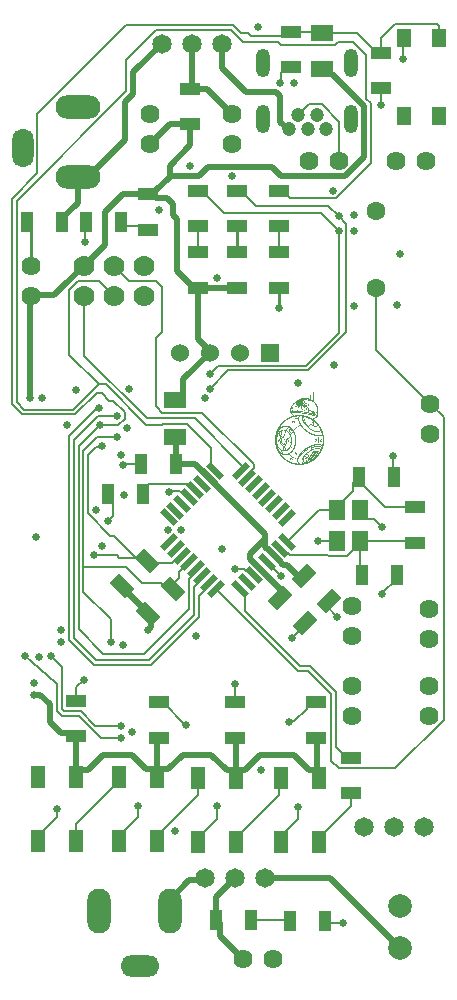
<source format=gtl>
G04*
G04 #@! TF.GenerationSoftware,Altium Limited,Altium Designer,24.3.1 (35)*
G04*
G04 Layer_Physical_Order=1*
G04 Layer_Color=255*
%FSLAX44Y44*%
%MOMM*%
G71*
G04*
G04 #@! TF.SameCoordinates,270278F2-5DE0-4317-936F-1FC35F10D9A2*
G04*
G04*
G04 #@! TF.FilePolarity,Positive*
G04*
G01*
G75*
%ADD11C,0.2540*%
%ADD13C,0.1524*%
%ADD17R,1.4000X1.8000*%
G04:AMPARAMS|DCode=18|XSize=0.508mm|YSize=1.65mm|CornerRadius=0mm|HoleSize=0mm|Usage=FLASHONLY|Rotation=45.000|XOffset=0mm|YOffset=0mm|HoleType=Round|Shape=Rectangle|*
%AMROTATEDRECTD18*
4,1,4,0.4038,-0.7630,-0.7630,0.4038,-0.4038,0.7630,0.7630,-0.4038,0.4038,-0.7630,0.0*
%
%ADD18ROTATEDRECTD18*%

G04:AMPARAMS|DCode=19|XSize=0.508mm|YSize=1.65mm|CornerRadius=0mm|HoleSize=0mm|Usage=FLASHONLY|Rotation=315.000|XOffset=0mm|YOffset=0mm|HoleType=Round|Shape=Rectangle|*
%AMROTATEDRECTD19*
4,1,4,-0.7630,-0.4038,0.4038,0.7630,0.7630,0.4038,-0.4038,-0.7630,-0.7630,-0.4038,0.0*
%
%ADD19ROTATEDRECTD19*%

%ADD20R,1.1176X1.8034*%
G04:AMPARAMS|DCode=21|XSize=1.1176mm|YSize=1.8034mm|CornerRadius=0mm|HoleSize=0mm|Usage=FLASHONLY|Rotation=45.000|XOffset=0mm|YOffset=0mm|HoleType=Round|Shape=Rectangle|*
%AMROTATEDRECTD21*
4,1,4,0.2425,-1.0327,-1.0327,0.2425,-0.2425,1.0327,1.0327,-0.2425,0.2425,-1.0327,0.0*
%
%ADD21ROTATEDRECTD21*%

%ADD22R,1.8034X1.1176*%
%ADD23R,1.8500X1.3500*%
%ADD24R,1.2000X1.5000*%
%ADD25R,1.8542X1.3716*%
%ADD26R,1.2065X1.9000*%
G04:AMPARAMS|DCode=27|XSize=1.1176mm|YSize=1.8034mm|CornerRadius=0mm|HoleSize=0mm|Usage=FLASHONLY|Rotation=135.000|XOffset=0mm|YOffset=0mm|HoleType=Round|Shape=Rectangle|*
%AMROTATEDRECTD27*
4,1,4,1.0327,0.2425,-0.2425,-1.0327,-1.0327,-0.2425,0.2425,1.0327,1.0327,0.2425,0.0*
%
%ADD27ROTATEDRECTD27*%

%ADD53C,0.5080*%
%ADD54C,1.6200*%
%ADD55C,1.6000*%
%ADD56O,1.2000X2.4000*%
%ADD57C,1.2000*%
%ADD58C,1.6500*%
%ADD59C,2.0000*%
%ADD60O,3.3000X1.8000*%
%ADD61O,2.0000X3.8000*%
%ADD62O,1.8000X3.3000*%
%ADD63O,3.8000X2.0000*%
%ADD64C,1.7780*%
%ADD65R,1.5240X1.5240*%
%ADD66C,1.5240*%
%ADD67C,0.6350*%
G36*
X261954Y498342D02*
X262145D01*
Y498278D01*
X262272D01*
Y498151D01*
X262335D01*
Y498087D01*
X262399D01*
Y497960D01*
X262463D01*
Y496942D01*
X262399D01*
Y496179D01*
X262335D01*
Y495542D01*
X262272D01*
Y494525D01*
X262208D01*
Y494143D01*
X262145D01*
Y493952D01*
X262208D01*
Y493888D01*
X262145D01*
Y493189D01*
X262081D01*
Y492552D01*
X262017D01*
Y491280D01*
X262081D01*
Y491153D01*
X262145D01*
Y491026D01*
X262208D01*
Y490962D01*
X262272D01*
Y490898D01*
X262335D01*
Y490835D01*
X262399D01*
Y490771D01*
X262463D01*
Y490707D01*
X262526D01*
Y490644D01*
X262590D01*
Y490580D01*
X262654D01*
Y490517D01*
X262717D01*
Y490453D01*
X262781D01*
Y490389D01*
X262844D01*
Y490326D01*
X262908D01*
Y490198D01*
X262972D01*
Y490135D01*
X263035D01*
Y490071D01*
X263099D01*
Y490008D01*
X263162D01*
Y489944D01*
X263226D01*
Y489880D01*
X263290D01*
Y489817D01*
X263353D01*
Y489689D01*
X263417D01*
Y489626D01*
X263481D01*
Y489562D01*
X263544D01*
Y489499D01*
X263608D01*
Y489435D01*
X263671D01*
Y489371D01*
X263735D01*
Y489244D01*
X263799D01*
Y489180D01*
X263862D01*
Y489053D01*
X263926D01*
Y488990D01*
X263990D01*
Y488862D01*
X264053D01*
Y488799D01*
X264117D01*
Y488735D01*
X264180D01*
Y488608D01*
X264244D01*
Y488544D01*
X264308D01*
Y488417D01*
X264371D01*
Y488290D01*
X264435D01*
Y488226D01*
X264499D01*
Y488099D01*
X264562D01*
Y487972D01*
X264626D01*
Y487844D01*
X264689D01*
Y487781D01*
X264753D01*
Y487654D01*
X264817D01*
Y487526D01*
X264880D01*
Y487399D01*
X264944D01*
Y487208D01*
X265007D01*
Y487081D01*
X265071D01*
Y486954D01*
X265135D01*
Y486890D01*
X265198D01*
Y486636D01*
X265262D01*
Y486508D01*
X265326D01*
Y486381D01*
X265389D01*
Y486127D01*
X265453D01*
Y485999D01*
X265516D01*
Y485681D01*
X265580D01*
Y485490D01*
X265644D01*
Y485236D01*
X265707D01*
Y484982D01*
X265771D01*
Y484600D01*
X265835D01*
Y484027D01*
X265898D01*
Y483836D01*
X265962D01*
Y481419D01*
X265898D01*
Y480719D01*
X265835D01*
Y480337D01*
X265771D01*
Y479828D01*
X265707D01*
Y479192D01*
X265644D01*
Y478747D01*
X265580D01*
Y478365D01*
X265516D01*
Y477856D01*
X265453D01*
Y477793D01*
X265389D01*
Y477729D01*
X265326D01*
Y477665D01*
X265262D01*
Y477602D01*
X265198D01*
Y477538D01*
X265135D01*
Y477474D01*
X265071D01*
Y477411D01*
X264944D01*
Y477347D01*
X264880D01*
Y477284D01*
X264753D01*
Y477220D01*
X264626D01*
Y477156D01*
X264499D01*
Y477093D01*
X264371D01*
Y477029D01*
X264308D01*
Y476965D01*
X264244D01*
Y476902D01*
X264053D01*
Y476838D01*
X263990D01*
Y476775D01*
X263862D01*
Y476711D01*
X263735D01*
Y476647D01*
X263608D01*
Y476584D01*
X263544D01*
Y476520D01*
X263417D01*
Y476456D01*
X263290D01*
Y476393D01*
X263226D01*
Y476329D01*
X263099D01*
Y476266D01*
X262972D01*
Y476202D01*
X262844D01*
Y476138D01*
X262717D01*
Y476075D01*
X262590D01*
Y476011D01*
X262526D01*
Y475947D01*
X262335D01*
Y475884D01*
X262208D01*
Y475820D01*
X262145D01*
Y475757D01*
X262017D01*
Y475693D01*
X261890D01*
Y475629D01*
X261826D01*
Y475438D01*
X261890D01*
Y475375D01*
X262017D01*
Y475311D01*
X262081D01*
Y475248D01*
X262145D01*
Y475184D01*
X262272D01*
Y475120D01*
X262335D01*
Y475057D01*
X262399D01*
Y474993D01*
X262463D01*
Y474930D01*
X262590D01*
Y474866D01*
X262654D01*
Y474802D01*
X262717D01*
Y474739D01*
X262781D01*
Y474675D01*
X262908D01*
Y474612D01*
X262972D01*
Y474548D01*
X263035D01*
Y474484D01*
X263099D01*
Y474421D01*
X263226D01*
Y474357D01*
X263290D01*
Y474293D01*
X263353D01*
Y474230D01*
X263417D01*
Y474166D01*
X263544D01*
Y474103D01*
X263608D01*
Y474039D01*
X263671D01*
Y473975D01*
X263735D01*
Y473912D01*
X263799D01*
Y473848D01*
X263862D01*
Y473784D01*
X263926D01*
Y473721D01*
X263990D01*
Y473657D01*
X264053D01*
Y473594D01*
X264180D01*
Y473530D01*
X264244D01*
Y473466D01*
X264308D01*
Y473403D01*
X264371D01*
Y473275D01*
X264435D01*
Y473212D01*
X264562D01*
Y473085D01*
X264626D01*
Y473021D01*
X264753D01*
Y472957D01*
X264817D01*
Y472894D01*
X264880D01*
Y472766D01*
X264944D01*
Y472703D01*
X265007D01*
Y472639D01*
X265071D01*
Y472576D01*
X265135D01*
Y472512D01*
X265198D01*
Y472448D01*
X265262D01*
Y472385D01*
X265326D01*
Y472321D01*
X265389D01*
Y472258D01*
X265453D01*
Y472194D01*
X265516D01*
Y472130D01*
X265580D01*
Y472003D01*
X265644D01*
Y471939D01*
X265707D01*
Y471876D01*
X265771D01*
Y471812D01*
X265835D01*
Y471749D01*
X265898D01*
Y471685D01*
X265962D01*
Y471621D01*
X266025D01*
Y471558D01*
X266089D01*
Y471431D01*
X266153D01*
Y471367D01*
X266216D01*
Y471303D01*
X266280D01*
Y471176D01*
X266343D01*
Y471112D01*
X266407D01*
Y471049D01*
X266471D01*
Y470985D01*
X266534D01*
Y470922D01*
X266598D01*
Y470794D01*
X266662D01*
Y470731D01*
X266725D01*
Y470603D01*
X266789D01*
Y470540D01*
X266852D01*
Y470413D01*
X266916D01*
Y470349D01*
X266980D01*
Y470285D01*
X267043D01*
Y470158D01*
X267107D01*
Y470094D01*
X267171D01*
Y469967D01*
X267234D01*
Y469904D01*
X267298D01*
Y469776D01*
X267361D01*
Y469713D01*
X267425D01*
Y469585D01*
X267489D01*
Y469458D01*
X267552D01*
Y469395D01*
X267616D01*
Y469267D01*
X267680D01*
Y469204D01*
X267743D01*
Y469140D01*
X267807D01*
Y468949D01*
X267870D01*
Y468886D01*
X267934D01*
Y468758D01*
X267998D01*
Y468631D01*
X268061D01*
Y468504D01*
X268125D01*
Y468377D01*
X268188D01*
Y468313D01*
X268252D01*
Y468186D01*
X268316D01*
Y468059D01*
X268379D01*
Y467931D01*
X268443D01*
Y467804D01*
X268507D01*
Y467677D01*
X268570D01*
Y467550D01*
X268634D01*
Y467422D01*
X268697D01*
Y467232D01*
X268761D01*
Y467104D01*
X268825D01*
Y466977D01*
X268888D01*
Y466850D01*
X268952D01*
Y466723D01*
X269016D01*
Y466532D01*
X269079D01*
Y466404D01*
X269143D01*
Y466277D01*
X269206D01*
Y466086D01*
X269270D01*
Y465896D01*
X269334D01*
Y465705D01*
X269397D01*
Y465577D01*
X269461D01*
Y465323D01*
X269524D01*
Y465196D01*
X269588D01*
Y465069D01*
X269652D01*
Y464814D01*
X269715D01*
Y464687D01*
X269779D01*
Y464369D01*
X269843D01*
Y464178D01*
X269906D01*
Y463923D01*
X269970D01*
Y463605D01*
X270033D01*
Y463414D01*
X270097D01*
Y463096D01*
X270161D01*
Y462969D01*
X270224D01*
Y462651D01*
X270288D01*
Y462269D01*
X270352D01*
Y462015D01*
X270415D01*
Y461442D01*
X270479D01*
Y461060D01*
X270542D01*
Y460488D01*
X270606D01*
Y459788D01*
X270670D01*
Y459088D01*
X270733D01*
Y456607D01*
X270670D01*
Y456034D01*
X270606D01*
Y455335D01*
X270542D01*
Y454826D01*
X270479D01*
Y454444D01*
X270415D01*
Y453999D01*
X270352D01*
Y453808D01*
X270288D01*
Y453362D01*
X270224D01*
Y453044D01*
X270161D01*
Y452981D01*
X270097D01*
Y452599D01*
X270033D01*
Y452408D01*
X269970D01*
Y452217D01*
X269906D01*
Y451899D01*
X269843D01*
Y451708D01*
X269779D01*
Y451390D01*
X269715D01*
Y451327D01*
X269652D01*
Y451136D01*
X269588D01*
Y450945D01*
X269524D01*
Y450818D01*
X269461D01*
Y450627D01*
X269397D01*
Y450499D01*
X269334D01*
Y450309D01*
X269270D01*
Y450181D01*
X269206D01*
Y449991D01*
X269143D01*
Y449800D01*
X269079D01*
Y449672D01*
X269016D01*
Y449545D01*
X268952D01*
Y449418D01*
X268888D01*
Y449291D01*
X268825D01*
Y449100D01*
X268761D01*
Y449036D01*
X268697D01*
Y448909D01*
X268634D01*
Y448782D01*
X268570D01*
Y448591D01*
X268507D01*
Y448527D01*
X268443D01*
Y448336D01*
X268379D01*
Y448273D01*
X268316D01*
Y448209D01*
X268252D01*
Y448082D01*
X268188D01*
Y447955D01*
X268125D01*
Y447827D01*
X268061D01*
Y447700D01*
X267998D01*
Y447573D01*
X267934D01*
Y447446D01*
X267870D01*
Y447382D01*
X267807D01*
Y447255D01*
X267743D01*
Y447191D01*
X267680D01*
Y447064D01*
X267616D01*
Y446937D01*
X267552D01*
Y446873D01*
X267489D01*
Y446810D01*
X267425D01*
Y446682D01*
X267361D01*
Y446555D01*
X267298D01*
Y446491D01*
X267234D01*
Y446364D01*
X267171D01*
Y446237D01*
X267107D01*
Y446173D01*
X267043D01*
Y446110D01*
X266980D01*
Y446046D01*
X266916D01*
Y445919D01*
X266852D01*
Y445792D01*
X266789D01*
Y445728D01*
X266725D01*
Y445601D01*
X266662D01*
Y445537D01*
X266598D01*
Y445474D01*
X266534D01*
Y445410D01*
X266471D01*
Y445346D01*
X266407D01*
Y445219D01*
X266343D01*
Y445155D01*
X266280D01*
Y445092D01*
X266216D01*
Y445028D01*
X266153D01*
Y444901D01*
X266089D01*
Y444837D01*
X266025D01*
Y444774D01*
X265962D01*
Y444710D01*
X265898D01*
Y444646D01*
X265835D01*
Y444519D01*
X265771D01*
Y444456D01*
X265707D01*
Y444392D01*
X265644D01*
Y444328D01*
X265580D01*
Y444201D01*
X265516D01*
Y444137D01*
X265453D01*
Y444074D01*
X265389D01*
Y444010D01*
X265326D01*
Y443947D01*
X265262D01*
Y443883D01*
X265198D01*
Y443819D01*
X265135D01*
Y443756D01*
X265071D01*
Y443692D01*
X265007D01*
Y443565D01*
X264880D01*
Y443438D01*
X264817D01*
Y443374D01*
X264753D01*
Y443310D01*
X264689D01*
Y443247D01*
X264626D01*
Y443183D01*
X264562D01*
Y443120D01*
X264499D01*
Y443056D01*
X264435D01*
Y442992D01*
X264371D01*
Y442929D01*
X264308D01*
Y442865D01*
X264244D01*
Y442802D01*
X264180D01*
Y442738D01*
X264117D01*
Y442674D01*
X264053D01*
Y442611D01*
X263990D01*
Y442547D01*
X263926D01*
Y442483D01*
X263862D01*
Y442420D01*
X263799D01*
Y442356D01*
X263671D01*
Y442293D01*
X263608D01*
Y442229D01*
X263544D01*
Y442165D01*
X263481D01*
Y442102D01*
X263417D01*
Y442038D01*
X263353D01*
Y441974D01*
X263290D01*
Y441911D01*
X263226D01*
Y441847D01*
X263099D01*
Y441783D01*
X263035D01*
Y441720D01*
X262972D01*
Y441656D01*
X262908D01*
Y441593D01*
X262844D01*
Y441529D01*
X262781D01*
Y441465D01*
X262654D01*
Y441402D01*
X262590D01*
Y441338D01*
X262526D01*
Y441275D01*
X262463D01*
Y441211D01*
X262335D01*
Y441147D01*
X262272D01*
Y441084D01*
X262145D01*
Y441020D01*
X262081D01*
Y440956D01*
X262017D01*
Y440893D01*
X261954D01*
Y440829D01*
X261826D01*
Y440766D01*
X261763D01*
Y440702D01*
X261699D01*
Y440638D01*
X261572D01*
Y440575D01*
X261445D01*
Y440511D01*
X261381D01*
Y440448D01*
X261254D01*
Y440384D01*
X261190D01*
Y440320D01*
X261127D01*
Y440257D01*
X260999D01*
Y440193D01*
X260936D01*
Y440129D01*
X260809D01*
Y440066D01*
X260681D01*
Y440002D01*
X260618D01*
Y439939D01*
X260490D01*
Y439875D01*
X260363D01*
Y439811D01*
X260236D01*
Y439748D01*
X260172D01*
Y439684D01*
X260045D01*
Y439621D01*
X259981D01*
Y439557D01*
X259854D01*
Y439493D01*
X259727D01*
Y439430D01*
X259600D01*
Y439366D01*
X259473D01*
Y439302D01*
X259345D01*
Y439239D01*
X259218D01*
Y439175D01*
X259091D01*
Y439112D01*
X259027D01*
Y439048D01*
X258836D01*
Y438984D01*
X258773D01*
Y438921D01*
X258582D01*
Y438857D01*
X258455D01*
Y438793D01*
X258264D01*
Y438730D01*
X258137D01*
Y438666D01*
X258009D01*
Y438603D01*
X257818D01*
Y438539D01*
X257755D01*
Y438475D01*
X257564D01*
Y438412D01*
X257373D01*
Y438348D01*
X257246D01*
Y438284D01*
X256991D01*
Y438221D01*
X256864D01*
Y438157D01*
X256610D01*
Y438094D01*
X256482D01*
Y438030D01*
X256292D01*
Y437966D01*
X256037D01*
Y437903D01*
X255910D01*
Y437839D01*
X255655D01*
Y437775D01*
X255401D01*
Y437712D01*
X255146D01*
Y437648D01*
X254956D01*
Y437585D01*
X254574D01*
Y437521D01*
X254256D01*
Y437457D01*
X253938D01*
Y437394D01*
X253556D01*
Y437330D01*
X253174D01*
Y437267D01*
X252856D01*
Y437203D01*
X252156D01*
Y437139D01*
X251456D01*
Y437076D01*
X247639D01*
Y437139D01*
X247448D01*
Y437203D01*
X246685D01*
Y437267D01*
X246494D01*
Y437330D01*
X246176D01*
Y437394D01*
X245794D01*
Y437457D01*
X245476D01*
Y437521D01*
X245158D01*
Y437585D01*
X244840D01*
Y437648D01*
X244649D01*
Y437712D01*
X244331D01*
Y437775D01*
X244204D01*
Y437839D01*
X243886D01*
Y437903D01*
X243758D01*
Y437966D01*
X243568D01*
Y438030D01*
X243377D01*
Y438094D01*
X243186D01*
Y438157D01*
X242995D01*
Y438221D01*
X242804D01*
Y438284D01*
X242613D01*
Y438348D01*
X242486D01*
Y438412D01*
X242295D01*
Y438475D01*
X242168D01*
Y438539D01*
X242041D01*
Y438603D01*
X241850D01*
Y438666D01*
X241723D01*
Y438730D01*
X241595D01*
Y438793D01*
X241404D01*
Y438857D01*
X241341D01*
Y438921D01*
X241150D01*
Y438984D01*
X241023D01*
Y439048D01*
X240896D01*
Y439112D01*
X240832D01*
Y439175D01*
X240705D01*
Y439239D01*
X240577D01*
Y439302D01*
X240450D01*
Y439366D01*
X240323D01*
Y439430D01*
X240196D01*
Y439493D01*
X240068D01*
Y439557D01*
X240005D01*
Y439621D01*
X239877D01*
Y439684D01*
X239750D01*
Y439748D01*
X239687D01*
Y439811D01*
X239559D01*
Y439875D01*
X239432D01*
Y439939D01*
X239305D01*
Y440002D01*
X239241D01*
Y440066D01*
X239114D01*
Y440129D01*
X238987D01*
Y440193D01*
X238923D01*
Y440257D01*
X238796D01*
Y440320D01*
X238732D01*
Y440384D01*
X238669D01*
Y440448D01*
X238542D01*
Y440511D01*
X238478D01*
Y440575D01*
X238414D01*
Y440638D01*
X238287D01*
Y440702D01*
X238223D01*
Y440766D01*
X238096D01*
Y440829D01*
X238033D01*
Y440893D01*
X237905D01*
Y440956D01*
X237842D01*
Y441020D01*
X237778D01*
Y441084D01*
X237715D01*
Y441147D01*
X237651D01*
Y441211D01*
X237524D01*
Y441275D01*
X237460D01*
Y441338D01*
X237396D01*
Y441402D01*
X237269D01*
Y441465D01*
X237206D01*
Y441529D01*
X237142D01*
Y441593D01*
X237078D01*
Y441656D01*
X237015D01*
Y441720D01*
X236951D01*
Y441783D01*
X236824D01*
Y441847D01*
X236760D01*
Y441911D01*
X236697D01*
Y441974D01*
X236569D01*
Y442038D01*
X236506D01*
Y442102D01*
X236442D01*
Y442165D01*
X236378D01*
Y442229D01*
X236315D01*
Y442293D01*
X236251D01*
Y442356D01*
X236188D01*
Y442420D01*
X236124D01*
Y442483D01*
X236060D01*
Y442547D01*
X235997D01*
Y442611D01*
X235933D01*
Y442674D01*
X235870D01*
Y442738D01*
X235742D01*
Y442865D01*
X235679D01*
Y442929D01*
X235615D01*
Y442992D01*
X235551D01*
Y443056D01*
X235488D01*
Y443120D01*
X235424D01*
Y443183D01*
X235297D01*
Y443310D01*
X235170D01*
Y443374D01*
X235106D01*
Y443501D01*
X235042D01*
Y443565D01*
X234979D01*
Y443629D01*
X234915D01*
Y443692D01*
X234852D01*
Y443756D01*
X234788D01*
Y443819D01*
X234724D01*
Y443883D01*
X234661D01*
Y444010D01*
X234597D01*
Y444074D01*
X234534D01*
Y444137D01*
X234470D01*
Y444201D01*
X234406D01*
Y444265D01*
X234343D01*
Y444328D01*
X234279D01*
Y444392D01*
X234215D01*
Y444456D01*
X234152D01*
Y444519D01*
X234088D01*
Y444583D01*
X234025D01*
Y444710D01*
X233961D01*
Y444774D01*
X233897D01*
Y444901D01*
X233834D01*
Y444964D01*
X233770D01*
Y445028D01*
X233706D01*
Y445092D01*
X233643D01*
Y445155D01*
X233579D01*
Y445283D01*
X233516D01*
Y445346D01*
X233452D01*
Y445410D01*
X233388D01*
Y445474D01*
X233325D01*
Y445537D01*
X233261D01*
Y445664D01*
X233197D01*
Y445728D01*
X233134D01*
Y445855D01*
X233070D01*
Y445919D01*
X233007D01*
Y445983D01*
X232943D01*
Y446110D01*
X232879D01*
Y446173D01*
X232816D01*
Y446301D01*
X232752D01*
Y446364D01*
X232689D01*
Y446491D01*
X232625D01*
Y446619D01*
X232561D01*
Y446682D01*
X232498D01*
Y446810D01*
X232434D01*
Y446873D01*
X232370D01*
Y447000D01*
X232307D01*
Y447064D01*
X232243D01*
Y447128D01*
X232180D01*
Y447255D01*
X232116D01*
Y447382D01*
X232052D01*
Y447509D01*
X231989D01*
Y447573D01*
X231925D01*
Y447700D01*
X231861D01*
Y447827D01*
X231798D01*
Y447955D01*
X231734D01*
Y448082D01*
X231671D01*
Y448146D01*
X231607D01*
Y448273D01*
X231543D01*
Y448400D01*
X231480D01*
Y448527D01*
X231416D01*
Y448655D01*
X231353D01*
Y448782D01*
X231289D01*
Y448973D01*
X231225D01*
Y449036D01*
X231162D01*
Y449227D01*
X231098D01*
Y449291D01*
X231034D01*
Y449418D01*
X230971D01*
Y449609D01*
X230907D01*
Y449736D01*
X230844D01*
Y449863D01*
X230780D01*
Y450054D01*
X230716D01*
Y450245D01*
X230653D01*
Y450436D01*
X230589D01*
Y450563D01*
X230525D01*
Y450754D01*
X230462D01*
Y450881D01*
X230398D01*
Y451072D01*
X230334D01*
Y451199D01*
X230271D01*
Y451454D01*
X230207D01*
Y451645D01*
X230144D01*
Y451899D01*
X230080D01*
Y452154D01*
X230016D01*
Y452345D01*
X229953D01*
Y452599D01*
X229889D01*
Y452853D01*
X229826D01*
Y453044D01*
X229762D01*
Y453362D01*
X229698D01*
Y453553D01*
X229635D01*
Y454062D01*
X229571D01*
Y454317D01*
X229508D01*
Y454826D01*
X229444D01*
Y455271D01*
X229380D01*
Y455716D01*
X229317D01*
Y456607D01*
X229253D01*
Y456989D01*
X229189D01*
Y457879D01*
X229253D01*
Y460106D01*
X229317D01*
Y460679D01*
X229380D01*
Y461124D01*
X229444D01*
Y461633D01*
X229508D01*
Y462015D01*
X229571D01*
Y462269D01*
X229635D01*
Y462778D01*
X229698D01*
Y462905D01*
X229762D01*
Y463287D01*
X229826D01*
Y463478D01*
X229889D01*
Y463669D01*
X229953D01*
Y463923D01*
X230016D01*
Y464114D01*
X230080D01*
Y464369D01*
X230144D01*
Y464560D01*
X230207D01*
Y464814D01*
X230271D01*
Y465005D01*
X230334D01*
Y465132D01*
X230398D01*
Y465323D01*
X230462D01*
Y465450D01*
X230525D01*
Y465641D01*
X230589D01*
Y465832D01*
X230653D01*
Y465959D01*
X230716D01*
Y466150D01*
X230780D01*
Y466341D01*
X230844D01*
Y466468D01*
X230907D01*
Y466595D01*
X230971D01*
Y466786D01*
X231034D01*
Y466850D01*
X231098D01*
Y466977D01*
X231162D01*
Y467168D01*
X231225D01*
Y467295D01*
X231289D01*
Y467422D01*
X231353D01*
Y467550D01*
X231416D01*
Y467677D01*
X231480D01*
Y467804D01*
X231543D01*
Y467931D01*
X231607D01*
Y468059D01*
X231671D01*
Y468122D01*
X231734D01*
Y468250D01*
X231798D01*
Y468377D01*
X231861D01*
Y468440D01*
X231925D01*
Y468568D01*
X231989D01*
Y468695D01*
X232052D01*
Y468822D01*
X232116D01*
Y468886D01*
X232180D01*
Y469013D01*
X232243D01*
Y469140D01*
X232307D01*
Y469204D01*
X232370D01*
Y469331D01*
X232434D01*
Y469395D01*
X232498D01*
Y469522D01*
X232561D01*
Y469649D01*
X232625D01*
Y469713D01*
X232689D01*
Y469840D01*
X232752D01*
Y469904D01*
X232816D01*
Y470031D01*
X232879D01*
Y470094D01*
X232943D01*
Y470222D01*
X233007D01*
Y470285D01*
X233070D01*
Y470413D01*
X233134D01*
Y470476D01*
X233197D01*
Y470603D01*
X233261D01*
Y470667D01*
X233325D01*
Y470731D01*
X233388D01*
Y470794D01*
X233452D01*
Y470922D01*
X233516D01*
Y470985D01*
X233579D01*
Y471112D01*
X233643D01*
Y471176D01*
X233706D01*
Y471240D01*
X233770D01*
Y471367D01*
X233834D01*
Y471431D01*
X233897D01*
Y471494D01*
X233961D01*
Y471621D01*
X234025D01*
Y471685D01*
X234088D01*
Y471749D01*
X234152D01*
Y471812D01*
X234215D01*
Y471876D01*
X234279D01*
Y471939D01*
X234343D01*
Y472003D01*
X234406D01*
Y472067D01*
X234470D01*
Y472194D01*
X234534D01*
Y472258D01*
X234597D01*
Y472321D01*
X234661D01*
Y472385D01*
X234724D01*
Y472448D01*
X234788D01*
Y472512D01*
X234852D01*
Y472576D01*
X234915D01*
Y472639D01*
X234979D01*
Y472766D01*
X235042D01*
Y472830D01*
X235106D01*
Y472894D01*
X235170D01*
Y472957D01*
X235233D01*
Y473021D01*
X235297D01*
Y473085D01*
X235361D01*
Y473148D01*
X235424D01*
Y473212D01*
X235488D01*
Y473275D01*
X235551D01*
Y473339D01*
X235615D01*
Y473403D01*
X235679D01*
Y473466D01*
X235742D01*
Y473530D01*
X235806D01*
Y473594D01*
X235870D01*
Y473657D01*
X235933D01*
Y473721D01*
X235997D01*
Y473784D01*
X236060D01*
Y473848D01*
X236188D01*
Y473912D01*
X236251D01*
Y474039D01*
X236315D01*
Y474103D01*
X236378D01*
Y474166D01*
X236506D01*
Y474230D01*
X236569D01*
Y474293D01*
X236633D01*
Y474357D01*
X236760D01*
Y474421D01*
X236824D01*
Y474484D01*
X236887D01*
Y474548D01*
X236951D01*
Y474612D01*
X237015D01*
Y474675D01*
X237142D01*
Y474739D01*
X237206D01*
Y474802D01*
X237269D01*
Y474866D01*
X237396D01*
Y474930D01*
X237460D01*
Y474993D01*
X237524D01*
Y475057D01*
X237587D01*
Y475120D01*
X237715D01*
Y475184D01*
X237778D01*
Y475248D01*
X237842D01*
Y475311D01*
X237969D01*
Y475375D01*
X238033D01*
Y475438D01*
X238160D01*
Y475502D01*
X238223D01*
Y475566D01*
X238351D01*
Y475629D01*
X238414D01*
Y475693D01*
X238542D01*
Y475757D01*
X238605D01*
Y475820D01*
X238669D01*
Y475884D01*
X238796D01*
Y475947D01*
X238860D01*
Y476011D01*
X238987D01*
Y476075D01*
X239051D01*
Y476138D01*
X239241D01*
Y476202D01*
X239305D01*
Y476266D01*
X239432D01*
Y476329D01*
X239559D01*
Y476393D01*
X239623D01*
Y476456D01*
X239750D01*
Y476520D01*
X239877D01*
Y476584D01*
X239941D01*
Y476647D01*
X240068D01*
Y476711D01*
X240196D01*
Y476775D01*
X240323D01*
Y476838D01*
X240450D01*
Y476902D01*
X240577D01*
Y476965D01*
X240705D01*
Y477029D01*
X240832D01*
Y477093D01*
X240959D01*
Y477156D01*
X241086D01*
Y477220D01*
X241214D01*
Y477284D01*
X241341D01*
Y477347D01*
X241532D01*
Y477411D01*
X241659D01*
Y477474D01*
X241786D01*
Y477538D01*
X241977D01*
Y477602D01*
X242104D01*
Y477665D01*
X242232D01*
Y477729D01*
X242422D01*
Y477793D01*
X242613D01*
Y477856D01*
X242740D01*
Y477920D01*
X242868D01*
Y477983D01*
X243122D01*
Y478047D01*
X243313D01*
Y478111D01*
X243504D01*
Y478174D01*
X243695D01*
Y478238D01*
X243822D01*
Y478302D01*
X244076D01*
Y478365D01*
X244204D01*
Y478429D01*
X244458D01*
Y478492D01*
X244522D01*
Y478619D01*
X244458D01*
Y478683D01*
X244395D01*
Y478747D01*
X244331D01*
Y478810D01*
X244267D01*
Y478874D01*
X244204D01*
Y478938D01*
X244140D01*
Y479001D01*
X244076D01*
Y479065D01*
X244013D01*
Y479128D01*
X243949D01*
Y479192D01*
X243886D01*
Y479256D01*
X243822D01*
Y479319D01*
X243758D01*
Y479383D01*
X243695D01*
Y479447D01*
X243631D01*
Y479510D01*
X243568D01*
Y479574D01*
X243440D01*
Y479701D01*
X243377D01*
Y479765D01*
X243249D01*
Y479828D01*
X243186D01*
Y479892D01*
X243122D01*
Y479956D01*
X243058D01*
Y480019D01*
X242995D01*
Y480083D01*
X242931D01*
Y480146D01*
X242868D01*
Y480210D01*
X242804D01*
Y480274D01*
X242740D01*
Y480337D01*
X242677D01*
Y480401D01*
X242550D01*
Y480465D01*
X242486D01*
Y480528D01*
X242422D01*
Y480655D01*
X242359D01*
Y480719D01*
X242295D01*
Y480783D01*
X242232D01*
Y480846D01*
X242168D01*
Y480974D01*
X242104D01*
Y481037D01*
X242041D01*
Y481164D01*
X241977D01*
Y481292D01*
X241913D01*
Y481419D01*
X241850D01*
Y481673D01*
X241786D01*
Y481928D01*
X241723D01*
Y482882D01*
X241786D01*
Y483200D01*
X241850D01*
Y483646D01*
X241913D01*
Y483836D01*
X241977D01*
Y484091D01*
X242041D01*
Y484218D01*
X242104D01*
Y484409D01*
X242168D01*
Y484663D01*
X242232D01*
Y484791D01*
X242295D01*
Y484982D01*
X242359D01*
Y485109D01*
X242422D01*
Y485300D01*
X242486D01*
Y485427D01*
X242550D01*
Y485618D01*
X242613D01*
Y485745D01*
X242677D01*
Y485809D01*
X242740D01*
Y485936D01*
X242804D01*
Y486063D01*
X242868D01*
Y486190D01*
X242931D01*
Y486318D01*
X242995D01*
Y486445D01*
X243058D01*
Y486572D01*
X243122D01*
Y486636D01*
X243186D01*
Y486763D01*
X243249D01*
Y486827D01*
X243313D01*
Y486954D01*
X243377D01*
Y487017D01*
X243440D01*
Y487145D01*
X243504D01*
Y487272D01*
X243568D01*
Y487336D01*
X243631D01*
Y487463D01*
X243695D01*
Y487590D01*
X243758D01*
Y487654D01*
X243822D01*
Y487717D01*
X243886D01*
Y487781D01*
X243949D01*
Y487908D01*
X244013D01*
Y488035D01*
X244076D01*
Y488099D01*
X244140D01*
Y488162D01*
X244204D01*
Y488226D01*
X244267D01*
Y488353D01*
X244331D01*
Y488417D01*
X244395D01*
Y488481D01*
X244458D01*
Y488608D01*
X244522D01*
Y488671D01*
X244585D01*
Y488735D01*
X244649D01*
Y488799D01*
X244713D01*
Y488862D01*
X244776D01*
Y488926D01*
X244840D01*
Y489053D01*
X244904D01*
Y489117D01*
X244967D01*
Y489180D01*
X245031D01*
Y489244D01*
X245094D01*
Y489308D01*
X245158D01*
Y489371D01*
X245222D01*
Y489435D01*
X245285D01*
Y489499D01*
X245349D01*
Y489562D01*
X245413D01*
Y489626D01*
X245476D01*
Y489689D01*
X245540D01*
Y489753D01*
X245603D01*
Y489817D01*
X245667D01*
Y489880D01*
X245731D01*
Y489944D01*
X245794D01*
Y490008D01*
X245858D01*
Y490071D01*
X245921D01*
Y490135D01*
X245985D01*
Y490198D01*
X246049D01*
Y490262D01*
X246112D01*
Y490326D01*
X246176D01*
Y490389D01*
X246240D01*
Y490453D01*
X246303D01*
Y490517D01*
X246367D01*
Y490580D01*
X246430D01*
Y490644D01*
X246558D01*
Y490707D01*
X246621D01*
Y490771D01*
X246749D01*
Y490835D01*
X246812D01*
Y490898D01*
X246939D01*
Y490962D01*
X247003D01*
Y491026D01*
X247067D01*
Y491089D01*
X247130D01*
Y491153D01*
X247257D01*
Y491216D01*
X247321D01*
Y491280D01*
X247448D01*
Y491343D01*
X247512D01*
Y491407D01*
X247639D01*
Y491471D01*
X247703D01*
Y491534D01*
X247766D01*
Y491598D01*
X247830D01*
Y491662D01*
X247894D01*
Y491725D01*
X248021D01*
Y491789D01*
X248085D01*
Y491852D01*
X248212D01*
Y491916D01*
X248339D01*
Y491980D01*
X248466D01*
Y492043D01*
X248594D01*
Y492107D01*
X248721D01*
Y492171D01*
X248848D01*
Y492234D01*
X248975D01*
Y492298D01*
X249039D01*
Y492361D01*
X249230D01*
Y492425D01*
X249357D01*
Y492489D01*
X249548D01*
Y492552D01*
X249611D01*
Y492616D01*
X249802D01*
Y492680D01*
X249930D01*
Y492743D01*
X250057D01*
Y492807D01*
X250184D01*
Y492870D01*
X250311D01*
Y492934D01*
X250566D01*
Y492998D01*
X250757D01*
Y493061D01*
X250884D01*
Y493125D01*
X251075D01*
Y493189D01*
X251393D01*
Y493252D01*
X251520D01*
Y493316D01*
X251775D01*
Y493379D01*
X252029D01*
Y493443D01*
X252220D01*
Y493507D01*
X252474D01*
Y493570D01*
X252856D01*
Y493634D01*
X253047D01*
Y493698D01*
X253938D01*
Y493761D01*
X255592D01*
Y493698D01*
X256355D01*
Y493634D01*
X256737D01*
Y493570D01*
X257055D01*
Y493507D01*
X257246D01*
Y493443D01*
X257628D01*
Y493379D01*
X257755D01*
Y493316D01*
X258009D01*
Y493252D01*
X258264D01*
Y493189D01*
X258455D01*
Y493125D01*
X258582D01*
Y493189D01*
X258645D01*
Y493507D01*
X258709D01*
Y494016D01*
X258773D01*
Y494970D01*
X258836D01*
Y495542D01*
X258900D01*
Y495861D01*
X258964D01*
Y495924D01*
X259027D01*
Y495988D01*
X259091D01*
Y496051D01*
X259600D01*
Y495988D01*
X259727D01*
Y495924D01*
X259791D01*
Y495861D01*
X259854D01*
Y494525D01*
X259791D01*
Y494143D01*
X259727D01*
Y492807D01*
X259791D01*
Y492743D01*
X259854D01*
Y492616D01*
X259918D01*
Y492552D01*
X259981D01*
Y492489D01*
X260045D01*
Y492425D01*
X260172D01*
Y492361D01*
X260300D01*
Y492298D01*
X260363D01*
Y492234D01*
X260490D01*
Y492171D01*
X260618D01*
Y492107D01*
X260745D01*
Y492043D01*
X260999D01*
Y492552D01*
X261063D01*
Y493507D01*
X261127D01*
Y494143D01*
X261190D01*
Y495097D01*
X261254D01*
Y496306D01*
X261318D01*
Y496879D01*
X261381D01*
Y498024D01*
X261445D01*
Y498214D01*
X261508D01*
Y498342D01*
X261636D01*
Y498405D01*
X261954D01*
Y498342D01*
D02*
G37*
%LPC*%
G36*
X254574Y492934D02*
X253047D01*
Y492870D01*
X252792D01*
Y492807D01*
X252729D01*
Y492743D01*
X252665D01*
Y492680D01*
X254447D01*
Y492743D01*
X254574D01*
Y492934D01*
D02*
G37*
G36*
X255910Y492870D02*
X255464D01*
Y492807D01*
X255401D01*
Y492743D01*
X255337D01*
Y492552D01*
X255846D01*
Y492489D01*
X256292D01*
Y492425D01*
X256482D01*
Y492361D01*
X256864D01*
Y492298D01*
X257182D01*
Y492361D01*
X257246D01*
Y492489D01*
X257182D01*
Y492552D01*
X257119D01*
Y492616D01*
X256864D01*
Y492680D01*
X256610D01*
Y492743D01*
X256037D01*
Y492807D01*
X255910D01*
Y492870D01*
D02*
G37*
G36*
X258073Y492425D02*
X257818D01*
Y492234D01*
X257882D01*
Y492171D01*
X257946D01*
Y492107D01*
X258137D01*
Y492043D01*
X258264D01*
Y491980D01*
X258518D01*
Y491916D01*
X258709D01*
Y491852D01*
X258836D01*
Y491789D01*
X259154D01*
Y491725D01*
X259409D01*
Y491662D01*
X259473D01*
Y491725D01*
X259409D01*
Y491789D01*
X259282D01*
Y491852D01*
X259091D01*
Y491916D01*
X258964D01*
Y491980D01*
X258836D01*
Y492043D01*
X258709D01*
Y492107D01*
X258518D01*
Y492171D01*
X258455D01*
Y492234D01*
X258264D01*
Y492298D01*
X258137D01*
Y492361D01*
X258073D01*
Y492425D01*
D02*
G37*
G36*
X252792Y491852D02*
X252665D01*
Y491725D01*
X252729D01*
Y491662D01*
X252792D01*
Y491534D01*
X252856D01*
Y491343D01*
X252920D01*
Y491280D01*
X252983D01*
Y491089D01*
X253047D01*
Y490898D01*
X253111D01*
Y490644D01*
X253174D01*
Y489944D01*
X253111D01*
Y489689D01*
X253047D01*
Y489371D01*
X252983D01*
Y489308D01*
X252920D01*
Y489117D01*
X253111D01*
Y489244D01*
X253174D01*
Y489308D01*
X253301D01*
Y489371D01*
X253365D01*
Y489435D01*
X253429D01*
Y489499D01*
X253556D01*
Y489562D01*
X253619D01*
Y489626D01*
X253683D01*
Y489689D01*
X253747D01*
Y489817D01*
X253810D01*
Y489944D01*
X253874D01*
Y490198D01*
X253810D01*
Y490453D01*
X253747D01*
Y490517D01*
Y490580D01*
Y490771D01*
X253683D01*
Y490898D01*
X253619D01*
Y490962D01*
X253556D01*
Y491026D01*
X253492D01*
Y491153D01*
X253429D01*
Y491280D01*
X253365D01*
Y491343D01*
X253301D01*
Y491407D01*
X253238D01*
Y491471D01*
X253174D01*
Y491534D01*
X253111D01*
Y491598D01*
X253047D01*
Y491662D01*
X252983D01*
Y491725D01*
X252856D01*
Y491789D01*
X252792D01*
Y491852D01*
D02*
G37*
G36*
X252347Y490962D02*
X252220D01*
Y490707D01*
X252283D01*
Y490326D01*
X252220D01*
Y490071D01*
X252156D01*
Y489817D01*
X252093D01*
Y489689D01*
X252029D01*
Y489562D01*
X251965D01*
Y489435D01*
X251902D01*
Y489371D01*
X251838D01*
Y489244D01*
X251775D01*
Y489180D01*
X251711D01*
Y489053D01*
X251647D01*
Y488990D01*
X251584D01*
Y488926D01*
X251520D01*
Y488862D01*
X251456D01*
Y488799D01*
X251393D01*
Y488735D01*
X251329D01*
Y488671D01*
X251202D01*
Y488608D01*
X251138D01*
Y488544D01*
X251075D01*
Y488481D01*
X251011D01*
Y488417D01*
X250884D01*
Y488353D01*
X250757D01*
Y488290D01*
X250629D01*
Y488226D01*
X250502D01*
Y488162D01*
X250311D01*
Y488099D01*
X250184D01*
Y488035D01*
X249993D01*
Y487972D01*
X249802D01*
Y487908D01*
X249611D01*
Y487781D01*
X249802D01*
Y487844D01*
X249993D01*
Y487908D01*
X250184D01*
Y487972D01*
X250375D01*
Y488035D01*
X250502D01*
Y488099D01*
X250693D01*
Y488162D01*
X250757D01*
Y488226D01*
X250884D01*
Y488290D01*
X251011D01*
Y488353D01*
X251138D01*
Y488417D01*
X251202D01*
Y488481D01*
X251329D01*
Y488544D01*
X251456D01*
Y488608D01*
X251520D01*
Y488671D01*
X251584D01*
Y488799D01*
X251647D01*
Y488862D01*
X251711D01*
Y488926D01*
X251775D01*
Y488990D01*
X251838D01*
Y489053D01*
X251902D01*
Y489117D01*
X251965D01*
Y489180D01*
X252029D01*
Y489308D01*
X252093D01*
Y489435D01*
X252156D01*
Y489562D01*
X252220D01*
Y489626D01*
X252283D01*
Y489880D01*
X252347D01*
Y490071D01*
X252411D01*
Y490644D01*
X252347D01*
Y490962D01*
D02*
G37*
G36*
X246558Y489753D02*
X246430D01*
Y489626D01*
X246367D01*
Y489562D01*
X246303D01*
Y489499D01*
X246240D01*
Y489435D01*
X246176D01*
Y489371D01*
X246112D01*
Y489244D01*
X246049D01*
Y489180D01*
X245985D01*
Y489053D01*
X245921D01*
Y488990D01*
X245858D01*
Y488926D01*
X245794D01*
Y488862D01*
X245731D01*
Y488735D01*
X245667D01*
Y488671D01*
X245603D01*
Y488544D01*
X245540D01*
Y488481D01*
X245476D01*
Y488417D01*
X245413D01*
Y488353D01*
X245349D01*
Y488290D01*
X245285D01*
Y488162D01*
X245222D01*
Y488035D01*
X245158D01*
Y487972D01*
X245094D01*
Y487908D01*
X245031D01*
Y487844D01*
X244967D01*
Y487781D01*
X244904D01*
Y487717D01*
X244840D01*
Y487590D01*
X244776D01*
Y487526D01*
Y487463D01*
X244713D01*
Y487399D01*
X244649D01*
Y487336D01*
X244585D01*
Y487272D01*
X244522D01*
Y487145D01*
X244458D01*
Y487081D01*
X244395D01*
Y487017D01*
X244331D01*
Y486890D01*
X244267D01*
Y486827D01*
X244204D01*
Y486763D01*
X244140D01*
Y486636D01*
X244076D01*
Y486572D01*
X244013D01*
Y486508D01*
X243949D01*
Y486445D01*
X243886D01*
Y486381D01*
X243822D01*
Y486190D01*
X244140D01*
Y486254D01*
X244522D01*
Y486318D01*
X244713D01*
Y486381D01*
X245094D01*
Y486445D01*
X245413D01*
Y486508D01*
X246176D01*
Y486572D01*
X247512D01*
Y486508D01*
X248148D01*
Y486445D01*
X248466D01*
Y486381D01*
X248784D01*
Y486445D01*
X248848D01*
Y486508D01*
X248912D01*
Y486572D01*
X248975D01*
Y486636D01*
X249039D01*
Y486699D01*
X249166D01*
Y486827D01*
X249230D01*
Y486890D01*
X249166D01*
Y486954D01*
X249039D01*
Y487017D01*
X248594D01*
Y487081D01*
X248403D01*
Y487145D01*
X248212D01*
Y487208D01*
X248085D01*
Y487272D01*
X247894D01*
Y487336D01*
X247766D01*
Y487399D01*
X247703D01*
Y487463D01*
X247639D01*
Y487526D01*
X247512D01*
Y487590D01*
X247448D01*
Y487654D01*
X247385D01*
Y487717D01*
X247321D01*
Y487781D01*
X247257D01*
Y487844D01*
X247194D01*
Y487908D01*
X247130D01*
Y488035D01*
X247067D01*
Y488162D01*
X247003D01*
Y488290D01*
X246939D01*
Y488353D01*
X246876D01*
Y488481D01*
X246812D01*
Y488608D01*
X246749D01*
Y488926D01*
X246685D01*
Y489117D01*
X246621D01*
Y489689D01*
X246558D01*
Y489753D01*
D02*
G37*
G36*
X247257Y485936D02*
X246494D01*
Y485872D01*
X245349D01*
Y485809D01*
X245222D01*
Y485872D01*
X245031D01*
Y485809D01*
X244713D01*
Y485745D01*
X244395D01*
Y485681D01*
X244140D01*
Y485618D01*
X244013D01*
Y485554D01*
X243886D01*
Y485490D01*
X243822D01*
Y485427D01*
X243758D01*
Y485363D01*
X243695D01*
Y485300D01*
X243568D01*
Y485172D01*
X243504D01*
Y485045D01*
X243440D01*
Y484982D01*
X243377D01*
Y484854D01*
X243313D01*
Y484663D01*
X243249D01*
Y484409D01*
X243186D01*
Y484218D01*
X243122D01*
Y483964D01*
X243058D01*
Y483709D01*
X242995D01*
Y483582D01*
X242931D01*
Y483391D01*
X242868D01*
Y483264D01*
X242804D01*
Y483073D01*
X242740D01*
Y482882D01*
X242677D01*
Y482818D01*
X242613D01*
Y482628D01*
X242868D01*
Y482691D01*
X243249D01*
Y482755D01*
X243313D01*
Y483009D01*
X243249D01*
Y483137D01*
X243313D01*
Y483327D01*
X243249D01*
Y483518D01*
X243313D01*
Y483964D01*
X243377D01*
Y484345D01*
X243440D01*
Y484409D01*
Y484663D01*
X243504D01*
Y484791D01*
X243568D01*
Y485045D01*
X243631D01*
Y485109D01*
X243758D01*
Y485172D01*
X243886D01*
Y485236D01*
X244076D01*
Y485172D01*
X244522D01*
Y485109D01*
X244585D01*
Y485045D01*
X244649D01*
Y484982D01*
X244713D01*
Y484854D01*
X244776D01*
Y483836D01*
X244713D01*
Y483391D01*
X244649D01*
Y482882D01*
X246685D01*
Y482818D01*
X246749D01*
Y482882D01*
X246939D01*
Y482818D01*
X247257D01*
Y482882D01*
X247830D01*
Y482818D01*
X248021D01*
Y482882D01*
X248148D01*
Y483009D01*
X248212D01*
Y483455D01*
X248275D01*
Y484282D01*
X248339D01*
Y484536D01*
X248403D01*
Y484982D01*
X248466D01*
Y485172D01*
X248530D01*
Y485618D01*
X248594D01*
Y485681D01*
X248530D01*
Y485745D01*
X248275D01*
Y485809D01*
X248021D01*
Y485872D01*
X247257D01*
Y485936D01*
D02*
G37*
G36*
X252792Y487017D02*
X252665D01*
Y486954D01*
X252602D01*
Y486890D01*
X252538D01*
Y486827D01*
X252474D01*
Y486763D01*
X252411D01*
Y486699D01*
X252347D01*
Y486572D01*
X252283D01*
Y486381D01*
X252220D01*
Y486190D01*
X252156D01*
Y486127D01*
X252220D01*
Y485872D01*
Y485809D01*
Y485172D01*
X252283D01*
Y484982D01*
X252347D01*
Y484854D01*
X252411D01*
Y484727D01*
X252474D01*
Y484663D01*
X252538D01*
Y484600D01*
X252602D01*
Y484536D01*
X252665D01*
Y484409D01*
X252729D01*
Y484345D01*
X252792D01*
Y484282D01*
X252856D01*
Y484218D01*
X252920D01*
Y484155D01*
X253047D01*
Y484091D01*
X253174D01*
Y484027D01*
X253238D01*
Y483964D01*
X253429D01*
Y483900D01*
X253556D01*
Y483836D01*
X253747D01*
Y483773D01*
X254765D01*
Y483836D01*
X254956D01*
Y483900D01*
X255083D01*
Y483964D01*
X255210D01*
Y484027D01*
X255337D01*
Y484091D01*
X255401D01*
Y484155D01*
X255464D01*
Y484218D01*
X255528D01*
Y484282D01*
X255592D01*
Y484345D01*
X255655D01*
Y484473D01*
X255719D01*
Y484536D01*
X255783D01*
Y484663D01*
X255846D01*
Y484854D01*
X255910D01*
Y485172D01*
X255973D01*
Y485936D01*
X255910D01*
Y486190D01*
X255846D01*
Y486381D01*
X255783D01*
Y486445D01*
X255719D01*
Y486572D01*
X255655D01*
Y486699D01*
X255592D01*
Y486763D01*
X255401D01*
Y486445D01*
X255337D01*
Y486318D01*
X255274D01*
Y486127D01*
X255210D01*
Y486063D01*
X255146D01*
Y485936D01*
X255083D01*
Y485872D01*
X255019D01*
Y485809D01*
X254956D01*
Y485745D01*
X254892D01*
Y485681D01*
X254765D01*
Y485618D01*
X254637D01*
Y485554D01*
X254510D01*
Y485490D01*
X254192D01*
Y485427D01*
X254065D01*
Y485490D01*
X253747D01*
Y485554D01*
X253556D01*
Y485618D01*
X253429D01*
Y485681D01*
X253301D01*
Y485745D01*
X253238D01*
Y485809D01*
X253111D01*
Y485872D01*
X253047D01*
Y485936D01*
X252983D01*
Y486127D01*
X252920D01*
Y486254D01*
X252856D01*
Y486954D01*
X252792D01*
Y487017D01*
D02*
G37*
G36*
X244140Y484473D02*
X244013D01*
Y484409D01*
X243949D01*
Y483900D01*
X243886D01*
Y483709D01*
X243822D01*
Y483327D01*
X243758D01*
Y483264D01*
X243822D01*
Y483200D01*
X244013D01*
Y483264D01*
X244076D01*
Y483391D01*
X244140D01*
Y483836D01*
X244204D01*
Y484345D01*
X244140D01*
Y484473D01*
D02*
G37*
G36*
X254828Y489053D02*
X254128D01*
Y488990D01*
X253938D01*
Y488926D01*
X253810D01*
Y488862D01*
X253619D01*
Y488799D01*
X253556D01*
Y488735D01*
X253429D01*
Y488671D01*
X253301D01*
Y488608D01*
X253238D01*
Y488544D01*
X253174D01*
Y488481D01*
X253111D01*
Y488417D01*
X253047D01*
Y488353D01*
X252920D01*
Y488290D01*
X252856D01*
Y488162D01*
X252729D01*
Y487972D01*
X252856D01*
Y488035D01*
X253111D01*
Y488099D01*
X253683D01*
Y488162D01*
X253938D01*
Y488226D01*
X254192D01*
Y488162D01*
X254701D01*
Y488099D01*
X255146D01*
Y488035D01*
X255274D01*
Y487972D01*
X255337D01*
Y487908D01*
X255528D01*
Y487844D01*
X255592D01*
Y487781D01*
X255719D01*
Y487717D01*
X255783D01*
Y487654D01*
X255910D01*
Y487590D01*
X255973D01*
Y487526D01*
X256037D01*
Y487463D01*
X256101D01*
Y487399D01*
X256164D01*
Y487272D01*
X256228D01*
Y487208D01*
X256292D01*
Y487145D01*
X256355D01*
Y486954D01*
X256419D01*
Y486890D01*
X256482D01*
Y486699D01*
X256546D01*
Y486572D01*
X256610D01*
Y486381D01*
X256673D01*
Y486127D01*
X256737D01*
Y485936D01*
X256800D01*
Y485618D01*
X256737D01*
Y485109D01*
X256673D01*
Y484854D01*
X256610D01*
Y484600D01*
X256546D01*
Y484473D01*
X256482D01*
Y484345D01*
X256419D01*
Y484218D01*
X256355D01*
Y484155D01*
X256292D01*
Y484027D01*
X256228D01*
Y483964D01*
X256164D01*
Y483900D01*
X256101D01*
Y483836D01*
X256037D01*
Y483773D01*
X255973D01*
Y483709D01*
X255910D01*
Y483646D01*
X255846D01*
Y483582D01*
X255783D01*
Y483518D01*
X255719D01*
Y483455D01*
X255592D01*
Y483391D01*
X255528D01*
Y483327D01*
X255337D01*
Y483264D01*
X255274D01*
Y483200D01*
X255083D01*
Y483137D01*
X254828D01*
Y483073D01*
X254510D01*
Y483009D01*
X253938D01*
Y483073D01*
X253619D01*
Y483137D01*
X253365D01*
Y483200D01*
X253238D01*
Y483264D01*
X253111D01*
Y483327D01*
X252920D01*
Y483391D01*
X252792D01*
Y483455D01*
X252665D01*
Y483518D01*
X252602D01*
Y483582D01*
X252538D01*
Y483646D01*
X252411D01*
Y483709D01*
X252347D01*
Y483773D01*
X252283D01*
Y483836D01*
X252220D01*
Y483900D01*
X252156D01*
Y483964D01*
X252093D01*
Y484027D01*
X252029D01*
Y484091D01*
X251965D01*
Y484218D01*
X251902D01*
Y484282D01*
X251775D01*
Y484409D01*
X251711D01*
Y484536D01*
X251647D01*
Y484600D01*
X251584D01*
Y484791D01*
X251520D01*
Y484918D01*
X251456D01*
Y485172D01*
X251393D01*
Y485999D01*
X251456D01*
Y486381D01*
X251520D01*
Y486636D01*
X251584D01*
Y486763D01*
X251647D01*
Y487081D01*
X251520D01*
Y487017D01*
X251266D01*
Y486954D01*
X251075D01*
Y486890D01*
X250884D01*
Y486827D01*
X250693D01*
Y486763D01*
X250566D01*
Y486699D01*
X250311D01*
Y486636D01*
X250184D01*
Y486572D01*
X250057D01*
Y486508D01*
X249739D01*
Y486445D01*
X249611D01*
Y486381D01*
X249484D01*
Y486318D01*
X249421D01*
Y486254D01*
X249357D01*
Y486063D01*
X249293D01*
Y485809D01*
X249230D01*
Y485490D01*
X249166D01*
Y485109D01*
X249102D01*
Y484918D01*
X249039D01*
Y484409D01*
X248975D01*
Y484282D01*
X248912D01*
Y483836D01*
X248848D01*
Y483518D01*
X248784D01*
Y483391D01*
X248721D01*
Y483073D01*
X248657D01*
Y482946D01*
X248721D01*
Y482818D01*
X249102D01*
Y482755D01*
X249611D01*
Y482691D01*
X249930D01*
Y482628D01*
X250502D01*
Y482564D01*
X251011D01*
Y482500D01*
X251266D01*
Y482437D01*
X251838D01*
Y482373D01*
X252283D01*
Y482309D01*
X252665D01*
Y482246D01*
X253365D01*
Y482182D01*
X253747D01*
Y482119D01*
X254256D01*
Y482055D01*
X254637D01*
Y481991D01*
X255146D01*
Y481928D01*
X255528D01*
Y481864D01*
X255910D01*
Y481801D01*
X256482D01*
Y481737D01*
X256928D01*
Y481864D01*
X256991D01*
Y482182D01*
X257055D01*
Y482500D01*
X257119D01*
Y482818D01*
X257182D01*
Y482946D01*
X257246D01*
Y483391D01*
X257309D01*
Y483518D01*
X257373D01*
Y483836D01*
X257437D01*
Y484091D01*
X257500D01*
Y484473D01*
X257564D01*
Y484918D01*
X257628D01*
Y485172D01*
X257691D01*
Y485554D01*
X257755D01*
Y486190D01*
X257818D01*
Y486636D01*
X257755D01*
Y486827D01*
X257691D01*
Y487081D01*
X257628D01*
Y487145D01*
X257564D01*
Y487336D01*
X257500D01*
Y487463D01*
X257437D01*
Y487526D01*
X257373D01*
Y487654D01*
X257309D01*
Y487717D01*
X257246D01*
Y487781D01*
X257182D01*
Y487844D01*
X257119D01*
Y487908D01*
X257055D01*
Y487972D01*
X256991D01*
Y488035D01*
X256928D01*
Y488099D01*
X256800D01*
Y488162D01*
X256737D01*
Y488226D01*
X256610D01*
Y488290D01*
X256482D01*
Y488353D01*
X256355D01*
Y488417D01*
X256292D01*
Y488481D01*
X256164D01*
Y488544D01*
X256101D01*
Y488608D01*
X255910D01*
Y488671D01*
X255783D01*
Y488735D01*
X255655D01*
Y488799D01*
X255464D01*
Y488862D01*
X255274D01*
Y488926D01*
X255083D01*
Y488990D01*
X254828D01*
Y489053D01*
D02*
G37*
G36*
X253938Y492043D02*
X253747D01*
Y491980D01*
X253683D01*
Y491852D01*
X253747D01*
Y491789D01*
X253810D01*
Y491725D01*
X253874D01*
Y491662D01*
X253938D01*
Y491534D01*
X254001D01*
Y491407D01*
X254065D01*
Y491280D01*
X254128D01*
Y491153D01*
X254192D01*
Y491026D01*
X254256D01*
Y490771D01*
X254319D01*
Y490453D01*
X254383D01*
Y489753D01*
X254447D01*
Y489626D01*
X254574D01*
Y489562D01*
X254828D01*
Y489499D01*
X255019D01*
Y489435D01*
X255274D01*
Y489371D01*
X255528D01*
Y489308D01*
X255719D01*
Y489244D01*
X255910D01*
Y489180D01*
X256037D01*
Y489117D01*
X256228D01*
Y489053D01*
X256355D01*
Y488990D01*
X256546D01*
Y488926D01*
X256610D01*
Y488862D01*
X256800D01*
Y488799D01*
X256928D01*
Y488735D01*
X256991D01*
Y488671D01*
X257119D01*
Y488608D01*
X257182D01*
Y488544D01*
X257309D01*
Y488481D01*
X257373D01*
Y488417D01*
X257437D01*
Y488353D01*
X257500D01*
Y488290D01*
X257564D01*
Y488226D01*
X257628D01*
Y488162D01*
X257691D01*
Y488099D01*
X257755D01*
Y488035D01*
X257818D01*
Y487908D01*
X257882D01*
Y487844D01*
X257946D01*
Y487717D01*
X258009D01*
Y487590D01*
X258073D01*
Y487526D01*
X258137D01*
Y487399D01*
X258200D01*
Y487145D01*
X258264D01*
Y487017D01*
X258327D01*
Y486381D01*
X258391D01*
Y485936D01*
X258327D01*
Y485427D01*
X258264D01*
Y485172D01*
X258200D01*
Y484727D01*
X258137D01*
Y484409D01*
X258073D01*
Y484091D01*
X258009D01*
Y483709D01*
X257946D01*
Y483518D01*
X258009D01*
Y483455D01*
X258327D01*
Y483391D01*
X258455D01*
Y483327D01*
X258836D01*
Y483264D01*
X258964D01*
Y483200D01*
X259218D01*
Y483137D01*
X259473D01*
Y483073D01*
X259663D01*
Y483009D01*
X259918D01*
Y482946D01*
X260109D01*
Y482882D01*
X260236D01*
Y482818D01*
X260300D01*
Y482691D01*
X260363D01*
Y482373D01*
X260300D01*
Y482119D01*
X260236D01*
Y481928D01*
X260172D01*
Y481673D01*
X260109D01*
Y481483D01*
X260045D01*
Y481228D01*
X259981D01*
Y481037D01*
X259918D01*
Y480846D01*
X259981D01*
Y480783D01*
X260172D01*
Y480719D01*
X260490D01*
Y480910D01*
X260554D01*
Y481164D01*
X260618D01*
Y481610D01*
X260681D01*
Y481864D01*
X260745D01*
Y482119D01*
X260809D01*
Y482246D01*
X260872D01*
Y482373D01*
X260936D01*
Y482500D01*
X260999D01*
Y482564D01*
X261063D01*
Y482628D01*
X261190D01*
Y482691D01*
X261826D01*
Y482628D01*
X261890D01*
Y482500D01*
X261954D01*
Y482437D01*
X262017D01*
Y482246D01*
X262081D01*
Y482182D01*
X262145D01*
Y481737D01*
X262081D01*
Y481419D01*
X262017D01*
Y480846D01*
X261954D01*
Y480401D01*
X262017D01*
Y480337D01*
X262081D01*
Y480528D01*
X262145D01*
Y480974D01*
X262208D01*
Y481101D01*
X262272D01*
Y481546D01*
X262335D01*
Y481864D01*
X262399D01*
Y482055D01*
X262463D01*
Y482119D01*
X262590D01*
Y482182D01*
X262717D01*
Y482246D01*
X262844D01*
Y482182D01*
X263035D01*
Y482119D01*
X263226D01*
Y482055D01*
X263290D01*
Y481991D01*
X263353D01*
Y481928D01*
X263417D01*
Y481864D01*
X263481D01*
Y481801D01*
X263544D01*
Y481610D01*
X263481D01*
Y481419D01*
X263417D01*
Y481101D01*
X263353D01*
Y480592D01*
X263290D01*
Y480146D01*
X263226D01*
Y479828D01*
X263417D01*
Y479956D01*
X263481D01*
Y480210D01*
X263544D01*
Y480592D01*
X263608D01*
Y480783D01*
X263671D01*
Y481164D01*
X263735D01*
Y481292D01*
X263799D01*
Y481419D01*
X263862D01*
Y481483D01*
X263926D01*
Y481546D01*
X264244D01*
Y481483D01*
X264371D01*
Y481419D01*
X264499D01*
Y481355D01*
X264626D01*
Y481292D01*
X264753D01*
Y481228D01*
X264944D01*
Y481292D01*
X265007D01*
Y482119D01*
X265071D01*
Y482246D01*
X265007D01*
Y482755D01*
X265071D01*
Y482882D01*
X265007D01*
Y483773D01*
X264944D01*
Y484282D01*
X264880D01*
Y484663D01*
X264817D01*
Y485045D01*
X264753D01*
Y485236D01*
X264689D01*
Y485490D01*
X264626D01*
Y485681D01*
X264562D01*
Y485872D01*
X264499D01*
Y485999D01*
X264435D01*
Y486190D01*
X264371D01*
Y486381D01*
X264308D01*
Y486572D01*
X264244D01*
Y486699D01*
X264180D01*
Y486827D01*
X264117D01*
Y487017D01*
X264053D01*
Y487081D01*
X263990D01*
Y487208D01*
X263926D01*
Y487336D01*
X263862D01*
Y487463D01*
X263799D01*
Y487590D01*
X263735D01*
Y487654D01*
X263671D01*
Y487781D01*
X263608D01*
Y487908D01*
X263544D01*
Y488035D01*
X263481D01*
Y488099D01*
X263417D01*
Y488226D01*
X263353D01*
Y488353D01*
X263226D01*
Y488481D01*
X263162D01*
Y488544D01*
X263099D01*
Y488608D01*
X263035D01*
Y488735D01*
X262972D01*
Y488799D01*
X262908D01*
Y488862D01*
X262844D01*
Y488926D01*
X262781D01*
Y489053D01*
X262717D01*
Y489117D01*
X262654D01*
Y489180D01*
X262590D01*
Y489244D01*
X262526D01*
Y489371D01*
X262463D01*
Y489435D01*
X262399D01*
Y489499D01*
X262335D01*
Y489562D01*
X262272D01*
Y489626D01*
X262208D01*
Y489689D01*
X262145D01*
Y489753D01*
X262017D01*
Y489817D01*
X261954D01*
Y489880D01*
X261890D01*
Y489944D01*
X261826D01*
Y490008D01*
X261699D01*
Y490071D01*
X261636D01*
Y490135D01*
X261508D01*
Y490198D01*
X261381D01*
Y490262D01*
X261318D01*
Y490326D01*
X261190D01*
Y490389D01*
X261063D01*
Y490453D01*
X260936D01*
Y490517D01*
X260745D01*
Y490580D01*
X260618D01*
Y490644D01*
X260427D01*
Y490707D01*
X260236D01*
Y490771D01*
X260045D01*
Y490835D01*
X259854D01*
Y490898D01*
X259663D01*
Y490962D01*
X259409D01*
Y491026D01*
X259282D01*
Y491089D01*
X258964D01*
Y491153D01*
X258773D01*
Y491216D01*
X258518D01*
Y491280D01*
X258264D01*
Y491343D01*
X258073D01*
Y491407D01*
X257755D01*
Y491471D01*
X257628D01*
Y491534D01*
X257246D01*
Y491598D01*
X256991D01*
Y491662D01*
X256673D01*
Y491725D01*
X256292D01*
Y491789D01*
X255846D01*
Y491852D01*
X255401D01*
Y491916D01*
X254828D01*
Y491980D01*
X253938D01*
Y492043D01*
D02*
G37*
G36*
X257946Y482882D02*
X257755D01*
Y482628D01*
X257691D01*
Y482309D01*
X257628D01*
Y482055D01*
X257564D01*
Y481546D01*
X257628D01*
Y481483D01*
X257882D01*
Y481419D01*
X258009D01*
Y481355D01*
X258327D01*
Y481292D01*
X258518D01*
Y481228D01*
X258645D01*
Y481164D01*
X258964D01*
Y481101D01*
X259345D01*
Y481164D01*
X259409D01*
Y481673D01*
X259473D01*
Y481864D01*
X259536D01*
Y482246D01*
X259600D01*
Y482373D01*
X259536D01*
Y482437D01*
X259473D01*
Y482500D01*
X259218D01*
Y482564D01*
X259027D01*
Y482628D01*
X258773D01*
Y482691D01*
X258455D01*
Y482755D01*
X258264D01*
Y482818D01*
X257946D01*
Y482882D01*
D02*
G37*
G36*
X261445Y481737D02*
X261318D01*
Y481610D01*
X261254D01*
Y481355D01*
X261190D01*
Y481292D01*
Y481228D01*
Y481037D01*
X261127D01*
Y480528D01*
X261190D01*
Y480465D01*
X261318D01*
Y480592D01*
X261381D01*
Y481164D01*
X261445D01*
Y481737D01*
D02*
G37*
G36*
X264562Y480719D02*
X264244D01*
Y480655D01*
X264180D01*
Y480401D01*
X264117D01*
Y480210D01*
X264053D01*
Y479828D01*
X263990D01*
Y479510D01*
X264117D01*
Y479447D01*
X264308D01*
Y479383D01*
X264435D01*
Y479319D01*
X264626D01*
Y479256D01*
X264817D01*
Y479319D01*
Y479574D01*
X264880D01*
Y479637D01*
X264817D01*
Y479828D01*
X264880D01*
Y480401D01*
X264817D01*
Y480465D01*
X264753D01*
Y480592D01*
X264689D01*
Y480655D01*
X264562D01*
Y480719D01*
D02*
G37*
G36*
X247639Y482055D02*
X244076D01*
Y481991D01*
X242613D01*
Y481928D01*
X242550D01*
Y481801D01*
X242931D01*
Y481864D01*
X243058D01*
Y481801D01*
X243377D01*
Y481864D01*
X246621D01*
Y481801D01*
X247448D01*
Y481737D01*
X248530D01*
Y481673D01*
X249802D01*
Y481610D01*
X250184D01*
Y481546D01*
X250884D01*
Y481483D01*
X251266D01*
Y481419D01*
X251965D01*
Y481355D01*
X252156D01*
Y481292D01*
X252665D01*
Y481228D01*
X253238D01*
Y481164D01*
X253429D01*
Y481101D01*
X253874D01*
Y481037D01*
X254447D01*
Y480974D01*
X254637D01*
Y480910D01*
X255210D01*
Y480846D01*
X255464D01*
Y480783D01*
X255719D01*
Y480719D01*
X255973D01*
Y480655D01*
X256228D01*
Y480592D01*
X256673D01*
Y480528D01*
X256864D01*
Y480465D01*
X257373D01*
Y480401D01*
X257628D01*
Y480337D01*
X257946D01*
Y480274D01*
X258200D01*
Y480210D01*
X258391D01*
Y480146D01*
X258709D01*
Y480083D01*
X258836D01*
Y480019D01*
X259282D01*
Y479956D01*
X259473D01*
Y479892D01*
X259663D01*
Y479828D01*
X259981D01*
Y479765D01*
X260300D01*
Y479701D01*
X260490D01*
Y479637D01*
X260681D01*
Y479574D01*
X260936D01*
Y479510D01*
X261063D01*
Y479447D01*
X261190D01*
Y479383D01*
X261572D01*
Y479319D01*
X261763D01*
Y479256D01*
X262017D01*
Y479192D01*
X262208D01*
Y479128D01*
X262399D01*
Y479065D01*
X262717D01*
Y479001D01*
X262844D01*
Y478938D01*
X263035D01*
Y478874D01*
X263162D01*
Y478810D01*
X263417D01*
Y478747D01*
X263608D01*
Y478683D01*
X263862D01*
Y478619D01*
X264053D01*
Y478556D01*
X264244D01*
Y478492D01*
X264435D01*
Y478429D01*
X264562D01*
Y478365D01*
X264626D01*
Y478429D01*
X264689D01*
Y478619D01*
X264562D01*
Y478683D01*
X264371D01*
Y478747D01*
X264244D01*
Y478810D01*
X264117D01*
Y478874D01*
X263862D01*
Y478938D01*
X263671D01*
Y479001D01*
X263481D01*
Y479065D01*
X263353D01*
Y479128D01*
X263099D01*
Y479192D01*
X262972D01*
Y479256D01*
X262717D01*
Y479319D01*
X262590D01*
Y479383D01*
X262463D01*
Y479447D01*
X262145D01*
Y479510D01*
X261954D01*
Y479574D01*
X261699D01*
Y479637D01*
X261508D01*
Y479701D01*
X261318D01*
Y479765D01*
X261127D01*
Y479828D01*
X260936D01*
Y479892D01*
X260745D01*
Y479956D01*
X260554D01*
Y480019D01*
X260236D01*
Y480083D01*
X260109D01*
Y480146D01*
X259854D01*
Y480210D01*
X259536D01*
Y480274D01*
X259282D01*
Y480337D01*
X259091D01*
Y480401D01*
X258836D01*
Y480465D01*
X258709D01*
Y480528D01*
X258391D01*
Y480592D01*
X258137D01*
Y480655D01*
X257946D01*
Y480719D01*
X257564D01*
Y480783D01*
X257309D01*
Y480846D01*
X256928D01*
Y480910D01*
X256610D01*
Y480974D01*
X256355D01*
Y481037D01*
X256101D01*
Y481101D01*
X255783D01*
Y481164D01*
X255464D01*
Y481228D01*
X255274D01*
Y481292D01*
X254701D01*
Y481355D01*
X254383D01*
Y481419D01*
X253874D01*
Y481483D01*
X253365D01*
Y481546D01*
X253111D01*
Y481610D01*
X252411D01*
Y481673D01*
X252156D01*
Y481737D01*
X251584D01*
Y481801D01*
X251075D01*
Y481864D01*
X250184D01*
Y481928D01*
X249230D01*
Y481991D01*
X247639D01*
Y482055D01*
D02*
G37*
G36*
X249039Y478174D02*
X248721D01*
Y478111D01*
X248021D01*
Y478047D01*
X247830D01*
Y477983D01*
X247257D01*
Y477920D01*
X247003D01*
Y477856D01*
X246494D01*
Y477793D01*
X246430D01*
Y477729D01*
X246367D01*
Y477411D01*
X246303D01*
Y476647D01*
X246240D01*
Y476456D01*
X246303D01*
Y476393D01*
X246367D01*
Y476329D01*
X246558D01*
Y476393D01*
X247194D01*
Y476456D01*
X248594D01*
Y476520D01*
X248721D01*
Y476647D01*
X248784D01*
Y476775D01*
X248848D01*
Y477029D01*
X248912D01*
Y477411D01*
X248975D01*
Y477665D01*
X249039D01*
Y477920D01*
X249102D01*
Y478111D01*
X249039D01*
Y478174D01*
D02*
G37*
G36*
X245540Y481101D02*
X243313D01*
Y480974D01*
X243377D01*
Y480910D01*
X243440D01*
Y480846D01*
X243504D01*
Y480783D01*
X243568D01*
Y480719D01*
X243631D01*
Y480655D01*
X243695D01*
Y480592D01*
X243758D01*
Y480528D01*
X243822D01*
Y480465D01*
X243886D01*
Y480401D01*
X243949D01*
Y480337D01*
X244076D01*
Y480274D01*
X244140D01*
Y480210D01*
X244204D01*
Y480146D01*
X244267D01*
Y480083D01*
X244331D01*
Y480019D01*
X244395D01*
Y479956D01*
X244458D01*
Y479892D01*
X244522D01*
Y479828D01*
X244585D01*
Y479765D01*
X244649D01*
Y479701D01*
X244776D01*
Y479637D01*
X244840D01*
Y479574D01*
X244904D01*
Y479510D01*
X244967D01*
Y479447D01*
X245031D01*
Y479383D01*
X245094D01*
Y479319D01*
X245158D01*
Y479256D01*
X245222D01*
Y479192D01*
X245285D01*
Y479128D01*
X245349D01*
Y479065D01*
X245413D01*
Y479001D01*
X245540D01*
Y478938D01*
X245667D01*
Y478874D01*
X245985D01*
Y478810D01*
X246176D01*
Y478874D01*
X246494D01*
Y478938D01*
X246876D01*
Y479001D01*
X247067D01*
Y479065D01*
X247766D01*
Y479128D01*
X248212D01*
Y479192D01*
X251838D01*
Y479128D01*
X252283D01*
Y479065D01*
X252729D01*
Y479001D01*
X253174D01*
Y478938D01*
X253683D01*
Y478874D01*
X253810D01*
Y478810D01*
X254128D01*
Y478747D01*
X254510D01*
Y478683D01*
X254701D01*
Y478619D01*
X255019D01*
Y478556D01*
X255274D01*
Y478492D01*
X255464D01*
Y478429D01*
X255783D01*
Y478365D01*
X255910D01*
Y478302D01*
X256164D01*
Y478238D01*
X256355D01*
Y478174D01*
X256546D01*
Y478111D01*
X256737D01*
Y478047D01*
X256928D01*
Y477983D01*
X257055D01*
Y477920D01*
X257246D01*
Y477856D01*
X257437D01*
Y477793D01*
X257564D01*
Y477729D01*
X257755D01*
Y477665D01*
X257882D01*
Y477602D01*
X258009D01*
Y477538D01*
X258200D01*
Y477474D01*
X258327D01*
Y477411D01*
X258455D01*
Y477347D01*
X258582D01*
Y477284D01*
X258709D01*
Y477220D01*
X258900D01*
Y477156D01*
X258964D01*
Y477093D01*
X259154D01*
Y477029D01*
X259282D01*
Y476965D01*
X259345D01*
Y476902D01*
X259473D01*
Y476838D01*
X259600D01*
Y476775D01*
X259727D01*
Y476711D01*
X259854D01*
Y476647D01*
X259981D01*
Y476584D01*
X260109D01*
Y476520D01*
X260236D01*
Y476456D01*
X260363D01*
Y476393D01*
X260427D01*
Y476329D01*
X260554D01*
Y476266D01*
X260681D01*
Y476202D01*
X260809D01*
Y476138D01*
X261063D01*
Y476202D01*
X261127D01*
Y476266D01*
X261254D01*
Y476329D01*
X261381D01*
Y476393D01*
X261508D01*
Y476456D01*
X261636D01*
Y476520D01*
X261763D01*
Y476584D01*
X261890D01*
Y476647D01*
X262017D01*
Y476711D01*
X262145D01*
Y476775D01*
X262272D01*
Y476838D01*
X262399D01*
Y476902D01*
X262526D01*
Y476965D01*
X262590D01*
Y477029D01*
X262654D01*
Y477093D01*
X262844D01*
Y477156D01*
X262972D01*
Y477220D01*
X263099D01*
Y477284D01*
X263226D01*
Y477347D01*
X263353D01*
Y477411D01*
X263481D01*
Y477474D01*
X263544D01*
Y477538D01*
X263671D01*
Y477602D01*
X263799D01*
Y477665D01*
X263926D01*
Y477729D01*
X264053D01*
Y477793D01*
X264117D01*
Y477856D01*
X264053D01*
Y477920D01*
X263990D01*
Y477983D01*
X263671D01*
Y478047D01*
X263544D01*
Y478111D01*
X263226D01*
Y478174D01*
X263099D01*
Y478238D01*
X262972D01*
Y478302D01*
X262654D01*
Y478365D01*
X262463D01*
Y478429D01*
X262145D01*
Y478492D01*
X261954D01*
Y478556D01*
X261763D01*
Y478619D01*
X261572D01*
Y478683D01*
X261254D01*
Y478747D01*
X261063D01*
Y478810D01*
X260936D01*
Y478874D01*
X260554D01*
Y478938D01*
X260363D01*
Y479001D01*
X260109D01*
Y479065D01*
X259791D01*
Y479128D01*
X259600D01*
Y479192D01*
X259218D01*
Y479256D01*
X259027D01*
Y479319D01*
X258773D01*
Y479383D01*
X258455D01*
Y479447D01*
X258264D01*
Y479510D01*
X258009D01*
Y479574D01*
X257628D01*
Y479637D01*
X257246D01*
Y479701D01*
X256991D01*
Y479765D01*
X256610D01*
Y479828D01*
X256355D01*
Y479892D01*
X256037D01*
Y479956D01*
X255592D01*
Y480019D01*
X255401D01*
Y480083D01*
X255083D01*
Y480146D01*
X254637D01*
Y480210D01*
X254256D01*
Y480274D01*
X253683D01*
Y480337D01*
X253365D01*
Y480401D01*
X252920D01*
Y480465D01*
X252411D01*
Y480528D01*
X251775D01*
Y480592D01*
X251520D01*
Y480655D01*
X251138D01*
Y480719D01*
X250375D01*
Y480783D01*
X249739D01*
Y480846D01*
X249039D01*
Y480910D01*
X247703D01*
Y480974D01*
X247003D01*
Y481037D01*
X245540D01*
Y481101D01*
D02*
G37*
G36*
X254319Y477665D02*
X253938D01*
Y477602D01*
X253810D01*
Y477538D01*
X253683D01*
Y477474D01*
X253619D01*
Y477411D01*
X253556D01*
Y477347D01*
X253492D01*
Y477284D01*
X253429D01*
Y477220D01*
X253365D01*
Y477093D01*
X253301D01*
Y476965D01*
X253238D01*
Y476838D01*
X253174D01*
Y476647D01*
X253111D01*
Y476520D01*
X253047D01*
Y476075D01*
X252983D01*
Y475757D01*
X253047D01*
Y475629D01*
X253111D01*
Y475438D01*
X253174D01*
Y475120D01*
X253238D01*
Y474930D01*
X253301D01*
Y474802D01*
X253365D01*
Y474675D01*
X253429D01*
Y474484D01*
X253492D01*
Y474357D01*
X253556D01*
Y474166D01*
X253619D01*
Y473975D01*
X253683D01*
Y473912D01*
X253747D01*
Y473721D01*
X253810D01*
Y473657D01*
X253874D01*
Y473530D01*
X253938D01*
Y473403D01*
X254001D01*
Y473275D01*
X254065D01*
Y473085D01*
X254128D01*
Y473021D01*
X254192D01*
Y472894D01*
X254256D01*
Y472830D01*
X254319D01*
Y472766D01*
X254383D01*
Y472639D01*
X254447D01*
Y472512D01*
X254510D01*
Y472448D01*
X254574D01*
Y472321D01*
X254637D01*
Y472194D01*
X254701D01*
Y472130D01*
X254765D01*
Y472067D01*
X254828D01*
Y471939D01*
X254892D01*
Y471876D01*
X254956D01*
Y471812D01*
X255019D01*
Y471685D01*
X255083D01*
Y471621D01*
X255146D01*
Y471558D01*
X255210D01*
Y471494D01*
X255274D01*
Y471367D01*
X255337D01*
Y471303D01*
X255401D01*
Y471240D01*
X255464D01*
Y471176D01*
X255528D01*
Y471112D01*
X255592D01*
Y470985D01*
X255655D01*
Y470922D01*
X255719D01*
Y470858D01*
X255783D01*
Y470794D01*
X255846D01*
Y470667D01*
X255910D01*
Y470603D01*
X255973D01*
Y470540D01*
X256037D01*
Y470476D01*
X256101D01*
Y470413D01*
X256164D01*
Y470349D01*
X256228D01*
Y470285D01*
X256292D01*
Y470222D01*
X256355D01*
Y470158D01*
X256419D01*
Y470094D01*
X256482D01*
Y470031D01*
X256546D01*
Y469967D01*
X256610D01*
Y469904D01*
X256673D01*
Y469840D01*
X256737D01*
Y469776D01*
X256800D01*
Y469713D01*
X256864D01*
Y469649D01*
X256928D01*
Y469585D01*
X256991D01*
Y469522D01*
X257055D01*
Y469458D01*
X257119D01*
Y469395D01*
X257182D01*
Y469331D01*
X257309D01*
Y469267D01*
X257373D01*
Y469204D01*
X257437D01*
Y469140D01*
X257500D01*
Y469076D01*
X257564D01*
Y469013D01*
X257628D01*
Y468949D01*
X257691D01*
Y468886D01*
X257818D01*
Y468822D01*
X257882D01*
Y468758D01*
X257946D01*
Y468695D01*
X258073D01*
Y468631D01*
X258137D01*
Y468568D01*
X258200D01*
Y468504D01*
X258264D01*
Y468440D01*
X258327D01*
Y468377D01*
X258455D01*
Y468313D01*
X258518D01*
Y468250D01*
X258582D01*
Y468186D01*
X258709D01*
Y468122D01*
X258836D01*
Y468059D01*
X258900D01*
Y467995D01*
X258964D01*
Y467931D01*
X259091D01*
Y467868D01*
X259154D01*
Y467804D01*
X259218D01*
Y467741D01*
X259345D01*
Y467677D01*
X259409D01*
Y467613D01*
X259536D01*
Y467550D01*
X259600D01*
Y467486D01*
X259727D01*
Y467422D01*
X259854D01*
Y467359D01*
X259918D01*
Y467295D01*
X260045D01*
Y467232D01*
X260109D01*
Y467168D01*
X260236D01*
Y467104D01*
X260300D01*
Y467041D01*
X260427D01*
Y466977D01*
X260554D01*
Y466913D01*
X260681D01*
Y466850D01*
X260809D01*
Y466786D01*
X260936D01*
Y466723D01*
X261063D01*
Y466659D01*
X261127D01*
Y466595D01*
X261254D01*
Y466532D01*
X261381D01*
Y466468D01*
X261508D01*
Y466404D01*
X261636D01*
Y466341D01*
X261826D01*
Y466277D01*
X261954D01*
Y466214D01*
X262081D01*
Y466150D01*
X262208D01*
Y466086D01*
X262399D01*
Y466023D01*
X262463D01*
Y465959D01*
X262717D01*
Y465896D01*
X262844D01*
Y465832D01*
X263035D01*
Y465768D01*
X263290D01*
Y465705D01*
X263481D01*
Y465641D01*
X263862D01*
Y465577D01*
X264117D01*
Y465514D01*
X264371D01*
Y465450D01*
X264817D01*
Y465387D01*
X265771D01*
Y465450D01*
X266025D01*
Y465514D01*
X266471D01*
Y465577D01*
X266725D01*
Y465641D01*
X266852D01*
Y465705D01*
X266980D01*
Y465768D01*
X267107D01*
Y465832D01*
X267171D01*
Y465896D01*
X267234D01*
Y465959D01*
X267298D01*
Y466023D01*
X267361D01*
Y466150D01*
X267425D01*
Y466277D01*
X267489D01*
Y466595D01*
X267552D01*
Y466913D01*
X267489D01*
Y467232D01*
X267425D01*
Y467359D01*
X267361D01*
Y467486D01*
X267298D01*
Y467613D01*
X267234D01*
Y467677D01*
X267171D01*
Y467868D01*
X267107D01*
Y467931D01*
X267043D01*
Y467995D01*
X266980D01*
Y468122D01*
X266916D01*
Y468250D01*
X266852D01*
Y468377D01*
X266789D01*
Y468440D01*
X266725D01*
Y468568D01*
X266662D01*
Y468695D01*
X266598D01*
Y468758D01*
X266534D01*
Y468886D01*
X266471D01*
Y468949D01*
X266407D01*
Y469076D01*
X266343D01*
Y469204D01*
X266280D01*
Y469267D01*
X266216D01*
Y469395D01*
X266153D01*
Y469458D01*
X266089D01*
Y469585D01*
X266025D01*
Y469713D01*
X265962D01*
Y469776D01*
X265898D01*
Y469840D01*
X265835D01*
Y469967D01*
X265771D01*
Y470094D01*
X265707D01*
Y470158D01*
X265644D01*
Y470285D01*
X265580D01*
Y470349D01*
X265516D01*
Y470413D01*
X265389D01*
Y470222D01*
X265326D01*
Y470158D01*
X265262D01*
Y469967D01*
X265198D01*
Y469840D01*
X265135D01*
Y469713D01*
X265071D01*
Y469585D01*
X265007D01*
Y469522D01*
X264944D01*
Y469458D01*
X264880D01*
Y469331D01*
X264817D01*
Y469267D01*
X264689D01*
Y469204D01*
X264626D01*
Y469140D01*
X264435D01*
Y469076D01*
X264244D01*
Y469013D01*
X263417D01*
Y469076D01*
X263162D01*
Y469140D01*
X262908D01*
Y469204D01*
X262654D01*
Y469267D01*
X262399D01*
Y469331D01*
X262272D01*
Y469395D01*
X262081D01*
Y469458D01*
X262017D01*
Y469522D01*
X261890D01*
Y469585D01*
X261763D01*
Y469649D01*
X261636D01*
Y469713D01*
X261508D01*
Y469776D01*
X261381D01*
Y469840D01*
X261318D01*
Y469904D01*
X261127D01*
Y469967D01*
X260999D01*
Y470031D01*
X260872D01*
Y470094D01*
X260745D01*
Y470158D01*
X260618D01*
Y470222D01*
X260554D01*
Y470285D01*
X260427D01*
Y470349D01*
X260363D01*
Y470413D01*
X260236D01*
Y470476D01*
X260045D01*
Y470540D01*
X259981D01*
Y470603D01*
X259854D01*
Y470667D01*
X259727D01*
Y470731D01*
X259663D01*
Y470794D01*
X259409D01*
Y470731D01*
X259345D01*
Y470667D01*
X259282D01*
Y470603D01*
X259218D01*
Y470540D01*
X259154D01*
Y470476D01*
X259091D01*
Y470349D01*
X259027D01*
Y470285D01*
X258964D01*
Y470222D01*
X258900D01*
Y470094D01*
X258836D01*
Y470031D01*
X258773D01*
Y469967D01*
X258709D01*
Y469904D01*
X258645D01*
Y469840D01*
X258582D01*
Y469776D01*
X258518D01*
Y469649D01*
X258455D01*
Y469585D01*
X258391D01*
Y469522D01*
X258327D01*
Y469458D01*
X258264D01*
Y469395D01*
X258200D01*
Y469331D01*
X258137D01*
Y469267D01*
X257818D01*
Y469331D01*
X257691D01*
Y469395D01*
X257628D01*
Y469458D01*
X257564D01*
Y469522D01*
X257500D01*
Y469585D01*
X257437D01*
Y469649D01*
X257373D01*
Y469713D01*
X257309D01*
Y469776D01*
X257246D01*
Y469840D01*
X257182D01*
Y469904D01*
X257119D01*
Y469967D01*
X257055D01*
Y470031D01*
X256991D01*
Y470094D01*
X256928D01*
Y470158D01*
X256864D01*
Y470222D01*
X256800D01*
Y470349D01*
X256673D01*
Y470413D01*
X256610D01*
Y470476D01*
X256546D01*
Y470540D01*
X256482D01*
Y470603D01*
X256419D01*
Y470667D01*
X256355D01*
Y470731D01*
X256292D01*
Y470794D01*
X256228D01*
Y470858D01*
X256164D01*
Y470985D01*
X256037D01*
Y471049D01*
X255973D01*
Y471112D01*
X255910D01*
Y471176D01*
X255846D01*
Y471303D01*
X255719D01*
Y471367D01*
X255655D01*
Y471431D01*
X255592D01*
Y471494D01*
X255528D01*
Y471558D01*
X255464D01*
Y471621D01*
X255401D01*
Y471685D01*
X255337D01*
Y471749D01*
X255274D01*
Y471812D01*
X255210D01*
Y471876D01*
X255146D01*
Y471939D01*
X255083D01*
Y472067D01*
X255019D01*
Y472130D01*
X254956D01*
Y472194D01*
X254892D01*
Y472258D01*
X254828D01*
Y472321D01*
X254765D01*
Y472385D01*
X254701D01*
Y472448D01*
X254637D01*
Y472576D01*
X254574D01*
Y472639D01*
X254510D01*
Y473530D01*
X254447D01*
Y473721D01*
X254383D01*
Y473848D01*
X254319D01*
Y473975D01*
X254256D01*
Y474039D01*
X254192D01*
Y474166D01*
X254065D01*
Y474230D01*
X254001D01*
Y474293D01*
X253874D01*
Y474357D01*
X253810D01*
Y474484D01*
X253747D01*
Y474548D01*
X253683D01*
Y474612D01*
X253619D01*
Y474739D01*
X253556D01*
Y474866D01*
X253492D01*
Y474993D01*
X253429D01*
Y475375D01*
X253365D01*
Y475693D01*
X253429D01*
Y475757D01*
X253683D01*
Y475693D01*
X254256D01*
Y475629D01*
X254574D01*
Y475566D01*
X254892D01*
Y475502D01*
X255401D01*
Y475438D01*
X255655D01*
Y475375D01*
X256037D01*
Y475311D01*
X256419D01*
Y475248D01*
X256800D01*
Y475375D01*
X256864D01*
Y475629D01*
X256928D01*
Y475884D01*
X256991D01*
Y475947D01*
X257055D01*
Y476075D01*
X257119D01*
Y476138D01*
X257182D01*
Y476202D01*
X257246D01*
Y476266D01*
X257373D01*
Y476329D01*
X257500D01*
Y476393D01*
X257564D01*
Y476584D01*
X257500D01*
Y476647D01*
X257437D01*
Y476711D01*
X257246D01*
Y476775D01*
X256991D01*
Y476838D01*
X256864D01*
Y476902D01*
X256610D01*
Y476965D01*
X256482D01*
Y477029D01*
X256228D01*
Y477093D01*
X256037D01*
Y477156D01*
X255846D01*
Y477220D01*
X255528D01*
Y477284D01*
X255401D01*
Y477347D01*
X255146D01*
Y477411D01*
X254956D01*
Y477474D01*
X254765D01*
Y477538D01*
X254510D01*
Y477602D01*
X254319D01*
Y477665D01*
D02*
G37*
G36*
X258709Y475884D02*
X257818D01*
Y475820D01*
X257628D01*
Y475757D01*
X257564D01*
Y475629D01*
X257500D01*
Y475502D01*
X257437D01*
Y475057D01*
X257500D01*
Y474930D01*
X257564D01*
Y474802D01*
X257500D01*
Y474739D01*
X257437D01*
Y474675D01*
X256737D01*
Y474739D01*
X255973D01*
Y474802D01*
X255719D01*
Y474866D01*
X255401D01*
Y474930D01*
X255083D01*
Y474993D01*
X254828D01*
Y475057D01*
X254128D01*
Y474866D01*
X254256D01*
Y474802D01*
X254319D01*
Y474739D01*
X254383D01*
Y474675D01*
X254510D01*
Y474612D01*
X254574D01*
Y474548D01*
X254637D01*
Y474421D01*
X254701D01*
Y474293D01*
X254765D01*
Y474230D01*
X254828D01*
Y474039D01*
X254892D01*
Y473912D01*
X254956D01*
Y473848D01*
X255019D01*
Y473657D01*
X255083D01*
Y473594D01*
X255146D01*
Y473403D01*
X255210D01*
Y473212D01*
X255274D01*
Y472639D01*
X255337D01*
Y472512D01*
X255401D01*
Y472448D01*
X255464D01*
Y472385D01*
X255528D01*
Y472321D01*
X255592D01*
Y472258D01*
X255655D01*
Y472194D01*
X255719D01*
Y472130D01*
X255783D01*
Y472067D01*
X255846D01*
Y472003D01*
X255910D01*
Y471939D01*
X255973D01*
Y471876D01*
X256037D01*
Y471812D01*
X256101D01*
Y471749D01*
X256164D01*
Y471685D01*
X256228D01*
Y471621D01*
X256292D01*
Y471558D01*
X256355D01*
Y471494D01*
X256419D01*
Y471431D01*
X256482D01*
Y471367D01*
X256546D01*
Y471303D01*
X256610D01*
Y471240D01*
X256673D01*
Y471176D01*
X256737D01*
Y471049D01*
X256800D01*
Y470985D01*
X256928D01*
Y470922D01*
X256991D01*
Y470858D01*
X257055D01*
Y470794D01*
X257119D01*
Y470667D01*
X257246D01*
Y470603D01*
X257309D01*
Y470540D01*
X257373D01*
Y470476D01*
X257437D01*
Y470413D01*
X257500D01*
Y470349D01*
X257564D01*
Y470285D01*
X257628D01*
Y470222D01*
X257691D01*
Y470158D01*
X257755D01*
Y470094D01*
X257818D01*
Y470031D01*
X257882D01*
Y469967D01*
X258009D01*
Y470031D01*
X258073D01*
Y470158D01*
X258137D01*
Y470285D01*
X258200D01*
Y470349D01*
X258264D01*
Y470413D01*
X258327D01*
Y470476D01*
X258391D01*
Y470540D01*
X258455D01*
Y470603D01*
X258518D01*
Y470667D01*
X258582D01*
Y470794D01*
X258645D01*
Y470858D01*
X258709D01*
Y470985D01*
X258773D01*
Y471049D01*
X258836D01*
Y471112D01*
X258900D01*
Y471176D01*
X258964D01*
Y471240D01*
X259027D01*
Y471367D01*
X259091D01*
Y471431D01*
X259154D01*
Y471494D01*
X259218D01*
Y471558D01*
X259282D01*
Y471621D01*
X259536D01*
Y471558D01*
X259600D01*
Y471494D01*
X259727D01*
Y471431D01*
X259854D01*
Y471367D01*
X259981D01*
Y471303D01*
X260109D01*
Y471240D01*
X260236D01*
Y471176D01*
X260300D01*
Y471112D01*
X260427D01*
Y471049D01*
X260490D01*
Y470985D01*
X260681D01*
Y470922D01*
X260745D01*
Y470858D01*
X260809D01*
Y470794D01*
X260999D01*
Y470731D01*
X261063D01*
Y470667D01*
X261190D01*
Y471049D01*
X261254D01*
Y471240D01*
X261318D01*
Y471685D01*
X261254D01*
Y471812D01*
X261190D01*
Y471939D01*
X261127D01*
Y472067D01*
X261063D01*
Y472130D01*
X260999D01*
Y472194D01*
X260936D01*
Y472258D01*
X260872D01*
Y472385D01*
X260809D01*
Y472512D01*
X260745D01*
Y472957D01*
X260809D01*
Y473085D01*
X260936D01*
Y473148D01*
X260999D01*
Y473212D01*
X261190D01*
Y473275D01*
X261318D01*
Y473339D01*
X261381D01*
Y473403D01*
X261445D01*
Y473530D01*
X261508D01*
Y473912D01*
X261445D01*
Y474039D01*
X261381D01*
Y474230D01*
X261318D01*
Y474357D01*
X261254D01*
Y474421D01*
X261190D01*
Y474484D01*
X261127D01*
Y474548D01*
X260999D01*
Y474612D01*
X260936D01*
Y474675D01*
X260809D01*
Y474739D01*
X260681D01*
Y474802D01*
X260618D01*
Y474866D01*
X260490D01*
Y474930D01*
X260363D01*
Y474993D01*
X260300D01*
Y475057D01*
X260172D01*
Y475120D01*
X260109D01*
Y475184D01*
X260045D01*
Y475248D01*
X259918D01*
Y475311D01*
X259791D01*
Y475375D01*
X259663D01*
Y475438D01*
X259600D01*
Y475502D01*
X259473D01*
Y475566D01*
X259345D01*
Y475629D01*
X259218D01*
Y475693D01*
X259091D01*
Y475757D01*
X258964D01*
Y475820D01*
X258709D01*
Y475884D01*
D02*
G37*
G36*
X262208Y473784D02*
X262145D01*
Y473721D01*
X262081D01*
Y473530D01*
X262145D01*
Y473403D01*
X262081D01*
Y473148D01*
X262017D01*
Y473021D01*
X261954D01*
Y472957D01*
X261890D01*
Y472894D01*
X261826D01*
Y472830D01*
X261763D01*
Y472766D01*
X261636D01*
Y472703D01*
X261508D01*
Y472512D01*
X261636D01*
Y472448D01*
X261699D01*
Y472321D01*
X261826D01*
Y472258D01*
X261890D01*
Y472067D01*
X261954D01*
Y471939D01*
X262017D01*
Y470985D01*
X261954D01*
Y470858D01*
X261890D01*
Y470603D01*
Y470540D01*
Y470285D01*
X262017D01*
Y470222D01*
X262081D01*
Y470158D01*
X262208D01*
Y470094D01*
X262399D01*
Y470031D01*
X262590D01*
Y469967D01*
X262781D01*
Y469904D01*
X263099D01*
Y469840D01*
X263226D01*
Y469776D01*
X263544D01*
Y469713D01*
X263671D01*
Y469649D01*
X263990D01*
Y469585D01*
X264180D01*
Y469649D01*
X264308D01*
Y469713D01*
X264371D01*
Y469776D01*
X264435D01*
Y469840D01*
X264499D01*
Y469904D01*
X264562D01*
Y469967D01*
X264626D01*
Y470031D01*
X264689D01*
Y470158D01*
X264753D01*
Y470413D01*
X264817D01*
Y470985D01*
X264753D01*
Y471176D01*
X264689D01*
Y471367D01*
X264626D01*
Y471431D01*
X264562D01*
Y471558D01*
X264499D01*
Y471621D01*
X264435D01*
Y471685D01*
X264308D01*
Y471812D01*
X264244D01*
Y471876D01*
X264117D01*
Y471939D01*
X264053D01*
Y472003D01*
X263990D01*
Y472130D01*
X263862D01*
Y472194D01*
X263799D01*
Y472258D01*
X263735D01*
Y472321D01*
X263671D01*
Y472448D01*
X263544D01*
Y472512D01*
X263481D01*
Y472576D01*
X263417D01*
Y472639D01*
X263353D01*
Y472703D01*
X263290D01*
Y472766D01*
X263226D01*
Y472830D01*
X263162D01*
Y472894D01*
X263099D01*
Y472957D01*
X263035D01*
Y473021D01*
X262972D01*
Y473085D01*
X262908D01*
Y473148D01*
X262844D01*
Y473212D01*
X262781D01*
Y473275D01*
X262717D01*
Y473339D01*
X262654D01*
Y473403D01*
X262526D01*
Y473530D01*
X262399D01*
Y473594D01*
X262335D01*
Y473657D01*
X262272D01*
Y473721D01*
X262208D01*
Y473784D01*
D02*
G37*
G36*
X245731Y477602D02*
X245349D01*
Y477538D01*
X245158D01*
Y477474D01*
X244904D01*
Y477411D01*
X244776D01*
Y477347D01*
X244458D01*
Y477284D01*
X244267D01*
Y477220D01*
X243949D01*
Y477156D01*
X243822D01*
Y477093D01*
X243631D01*
Y477029D01*
X243504D01*
Y476965D01*
X243377D01*
Y476902D01*
X243186D01*
Y476838D01*
X243058D01*
Y476775D01*
X242868D01*
Y476711D01*
X242677D01*
Y476647D01*
X242486D01*
Y476584D01*
X242359D01*
Y476520D01*
X242232D01*
Y476456D01*
X242041D01*
Y476393D01*
X241913D01*
Y476329D01*
X241786D01*
Y476266D01*
X241659D01*
Y476202D01*
X241532D01*
Y476138D01*
X241404D01*
Y476075D01*
X241277D01*
Y476011D01*
X241086D01*
Y475947D01*
X241023D01*
Y475884D01*
X240896D01*
Y475820D01*
X240768D01*
Y475757D01*
X240641D01*
Y475693D01*
X240514D01*
Y475629D01*
X240450D01*
Y475566D01*
X240323D01*
Y475502D01*
X240196D01*
Y475438D01*
X240068D01*
Y475375D01*
X239941D01*
Y475311D01*
X239877D01*
Y475248D01*
X239750D01*
Y475184D01*
X239687D01*
Y475120D01*
X239559D01*
Y475057D01*
X239496D01*
Y474993D01*
X239369D01*
Y474930D01*
X239241D01*
Y474866D01*
X239178D01*
Y474802D01*
X239114D01*
Y474739D01*
X238987D01*
Y474675D01*
X238860D01*
Y474612D01*
X238796D01*
Y474548D01*
X238732D01*
Y474484D01*
X238669D01*
Y474421D01*
X238605D01*
Y474357D01*
X238478D01*
Y474293D01*
X238414D01*
Y474230D01*
X238287D01*
Y474166D01*
X238223D01*
Y474103D01*
X238096D01*
Y474039D01*
X238033D01*
Y473975D01*
X237905D01*
Y473912D01*
X237842D01*
Y473848D01*
X237778D01*
Y473784D01*
X237715D01*
Y473721D01*
X237651D01*
Y473657D01*
X237587D01*
Y473594D01*
X237460D01*
Y473530D01*
X237396D01*
Y473466D01*
X237333D01*
Y473403D01*
X237269D01*
Y473339D01*
X237142D01*
Y473275D01*
X237078D01*
Y473212D01*
X237015D01*
Y473148D01*
X236951D01*
Y473085D01*
X236887D01*
Y473021D01*
X236824D01*
Y472957D01*
X236760D01*
Y472894D01*
X236697D01*
Y472830D01*
X236569D01*
Y472766D01*
X236506D01*
Y472703D01*
X236442D01*
Y472639D01*
X236378D01*
Y472576D01*
X236315D01*
Y472512D01*
X236251D01*
Y472385D01*
X236188D01*
Y472321D01*
X236124D01*
Y472258D01*
X235997D01*
Y472130D01*
X235933D01*
Y472067D01*
X235870D01*
Y472003D01*
X235806D01*
Y471939D01*
X235742D01*
Y471876D01*
X235679D01*
Y471812D01*
X235615D01*
Y471749D01*
X235551D01*
Y471685D01*
X235488D01*
Y471621D01*
X235424D01*
Y471558D01*
X235361D01*
Y471494D01*
X235297D01*
Y471367D01*
X235233D01*
Y471303D01*
X235170D01*
Y471240D01*
X235106D01*
Y471176D01*
X235042D01*
Y471049D01*
X234979D01*
Y470985D01*
X234915D01*
Y470922D01*
X234852D01*
Y470858D01*
X234788D01*
Y470731D01*
X234724D01*
Y470667D01*
X234661D01*
Y470603D01*
X234597D01*
Y470540D01*
X234534D01*
Y470413D01*
X234470D01*
Y470349D01*
X234406D01*
Y470222D01*
X234343D01*
Y470158D01*
X234279D01*
Y470094D01*
X234215D01*
Y469967D01*
X234152D01*
Y469904D01*
X234088D01*
Y469840D01*
X234025D01*
Y469713D01*
X233961D01*
Y469585D01*
X233897D01*
Y469522D01*
X233834D01*
Y469458D01*
X233770D01*
Y469267D01*
X233706D01*
Y469204D01*
X233643D01*
Y469076D01*
X233579D01*
Y469013D01*
X233516D01*
Y468949D01*
X233452D01*
Y468758D01*
X233388D01*
Y468631D01*
X233325D01*
Y468568D01*
X233261D01*
Y468377D01*
X233197D01*
Y468313D01*
X233134D01*
Y468250D01*
X233197D01*
Y468186D01*
X233261D01*
Y468250D01*
X233325D01*
Y468377D01*
X233452D01*
Y468440D01*
X233516D01*
Y468504D01*
X233579D01*
Y468568D01*
X233706D01*
Y468631D01*
X233770D01*
Y468695D01*
X233834D01*
Y468758D01*
X233897D01*
Y468822D01*
X234025D01*
Y468886D01*
X234152D01*
Y468949D01*
X234215D01*
Y469013D01*
X234343D01*
Y469076D01*
X234406D01*
Y469140D01*
X234470D01*
Y469204D01*
X234597D01*
Y469267D01*
X234661D01*
Y469331D01*
X234788D01*
Y469395D01*
X234915D01*
Y469458D01*
X235042D01*
Y469522D01*
X235170D01*
Y469585D01*
X235297D01*
Y469649D01*
X235424D01*
Y469713D01*
X235488D01*
Y469776D01*
X235679D01*
Y469840D01*
X235806D01*
Y469904D01*
X235997D01*
Y469967D01*
X236124D01*
Y470031D01*
X236378D01*
Y470094D01*
X236569D01*
Y470158D01*
X236887D01*
Y470222D01*
X237206D01*
Y470285D01*
X237587D01*
Y470349D01*
X238860D01*
Y470285D01*
X239305D01*
Y470222D01*
X239750D01*
Y470158D01*
X240005D01*
Y470094D01*
X240259D01*
Y470031D01*
X240450D01*
Y469967D01*
X240641D01*
Y469904D01*
X240896D01*
Y469840D01*
X241023D01*
Y469776D01*
X241150D01*
Y469713D01*
X241277D01*
Y469649D01*
X241404D01*
Y469585D01*
X241532D01*
Y469522D01*
X241659D01*
Y469458D01*
X241786D01*
Y469395D01*
X241913D01*
Y469331D01*
X241977D01*
Y469267D01*
X242104D01*
Y469204D01*
X242232D01*
Y469140D01*
X242295D01*
Y469076D01*
X242359D01*
Y469013D01*
X242486D01*
Y468949D01*
X242550D01*
Y468886D01*
X242613D01*
Y468822D01*
X242740D01*
Y468758D01*
X242804D01*
Y468695D01*
X242868D01*
Y468631D01*
X242995D01*
Y468568D01*
X243058D01*
Y468504D01*
X243122D01*
Y468440D01*
X243186D01*
Y468377D01*
X243249D01*
Y468313D01*
X243313D01*
Y468250D01*
X243377D01*
Y468186D01*
X243440D01*
Y468122D01*
X243504D01*
Y468059D01*
X243568D01*
Y467995D01*
X243631D01*
Y467931D01*
X243695D01*
Y467868D01*
X243758D01*
Y467804D01*
X243822D01*
Y467741D01*
X243886D01*
Y467677D01*
X243949D01*
Y467613D01*
X244013D01*
Y467550D01*
X244076D01*
Y467486D01*
X244140D01*
Y467359D01*
X244204D01*
Y467295D01*
X244267D01*
Y467232D01*
X244331D01*
Y467104D01*
X244395D01*
Y467041D01*
X244458D01*
Y466977D01*
X244522D01*
Y466913D01*
X244585D01*
Y466850D01*
X244713D01*
Y466913D01*
X244776D01*
Y466977D01*
X244904D01*
Y467041D01*
X244967D01*
Y467104D01*
X245031D01*
Y467168D01*
X245094D01*
Y467232D01*
X245158D01*
Y467295D01*
X245222D01*
Y467359D01*
X245349D01*
Y467422D01*
X245413D01*
Y467486D01*
X245476D01*
Y467550D01*
X245603D01*
Y467613D01*
X245667D01*
Y467677D01*
X245731D01*
Y467741D01*
X245794D01*
Y467804D01*
X245921D01*
Y467868D01*
X245985D01*
Y467931D01*
X246049D01*
Y467995D01*
X246112D01*
Y468059D01*
X246240D01*
Y468122D01*
X246303D01*
Y468186D01*
X246367D01*
Y468250D01*
X246494D01*
Y468313D01*
X246558D01*
Y468377D01*
X246685D01*
Y468504D01*
X246812D01*
Y468568D01*
X246876D01*
Y468631D01*
X246939D01*
Y468695D01*
X247067D01*
Y468758D01*
X247130D01*
Y468822D01*
X247257D01*
Y468886D01*
X247321D01*
Y468949D01*
X247385D01*
Y469013D01*
X247448D01*
Y469076D01*
X247512D01*
Y469140D01*
X247639D01*
Y469204D01*
X247766D01*
Y469267D01*
X247830D01*
Y469331D01*
X247957D01*
Y469395D01*
X248021D01*
Y469458D01*
X248148D01*
Y469522D01*
X248275D01*
Y469585D01*
X248339D01*
Y469649D01*
X248466D01*
Y469713D01*
X248530D01*
Y469776D01*
X248657D01*
Y469840D01*
X248721D01*
Y469904D01*
X248912D01*
Y469967D01*
X248975D01*
Y470031D01*
X249102D01*
Y470094D01*
X249230D01*
Y470158D01*
X249293D01*
Y470222D01*
X249421D01*
Y470285D01*
X249548D01*
Y470349D01*
X249611D01*
Y470413D01*
X249739D01*
Y470476D01*
X249802D01*
Y470540D01*
X249930D01*
Y470603D01*
X250120D01*
Y470667D01*
X250184D01*
Y470731D01*
X250311D01*
Y470794D01*
X250375D01*
Y471049D01*
X250311D01*
Y471112D01*
X250248D01*
Y471240D01*
X250184D01*
Y471367D01*
X250120D01*
Y471558D01*
X250057D01*
Y471685D01*
X249993D01*
Y471749D01*
X249930D01*
Y471876D01*
X249866D01*
Y472003D01*
X249802D01*
Y472130D01*
X249739D01*
Y472258D01*
X249675D01*
Y472448D01*
X249611D01*
Y472576D01*
X249548D01*
Y472703D01*
X249484D01*
Y472894D01*
X249421D01*
Y473021D01*
X249357D01*
Y473148D01*
X249293D01*
Y473403D01*
X249230D01*
Y473530D01*
X249166D01*
Y473784D01*
X249102D01*
Y473975D01*
X249039D01*
Y474357D01*
X248975D01*
Y474612D01*
X248912D01*
Y474993D01*
X248848D01*
Y475820D01*
X248784D01*
Y475884D01*
X248721D01*
Y475947D01*
X247957D01*
Y475884D01*
X247448D01*
Y475820D01*
X246558D01*
Y475757D01*
X246112D01*
Y475820D01*
X245858D01*
Y475884D01*
X245794D01*
Y476011D01*
X245731D01*
Y477602D01*
D02*
G37*
G36*
X238478Y469395D02*
X238033D01*
Y469331D01*
X237651D01*
Y469267D01*
X237206D01*
Y469204D01*
X236887D01*
Y469140D01*
X236760D01*
Y469076D01*
X236569D01*
Y469013D01*
X236378D01*
Y468949D01*
X236188D01*
Y468886D01*
X236060D01*
Y468822D01*
X235933D01*
Y468758D01*
X235870D01*
Y468695D01*
X235742D01*
Y468631D01*
X235551D01*
Y468568D01*
X235488D01*
Y468504D01*
X235297D01*
Y468440D01*
X235233D01*
Y468377D01*
X235106D01*
Y468313D01*
X235042D01*
Y468250D01*
X234915D01*
Y468186D01*
X234852D01*
Y468122D01*
X234788D01*
Y468059D01*
X234724D01*
Y467995D01*
X234597D01*
Y467931D01*
X234470D01*
Y467868D01*
X234406D01*
Y467804D01*
X234343D01*
Y467741D01*
X234279D01*
Y467677D01*
X234215D01*
Y467613D01*
X234088D01*
Y467550D01*
X234025D01*
Y467486D01*
X233961D01*
Y467422D01*
X233897D01*
Y467359D01*
X233834D01*
Y467295D01*
X233770D01*
Y467232D01*
X233706D01*
Y467168D01*
X233643D01*
Y467104D01*
X233579D01*
Y467041D01*
X233516D01*
Y466977D01*
X233452D01*
Y466913D01*
X233388D01*
Y466850D01*
X233325D01*
Y466786D01*
X233261D01*
Y466723D01*
X233197D01*
Y466595D01*
X233134D01*
Y466532D01*
X233070D01*
Y466468D01*
X233007D01*
Y466404D01*
X232943D01*
Y466341D01*
X232879D01*
Y466214D01*
X232816D01*
Y466150D01*
X232752D01*
Y466023D01*
X232689D01*
Y465959D01*
X232625D01*
Y465896D01*
X232561D01*
Y465768D01*
X232498D01*
Y465705D01*
X232434D01*
Y465577D01*
X232370D01*
Y465450D01*
X232307D01*
Y465387D01*
X232243D01*
Y465196D01*
X232180D01*
Y465069D01*
X232116D01*
Y464941D01*
X232052D01*
Y464814D01*
X231989D01*
Y464750D01*
X231925D01*
Y464623D01*
X231861D01*
Y464496D01*
X231798D01*
Y464369D01*
X231734D01*
Y464305D01*
Y464241D01*
X231671D01*
Y464114D01*
X231607D01*
Y463987D01*
X231543D01*
Y463796D01*
X231480D01*
Y463732D01*
X231416D01*
Y463542D01*
X231353D01*
Y463414D01*
X231289D01*
Y463223D01*
X231225D01*
Y463096D01*
X231162D01*
Y462969D01*
X231225D01*
Y463033D01*
X231289D01*
Y463160D01*
X231353D01*
Y463287D01*
X231416D01*
Y463414D01*
X231480D01*
Y463478D01*
X231543D01*
Y463605D01*
X231607D01*
Y463732D01*
X231671D01*
Y463796D01*
X231734D01*
Y463923D01*
X231798D01*
Y463987D01*
X231861D01*
Y464114D01*
X231925D01*
Y464241D01*
X231989D01*
Y464369D01*
X232052D01*
Y464432D01*
X232116D01*
Y464496D01*
X232180D01*
Y464560D01*
X232243D01*
Y464623D01*
X232307D01*
Y464687D01*
X232370D01*
Y464814D01*
X232434D01*
Y464878D01*
X232498D01*
Y464941D01*
X232561D01*
Y465005D01*
X232625D01*
Y465069D01*
X232689D01*
Y465132D01*
X232752D01*
Y465196D01*
X232816D01*
Y465259D01*
X232879D01*
Y465323D01*
X232943D01*
Y465387D01*
X233007D01*
Y465450D01*
X233070D01*
Y465514D01*
X233134D01*
Y465577D01*
X233197D01*
Y465641D01*
X233261D01*
Y465705D01*
X233325D01*
Y465768D01*
X233452D01*
Y465832D01*
X233579D01*
Y465896D01*
X233643D01*
Y465959D01*
X233770D01*
Y466023D01*
X233834D01*
Y466086D01*
X233897D01*
Y466150D01*
X234025D01*
Y466214D01*
X234088D01*
Y466277D01*
X234215D01*
Y466341D01*
X234343D01*
Y466404D01*
X234534D01*
Y466468D01*
X234597D01*
Y466532D01*
X234724D01*
Y466595D01*
X234852D01*
Y466659D01*
X234979D01*
Y466723D01*
X235170D01*
Y466786D01*
X235297D01*
Y466850D01*
X235424D01*
Y466913D01*
X235679D01*
Y466977D01*
X237015D01*
Y466913D01*
X237269D01*
Y466850D01*
X237587D01*
Y466786D01*
X237715D01*
Y466723D01*
X238033D01*
Y466659D01*
X238160D01*
Y466595D01*
X238542D01*
Y466659D01*
X238605D01*
Y466723D01*
X238669D01*
Y466850D01*
X238732D01*
Y466913D01*
X238796D01*
Y466977D01*
X238860D01*
Y467041D01*
X238923D01*
Y467104D01*
X238987D01*
Y467168D01*
X239051D01*
Y467232D01*
X239114D01*
Y467359D01*
X239178D01*
Y467486D01*
X239241D01*
Y467550D01*
X239305D01*
Y467613D01*
X239369D01*
Y467677D01*
X239432D01*
Y467741D01*
X239496D01*
Y467868D01*
X239559D01*
Y467931D01*
X239623D01*
Y467995D01*
X239687D01*
Y468122D01*
X239750D01*
Y468186D01*
X239814D01*
Y468313D01*
X239877D01*
Y468377D01*
X239941D01*
Y468440D01*
X240005D01*
Y468504D01*
X240068D01*
Y468568D01*
X240132D01*
Y468758D01*
X240259D01*
Y468822D01*
X240323D01*
Y469013D01*
X240196D01*
Y469076D01*
X239941D01*
Y469140D01*
X239623D01*
Y469204D01*
X239432D01*
Y469267D01*
X238923D01*
Y469331D01*
X238478D01*
Y469395D01*
D02*
G37*
G36*
X234343Y465450D02*
X234279D01*
Y465387D01*
X234215D01*
Y465323D01*
X234152D01*
Y465259D01*
X234088D01*
Y465196D01*
X234025D01*
Y465132D01*
X233961D01*
Y465069D01*
X233897D01*
Y465005D01*
X233770D01*
Y464941D01*
X233706D01*
Y464878D01*
X233643D01*
Y464814D01*
X233579D01*
Y464750D01*
X233452D01*
Y464687D01*
X233388D01*
Y464496D01*
X233325D01*
Y464432D01*
X233261D01*
Y464305D01*
X233197D01*
Y463923D01*
X233134D01*
Y463605D01*
X233197D01*
Y463160D01*
X233261D01*
Y462969D01*
X233325D01*
Y462651D01*
X233388D01*
Y462524D01*
X233516D01*
Y462460D01*
X233643D01*
Y462524D01*
X233770D01*
Y462587D01*
X233961D01*
Y462651D01*
X234215D01*
Y462715D01*
X234279D01*
Y462778D01*
X234406D01*
Y463033D01*
X234470D01*
Y463223D01*
X234406D01*
Y464178D01*
Y464241D01*
Y465005D01*
X234343D01*
Y465259D01*
X234406D01*
Y465387D01*
X234343D01*
Y465450D01*
D02*
G37*
G36*
X251075Y478111D02*
X250311D01*
Y478047D01*
X250248D01*
Y477983D01*
X250184D01*
Y477920D01*
X250120D01*
Y477729D01*
X250057D01*
Y477602D01*
X249993D01*
Y477411D01*
X249930D01*
Y477093D01*
X249866D01*
Y476902D01*
X249802D01*
Y475311D01*
X249866D01*
Y474866D01*
X249930D01*
Y474548D01*
X249993D01*
Y474357D01*
X250057D01*
Y474230D01*
X250120D01*
Y473975D01*
X250184D01*
Y473848D01*
X250248D01*
Y473594D01*
X250311D01*
Y473466D01*
X250375D01*
Y473275D01*
X250438D01*
Y473085D01*
X250502D01*
Y472957D01*
X250566D01*
Y472766D01*
X250629D01*
Y472703D01*
X250693D01*
Y472512D01*
X250757D01*
Y472448D01*
X250820D01*
Y472321D01*
X250884D01*
Y472130D01*
X250947D01*
Y472003D01*
X251011D01*
Y471876D01*
X251075D01*
Y471812D01*
X251138D01*
Y471621D01*
X251202D01*
Y471558D01*
X251266D01*
Y471431D01*
X251329D01*
Y471303D01*
X251393D01*
Y471240D01*
X251456D01*
Y471112D01*
X251520D01*
Y470985D01*
X251584D01*
Y470922D01*
X251647D01*
Y470794D01*
X251711D01*
Y470731D01*
X251775D01*
Y470603D01*
X251838D01*
Y470540D01*
X251902D01*
Y470476D01*
X251965D01*
Y470349D01*
X252029D01*
Y470285D01*
X252093D01*
Y470158D01*
X252156D01*
Y470094D01*
X252220D01*
Y470031D01*
X252283D01*
Y469967D01*
X252347D01*
Y469840D01*
X252411D01*
Y469776D01*
X252474D01*
Y469713D01*
X252538D01*
Y469585D01*
X252602D01*
Y469522D01*
X252665D01*
Y469458D01*
X252729D01*
Y469395D01*
X252792D01*
Y469331D01*
X252856D01*
Y469204D01*
X252920D01*
Y469076D01*
X252983D01*
Y469013D01*
X253047D01*
Y468949D01*
X253111D01*
Y468886D01*
X253174D01*
Y468822D01*
X253238D01*
Y468758D01*
X253301D01*
Y468695D01*
X253365D01*
Y468631D01*
X253429D01*
Y468568D01*
X253492D01*
Y468504D01*
X253556D01*
Y468440D01*
X253619D01*
Y468313D01*
X253747D01*
Y468250D01*
X253810D01*
Y468186D01*
X253874D01*
Y468122D01*
X253938D01*
Y468059D01*
X254001D01*
Y467995D01*
X254065D01*
Y467931D01*
X254128D01*
Y467868D01*
X254192D01*
Y467804D01*
X254256D01*
Y467677D01*
X254319D01*
Y467613D01*
X254447D01*
Y467550D01*
X254510D01*
Y467486D01*
X254574D01*
Y467422D01*
X254637D01*
Y467359D01*
X254701D01*
Y467295D01*
X254765D01*
Y467232D01*
X254828D01*
Y467168D01*
X254892D01*
Y467104D01*
X254956D01*
Y467041D01*
X255083D01*
Y466977D01*
X255146D01*
Y466913D01*
X255210D01*
Y466850D01*
X255274D01*
Y466786D01*
X255401D01*
Y466723D01*
X255464D01*
Y466659D01*
X255528D01*
Y466595D01*
X255592D01*
Y466532D01*
X255719D01*
Y466468D01*
X255783D01*
Y466404D01*
X255846D01*
Y466341D01*
X255910D01*
Y466277D01*
X256037D01*
Y466214D01*
X256101D01*
Y466150D01*
X256164D01*
Y466086D01*
X256292D01*
Y466023D01*
X256355D01*
Y465959D01*
X256419D01*
Y465896D01*
X256546D01*
Y465832D01*
X256673D01*
Y465768D01*
X256737D01*
Y465705D01*
X256864D01*
Y465641D01*
X256928D01*
Y465577D01*
X256991D01*
Y465514D01*
X257119D01*
Y465450D01*
X257246D01*
Y465387D01*
X257309D01*
Y465323D01*
X257437D01*
Y465259D01*
X257564D01*
Y465196D01*
X257628D01*
Y465132D01*
X257755D01*
Y465069D01*
X257882D01*
Y465005D01*
X257946D01*
Y464941D01*
X258073D01*
Y464878D01*
X258200D01*
Y464814D01*
X258264D01*
Y464750D01*
X258391D01*
Y464687D01*
X258518D01*
Y464623D01*
X258645D01*
Y464560D01*
X258773D01*
Y464496D01*
X258900D01*
Y464432D01*
X259027D01*
Y464369D01*
X259154D01*
Y464305D01*
X259282D01*
Y464241D01*
X259345D01*
Y464178D01*
X259473D01*
Y464114D01*
X259600D01*
Y464051D01*
X259727D01*
Y463987D01*
X259854D01*
Y463923D01*
X259981D01*
Y463860D01*
X260172D01*
Y463796D01*
X260363D01*
Y463732D01*
X260427D01*
Y463669D01*
X260618D01*
Y463605D01*
X260745D01*
Y463542D01*
X260872D01*
Y463478D01*
X261063D01*
Y463414D01*
X261190D01*
Y463351D01*
X261445D01*
Y463287D01*
X261572D01*
Y463223D01*
X261763D01*
Y463160D01*
X261890D01*
Y463096D01*
X262081D01*
Y463033D01*
X262272D01*
Y462969D01*
X262335D01*
Y462905D01*
X262717D01*
Y462842D01*
X262844D01*
Y462778D01*
X263226D01*
Y462715D01*
X263417D01*
Y462651D01*
X263608D01*
Y462587D01*
X264117D01*
Y462524D01*
X264308D01*
Y462460D01*
X264817D01*
Y462396D01*
X265135D01*
Y462333D01*
X266662D01*
Y462396D01*
X267171D01*
Y462460D01*
X267552D01*
Y462524D01*
X267807D01*
Y462587D01*
X268125D01*
Y462651D01*
X268316D01*
Y462715D01*
X268634D01*
Y462778D01*
X268952D01*
Y462842D01*
X269016D01*
Y463223D01*
X268952D01*
Y463351D01*
X268888D01*
Y463478D01*
X268825D01*
Y463732D01*
X268761D01*
Y463796D01*
X268697D01*
Y464114D01*
X268634D01*
Y464305D01*
X268570D01*
Y464496D01*
X268507D01*
Y464750D01*
X268443D01*
Y464878D01*
X268379D01*
Y465132D01*
X268316D01*
Y465259D01*
X268252D01*
Y465450D01*
X268188D01*
Y465705D01*
X268125D01*
Y465768D01*
X268061D01*
Y465832D01*
X267934D01*
Y465768D01*
X267870D01*
Y465641D01*
X267807D01*
Y465577D01*
X267743D01*
Y465514D01*
X267680D01*
Y465450D01*
X267616D01*
Y465387D01*
X267552D01*
Y465323D01*
X267489D01*
Y465259D01*
X267425D01*
Y465196D01*
X267361D01*
Y465132D01*
X267298D01*
Y465069D01*
X267171D01*
Y465005D01*
X267043D01*
Y464941D01*
X266916D01*
Y464878D01*
X266725D01*
Y464814D01*
X266216D01*
Y464750D01*
X265580D01*
Y464687D01*
X264880D01*
Y464750D01*
X264499D01*
Y464814D01*
X263990D01*
Y464878D01*
X263608D01*
Y464941D01*
X263353D01*
Y465005D01*
X263035D01*
Y465069D01*
X262844D01*
Y465132D01*
X262717D01*
Y465196D01*
X262526D01*
Y465259D01*
X262335D01*
Y465323D01*
X262145D01*
Y465387D01*
X262081D01*
Y465450D01*
X261826D01*
Y465514D01*
X261699D01*
Y465577D01*
X261572D01*
Y465641D01*
X261445D01*
Y465705D01*
X261254D01*
Y465768D01*
X261127D01*
Y465832D01*
X260999D01*
Y465896D01*
X260872D01*
Y465959D01*
X260745D01*
Y466023D01*
X260681D01*
Y466086D01*
X260554D01*
Y466150D01*
X260427D01*
Y466214D01*
X260300D01*
Y466277D01*
X260172D01*
Y466341D01*
X260045D01*
Y466404D01*
X259981D01*
Y466468D01*
X259854D01*
Y466532D01*
X259727D01*
Y466595D01*
X259663D01*
Y466659D01*
X259536D01*
Y466723D01*
X259473D01*
Y466786D01*
X259345D01*
Y466850D01*
X259282D01*
Y466913D01*
X259154D01*
Y466977D01*
X259027D01*
Y467041D01*
X258964D01*
Y467104D01*
X258900D01*
Y467168D01*
X258773D01*
Y467232D01*
X258709D01*
Y467295D01*
X258582D01*
Y467359D01*
X258518D01*
Y467422D01*
X258391D01*
Y467486D01*
X258327D01*
Y467550D01*
X258264D01*
Y467613D01*
X258137D01*
Y467677D01*
X258073D01*
Y467741D01*
X258009D01*
Y467804D01*
X257946D01*
Y467868D01*
X257818D01*
Y467931D01*
X257755D01*
Y467995D01*
X257691D01*
Y468059D01*
X257564D01*
Y468122D01*
X257500D01*
Y468186D01*
X257437D01*
Y468250D01*
X257373D01*
Y468313D01*
X257309D01*
Y468377D01*
X257182D01*
Y468440D01*
X257119D01*
Y468504D01*
X257055D01*
Y468568D01*
X256991D01*
Y468631D01*
X256928D01*
Y468695D01*
X256800D01*
Y468758D01*
X256737D01*
Y468822D01*
X256673D01*
Y468886D01*
X256610D01*
Y468949D01*
X256482D01*
Y469076D01*
X256419D01*
Y469140D01*
X256292D01*
Y469204D01*
X256228D01*
Y469267D01*
X256164D01*
Y469331D01*
X256101D01*
Y469395D01*
X256037D01*
Y469458D01*
X255973D01*
Y469522D01*
X255910D01*
Y469585D01*
X255846D01*
Y469649D01*
X255783D01*
Y469713D01*
X255719D01*
Y469776D01*
X255655D01*
Y469904D01*
X255592D01*
Y469967D01*
X255464D01*
Y470031D01*
X255401D01*
Y470158D01*
X255274D01*
Y470285D01*
X255210D01*
Y470349D01*
X255146D01*
Y470413D01*
X255083D01*
Y470476D01*
X255019D01*
Y470540D01*
X254956D01*
Y470603D01*
X254892D01*
Y470667D01*
X254828D01*
Y470794D01*
X254765D01*
Y470858D01*
X254701D01*
Y470922D01*
X254637D01*
Y471049D01*
X254574D01*
Y471112D01*
X254510D01*
Y471176D01*
X254447D01*
Y471240D01*
X254383D01*
Y471367D01*
X254319D01*
Y471431D01*
X254256D01*
Y471494D01*
X254192D01*
Y471621D01*
X254128D01*
Y471685D01*
X254065D01*
Y471812D01*
X254001D01*
Y471876D01*
X253938D01*
Y471939D01*
X253874D01*
Y472067D01*
X253810D01*
Y472194D01*
X253747D01*
Y472258D01*
X253683D01*
Y472385D01*
X253619D01*
Y472448D01*
X253556D01*
Y472576D01*
X253492D01*
Y472639D01*
X253429D01*
Y472766D01*
X253365D01*
Y472894D01*
X253301D01*
Y473021D01*
X253238D01*
Y473148D01*
X253174D01*
Y473275D01*
X253111D01*
Y473403D01*
X253047D01*
Y473466D01*
X252983D01*
Y473594D01*
X252920D01*
Y473721D01*
X252856D01*
Y473848D01*
X252792D01*
Y473975D01*
X252729D01*
Y474166D01*
X252665D01*
Y474357D01*
X252602D01*
Y474484D01*
X252538D01*
Y474612D01*
X252474D01*
Y474866D01*
X252411D01*
Y475057D01*
X252347D01*
Y475311D01*
X252283D01*
Y475566D01*
X252220D01*
Y476456D01*
X252283D01*
Y476775D01*
X252347D01*
Y476965D01*
X252411D01*
Y477029D01*
X252474D01*
Y477220D01*
X252538D01*
Y477411D01*
X252602D01*
Y477538D01*
X252665D01*
Y477665D01*
X252729D01*
Y477729D01*
X252792D01*
Y477856D01*
X252729D01*
Y477920D01*
X252093D01*
Y477983D01*
X251838D01*
Y478047D01*
X251075D01*
Y478111D01*
D02*
G37*
G36*
X236824Y466277D02*
X235933D01*
Y466214D01*
X235615D01*
Y466150D01*
X235488D01*
Y466086D01*
X235361D01*
Y466023D01*
X235297D01*
Y465959D01*
X235233D01*
Y465896D01*
X235170D01*
Y465832D01*
X235106D01*
Y462715D01*
X235042D01*
Y462524D01*
X234979D01*
Y462460D01*
X234915D01*
Y462396D01*
X234852D01*
Y462333D01*
X234788D01*
Y462269D01*
X234724D01*
Y462206D01*
X234597D01*
Y462142D01*
X234470D01*
Y462078D01*
X234279D01*
Y462015D01*
X233961D01*
Y461951D01*
X233770D01*
Y461888D01*
X233134D01*
Y461951D01*
X233007D01*
Y462015D01*
X232879D01*
Y462078D01*
X232816D01*
Y462206D01*
X232752D01*
Y462269D01*
X232689D01*
Y462524D01*
X232625D01*
Y462715D01*
X232561D01*
Y463033D01*
X232498D01*
Y463160D01*
X232561D01*
Y463287D01*
X232498D01*
Y463414D01*
X232307D01*
Y463351D01*
X232243D01*
Y463223D01*
X232180D01*
Y463096D01*
X232116D01*
Y462969D01*
X232052D01*
Y462842D01*
X231989D01*
Y462715D01*
X231925D01*
Y462587D01*
X231861D01*
Y462460D01*
X231798D01*
Y462333D01*
X231734D01*
Y462206D01*
X231671D01*
Y462078D01*
X231607D01*
Y461824D01*
X231543D01*
Y461697D01*
X231480D01*
Y461506D01*
X231416D01*
Y461379D01*
X231353D01*
Y461060D01*
X231289D01*
Y460870D01*
X231225D01*
Y460679D01*
X231162D01*
Y460297D01*
X231098D01*
Y460042D01*
X231034D01*
Y459724D01*
X230971D01*
Y458834D01*
X231034D01*
Y458707D01*
X231098D01*
Y458643D01*
X231162D01*
Y458579D01*
X231225D01*
Y458516D01*
X231353D01*
Y458452D01*
X231480D01*
Y458388D01*
X231671D01*
Y458325D01*
X231798D01*
Y458261D01*
X231925D01*
Y458198D01*
X231989D01*
Y458134D01*
X232052D01*
Y458070D01*
X232116D01*
Y458007D01*
X232180D01*
Y457943D01*
X232243D01*
Y457879D01*
X232370D01*
Y457752D01*
X232434D01*
Y457625D01*
X232498D01*
Y457561D01*
X232561D01*
Y457370D01*
X232625D01*
Y457243D01*
X232689D01*
Y456734D01*
X232752D01*
Y456607D01*
X232689D01*
Y456353D01*
X232625D01*
Y456289D01*
X232561D01*
Y456225D01*
X232434D01*
Y456162D01*
X231925D01*
Y456225D01*
X231607D01*
Y456289D01*
X231225D01*
Y456353D01*
X231034D01*
Y456289D01*
X230971D01*
Y455971D01*
X231034D01*
Y455462D01*
X231098D01*
Y455271D01*
X231162D01*
Y455017D01*
X231225D01*
Y454762D01*
X231289D01*
Y454571D01*
X231353D01*
Y454380D01*
X231416D01*
Y454126D01*
X231480D01*
Y453935D01*
X231543D01*
Y453744D01*
X231607D01*
Y453553D01*
X231671D01*
Y453490D01*
X231734D01*
Y453299D01*
X231798D01*
Y453172D01*
X231861D01*
Y453044D01*
X231925D01*
Y452917D01*
X231989D01*
Y452790D01*
X232052D01*
Y452726D01*
X232116D01*
Y452599D01*
X232180D01*
Y452472D01*
X232243D01*
Y452345D01*
X232307D01*
Y452281D01*
X232370D01*
Y452154D01*
X232434D01*
Y452090D01*
X232498D01*
Y452026D01*
X232561D01*
Y451899D01*
X232625D01*
Y451772D01*
X232689D01*
Y451708D01*
X232752D01*
Y451645D01*
X232816D01*
Y451581D01*
X232879D01*
Y451517D01*
X232943D01*
Y451454D01*
X233007D01*
Y451327D01*
X233070D01*
Y451263D01*
X233134D01*
Y451199D01*
X233197D01*
Y451136D01*
X233261D01*
Y451072D01*
X233325D01*
Y451008D01*
X233388D01*
Y450945D01*
X233452D01*
Y450881D01*
X233516D01*
Y450818D01*
X233579D01*
Y450754D01*
X233643D01*
Y450690D01*
X233706D01*
Y450627D01*
X233770D01*
Y450563D01*
X233834D01*
Y450499D01*
X233897D01*
Y450436D01*
X233961D01*
Y450372D01*
X234088D01*
Y450309D01*
X234152D01*
Y450245D01*
X234215D01*
Y450181D01*
X234279D01*
Y450118D01*
X234343D01*
Y450054D01*
X234470D01*
Y449991D01*
X234534D01*
Y449927D01*
X234661D01*
Y449863D01*
X234788D01*
Y449800D01*
X234852D01*
Y449736D01*
X235042D01*
Y449672D01*
X235106D01*
Y449609D01*
X235233D01*
Y449545D01*
X235361D01*
Y449482D01*
X235615D01*
Y449418D01*
X235806D01*
Y449354D01*
X236060D01*
Y449291D01*
X236506D01*
Y449545D01*
X236442D01*
Y449736D01*
X236378D01*
Y449927D01*
X236315D01*
Y450118D01*
X236251D01*
Y450309D01*
X236188D01*
Y450563D01*
X236124D01*
Y450754D01*
X236060D01*
Y450945D01*
X235997D01*
Y451263D01*
X236060D01*
Y451454D01*
X236124D01*
Y451581D01*
X236188D01*
Y451645D01*
X236251D01*
Y451708D01*
X236315D01*
Y451772D01*
X236378D01*
Y451836D01*
X236442D01*
Y451899D01*
X236506D01*
Y451963D01*
X236569D01*
Y452026D01*
X236697D01*
Y452090D01*
X236760D01*
Y452154D01*
X236951D01*
Y452217D01*
X237396D01*
Y452154D01*
X237524D01*
Y452090D01*
X237587D01*
Y452026D01*
X237651D01*
Y451899D01*
X237715D01*
Y451772D01*
X237778D01*
Y451708D01*
X237842D01*
Y451645D01*
X237905D01*
Y451517D01*
X237969D01*
Y451390D01*
X238033D01*
Y451263D01*
X238096D01*
Y451136D01*
X238160D01*
Y451008D01*
X238223D01*
Y450818D01*
X238287D01*
Y450754D01*
X238351D01*
Y450563D01*
X238414D01*
Y450499D01*
X238478D01*
Y450372D01*
X238542D01*
Y450309D01*
X238605D01*
Y450181D01*
X238669D01*
Y450054D01*
X238732D01*
Y449927D01*
X238796D01*
Y449800D01*
X238860D01*
Y449736D01*
X239114D01*
Y449800D01*
X239241D01*
Y449863D01*
X239305D01*
Y449927D01*
X239432D01*
Y449991D01*
X239496D01*
Y450054D01*
X239559D01*
Y450118D01*
X239687D01*
Y450181D01*
X239750D01*
Y450245D01*
X239814D01*
Y450309D01*
X239877D01*
Y450372D01*
X240005D01*
Y450436D01*
X240068D01*
Y450499D01*
X240132D01*
Y450563D01*
X240196D01*
Y450627D01*
X240259D01*
Y450690D01*
X240323D01*
Y450754D01*
X240387D01*
Y450818D01*
X240450D01*
Y450881D01*
X240514D01*
Y450945D01*
X240577D01*
Y451008D01*
X240641D01*
Y451136D01*
X240705D01*
Y451199D01*
X240768D01*
Y451263D01*
X240832D01*
Y451327D01*
X240896D01*
Y451390D01*
X240959D01*
Y451454D01*
X241023D01*
Y451581D01*
X241086D01*
Y451645D01*
X241150D01*
Y451772D01*
X241214D01*
Y451836D01*
X241277D01*
Y451899D01*
X241341D01*
Y452026D01*
X241404D01*
Y452090D01*
X241468D01*
Y452154D01*
X241532D01*
Y452345D01*
X241595D01*
Y452408D01*
X241659D01*
Y452535D01*
X241723D01*
Y452663D01*
X241786D01*
Y452726D01*
X241850D01*
Y452917D01*
X241913D01*
Y453044D01*
X241977D01*
Y453172D01*
X242041D01*
Y453235D01*
X242104D01*
Y453426D01*
X242168D01*
Y453553D01*
X242232D01*
Y453744D01*
X242295D01*
Y453935D01*
X242359D01*
Y454062D01*
X242422D01*
Y454444D01*
X242486D01*
Y454635D01*
X242550D01*
Y455844D01*
X242486D01*
Y455907D01*
X242232D01*
Y455971D01*
X241913D01*
Y456034D01*
X241595D01*
Y456098D01*
X241341D01*
Y456162D01*
X241150D01*
Y456225D01*
X241023D01*
Y456289D01*
X240768D01*
Y456353D01*
X240577D01*
Y456416D01*
X240450D01*
Y456480D01*
X240323D01*
Y456543D01*
X240259D01*
Y456607D01*
X240196D01*
Y456734D01*
X240132D01*
Y457370D01*
X240196D01*
Y457561D01*
X240259D01*
Y457879D01*
X240323D01*
Y458007D01*
X240387D01*
Y458134D01*
X240450D01*
Y458261D01*
X240514D01*
Y458325D01*
X240896D01*
Y458388D01*
X241723D01*
Y458452D01*
X242740D01*
Y458834D01*
X242677D01*
Y459279D01*
X242613D01*
Y459661D01*
X242550D01*
Y459915D01*
X242486D01*
Y460297D01*
X242422D01*
Y460679D01*
X242295D01*
Y460615D01*
X242168D01*
Y460551D01*
X242104D01*
Y460488D01*
X242041D01*
Y460424D01*
X241977D01*
Y460361D01*
X241913D01*
Y460297D01*
X241786D01*
Y460233D01*
X241723D01*
Y460106D01*
X241595D01*
Y460042D01*
X241532D01*
Y459979D01*
X241468D01*
Y459915D01*
X241404D01*
Y459852D01*
X241341D01*
Y459788D01*
X241277D01*
Y459724D01*
X241214D01*
Y459661D01*
X241150D01*
Y459597D01*
X241023D01*
Y459534D01*
X240959D01*
Y459470D01*
X240896D01*
Y459406D01*
X240832D01*
Y459343D01*
X240768D01*
Y459279D01*
X240705D01*
Y459215D01*
X240641D01*
Y459152D01*
X240577D01*
Y459088D01*
X240450D01*
Y459025D01*
X240387D01*
Y458961D01*
X240323D01*
Y458897D01*
X240196D01*
Y458834D01*
X240132D01*
Y458770D01*
X240005D01*
Y458707D01*
X239941D01*
Y458643D01*
X239877D01*
Y458579D01*
X239814D01*
Y458516D01*
X239750D01*
Y458452D01*
X239623D01*
Y458388D01*
X239559D01*
Y458325D01*
X239496D01*
Y458261D01*
X239432D01*
Y458198D01*
X239369D01*
Y458070D01*
X239305D01*
Y457943D01*
X239241D01*
Y457816D01*
X239178D01*
Y457625D01*
X239114D01*
Y456098D01*
X239178D01*
Y455907D01*
X239114D01*
Y455335D01*
X239051D01*
Y455017D01*
X238987D01*
Y454762D01*
X238923D01*
Y454507D01*
X238860D01*
Y454380D01*
X238796D01*
Y454126D01*
X238732D01*
Y453999D01*
X238669D01*
Y453871D01*
X238605D01*
Y453744D01*
X238542D01*
Y453680D01*
X238478D01*
Y453553D01*
X238414D01*
Y453490D01*
X238351D01*
Y453362D01*
X238287D01*
Y453299D01*
X238223D01*
Y453172D01*
X238160D01*
Y453108D01*
X238096D01*
Y453044D01*
X238033D01*
Y452981D01*
X237969D01*
Y452917D01*
X237842D01*
Y452853D01*
X237778D01*
Y452790D01*
X237715D01*
Y452726D01*
X237587D01*
Y452663D01*
X237460D01*
Y452599D01*
X237333D01*
Y452535D01*
X237269D01*
Y452472D01*
X236824D01*
Y452408D01*
X236506D01*
Y452472D01*
X236188D01*
Y452535D01*
X235997D01*
Y452599D01*
X235806D01*
Y452663D01*
X235679D01*
Y452726D01*
X235615D01*
Y452790D01*
X235488D01*
Y452853D01*
X235361D01*
Y452917D01*
X235297D01*
Y452981D01*
X235170D01*
Y453044D01*
X235106D01*
Y453108D01*
X235042D01*
Y453172D01*
X234979D01*
Y453235D01*
X234915D01*
Y453299D01*
X234852D01*
Y453362D01*
X234788D01*
Y453426D01*
X234724D01*
Y453490D01*
X234661D01*
Y453553D01*
X234597D01*
Y453617D01*
X234534D01*
Y453680D01*
X234470D01*
Y453744D01*
X234406D01*
Y453808D01*
X234343D01*
Y453935D01*
X234279D01*
Y454062D01*
X234215D01*
Y454189D01*
X234152D01*
Y454253D01*
X234088D01*
Y454380D01*
X234025D01*
Y454507D01*
X233961D01*
Y454635D01*
X233897D01*
Y454762D01*
X233834D01*
Y454826D01*
X233770D01*
Y454953D01*
X233706D01*
Y455144D01*
X233643D01*
Y455271D01*
X233579D01*
Y455398D01*
X233516D01*
Y455526D01*
X233452D01*
Y455653D01*
X233388D01*
Y455907D01*
X233325D01*
Y456034D01*
X233261D01*
Y456416D01*
X233197D01*
Y456607D01*
X233134D01*
Y457052D01*
X233070D01*
Y457561D01*
X233007D01*
Y459152D01*
X233070D01*
Y459470D01*
X233134D01*
Y459915D01*
X233197D01*
Y460106D01*
X233261D01*
Y460361D01*
X233325D01*
Y460488D01*
X233388D01*
Y460551D01*
X233452D01*
Y460742D01*
X233516D01*
Y460806D01*
X233579D01*
Y460870D01*
X233643D01*
Y460997D01*
X233706D01*
Y461060D01*
X233770D01*
Y461188D01*
X233834D01*
Y461251D01*
X233897D01*
Y461315D01*
X233961D01*
Y461379D01*
X234025D01*
Y461442D01*
X234088D01*
Y461506D01*
X234215D01*
Y461569D01*
X234279D01*
Y461633D01*
X234343D01*
Y461697D01*
X234470D01*
Y461760D01*
X234534D01*
Y461824D01*
X234788D01*
Y461888D01*
X234915D01*
Y461951D01*
X235361D01*
Y462015D01*
X235488D01*
Y461951D01*
X235870D01*
Y461888D01*
X235997D01*
Y461824D01*
X236315D01*
Y461760D01*
X236442D01*
Y461697D01*
X236760D01*
Y461888D01*
X236824D01*
Y462142D01*
X236887D01*
Y462396D01*
X236951D01*
Y462651D01*
X237015D01*
Y462778D01*
X237078D01*
Y463160D01*
X237142D01*
Y463287D01*
X237206D01*
Y463605D01*
X237269D01*
Y463796D01*
X237333D01*
Y463987D01*
X237396D01*
Y464305D01*
X237460D01*
Y464560D01*
X237524D01*
Y464750D01*
X237587D01*
Y465132D01*
X237651D01*
Y465259D01*
X237715D01*
Y465514D01*
X237778D01*
Y465959D01*
X237715D01*
Y466023D01*
X237587D01*
Y466086D01*
X237460D01*
Y466150D01*
X237206D01*
Y466214D01*
X236824D01*
Y466277D01*
D02*
G37*
G36*
X238669Y465577D02*
X238478D01*
Y465514D01*
X238414D01*
Y465196D01*
X238351D01*
Y464878D01*
X238287D01*
Y464750D01*
X238223D01*
Y464369D01*
X238160D01*
Y464178D01*
X238096D01*
Y463987D01*
X238033D01*
Y463732D01*
X237969D01*
Y463605D01*
X237905D01*
Y463287D01*
X237842D01*
Y463160D01*
X237778D01*
Y462905D01*
X237715D01*
Y462587D01*
X237651D01*
Y462396D01*
X237587D01*
Y462206D01*
X237524D01*
Y461888D01*
X237460D01*
Y461697D01*
X237396D01*
Y461506D01*
X237333D01*
Y461315D01*
X237269D01*
Y461124D01*
X237206D01*
Y461060D01*
X237142D01*
Y460997D01*
X237078D01*
Y460933D01*
X236951D01*
Y460870D01*
X236824D01*
Y460933D01*
X236633D01*
Y460997D01*
X236506D01*
Y461060D01*
X236378D01*
Y461124D01*
X236188D01*
Y461188D01*
X235806D01*
Y461251D01*
X235297D01*
Y461188D01*
X234979D01*
Y461124D01*
X234852D01*
Y461060D01*
X234788D01*
Y460997D01*
X234661D01*
Y460933D01*
X234597D01*
Y460806D01*
X234534D01*
Y460742D01*
X234406D01*
Y460679D01*
X234343D01*
Y460551D01*
X234279D01*
Y460424D01*
X234215D01*
Y460361D01*
X234152D01*
Y460233D01*
X234088D01*
Y459979D01*
X234025D01*
Y459852D01*
X233961D01*
Y459470D01*
X233897D01*
Y459343D01*
X233834D01*
Y458452D01*
X233770D01*
Y457561D01*
X233834D01*
Y457116D01*
X233897D01*
Y456925D01*
X233961D01*
Y456607D01*
X234025D01*
Y456289D01*
X234088D01*
Y456098D01*
X234152D01*
Y455971D01*
X234215D01*
Y455780D01*
X234279D01*
Y455653D01*
X234343D01*
Y455526D01*
X234406D01*
Y455398D01*
X234470D01*
Y455271D01*
X234534D01*
Y455080D01*
X234597D01*
Y454953D01*
X234661D01*
Y454889D01*
X234724D01*
Y454762D01*
X234788D01*
Y454698D01*
X234852D01*
Y454571D01*
X234915D01*
Y454444D01*
X234979D01*
Y454317D01*
X235042D01*
Y454253D01*
X235106D01*
Y454189D01*
X235170D01*
Y454062D01*
X235233D01*
Y453999D01*
X235361D01*
Y453871D01*
X235424D01*
Y453808D01*
X235488D01*
Y453744D01*
X235551D01*
Y453680D01*
X235679D01*
Y453617D01*
X235806D01*
Y453553D01*
X235870D01*
Y453490D01*
X235933D01*
Y453426D01*
X236060D01*
Y453362D01*
X236188D01*
Y453299D01*
X236251D01*
Y453235D01*
X236378D01*
Y453172D01*
X236633D01*
Y453108D01*
X236824D01*
Y453172D01*
X237078D01*
Y453235D01*
X237142D01*
Y453299D01*
X237269D01*
Y453362D01*
X237333D01*
Y453426D01*
X237396D01*
Y453490D01*
X237460D01*
Y453553D01*
X237524D01*
Y453680D01*
X237587D01*
Y453744D01*
X237651D01*
Y453808D01*
X237715D01*
Y453871D01*
X237778D01*
Y453935D01*
X237842D01*
Y454062D01*
X237905D01*
Y454126D01*
X237969D01*
Y454444D01*
X238033D01*
Y454507D01*
X238096D01*
Y454635D01*
X238160D01*
Y454762D01*
X238223D01*
Y454889D01*
X238287D01*
Y455144D01*
X238351D01*
Y455271D01*
X238414D01*
Y455844D01*
X238478D01*
Y457688D01*
X238414D01*
Y458070D01*
X238478D01*
Y458325D01*
X238542D01*
Y458388D01*
X238605D01*
Y458452D01*
X238669D01*
Y458516D01*
X238732D01*
Y458579D01*
X238796D01*
Y458643D01*
X238860D01*
Y458707D01*
X238923D01*
Y458770D01*
X238987D01*
Y458834D01*
X239114D01*
Y458897D01*
X239178D01*
Y458961D01*
X239241D01*
Y459025D01*
X239369D01*
Y459088D01*
X239432D01*
Y459152D01*
X239496D01*
Y459215D01*
X239559D01*
Y459279D01*
X239623D01*
Y459343D01*
X239687D01*
Y459406D01*
X239750D01*
Y459470D01*
X239814D01*
Y459534D01*
X239877D01*
Y459597D01*
X239941D01*
Y459661D01*
X240005D01*
Y459724D01*
X240132D01*
Y459788D01*
X240196D01*
Y459852D01*
X240259D01*
Y459915D01*
X240387D01*
Y459979D01*
X240450D01*
Y460042D01*
X240514D01*
Y460106D01*
X240577D01*
Y460170D01*
X240641D01*
Y460233D01*
X240705D01*
Y460297D01*
X240832D01*
Y460361D01*
X240896D01*
Y460424D01*
X240959D01*
Y460488D01*
X241023D01*
Y460551D01*
X241086D01*
Y460615D01*
X241150D01*
Y460742D01*
X241341D01*
Y460806D01*
X241404D01*
Y460870D01*
X241468D01*
Y460933D01*
X241595D01*
Y460997D01*
X241659D01*
Y461060D01*
X241723D01*
Y461124D01*
X241786D01*
Y461188D01*
X241850D01*
Y461251D01*
X241977D01*
Y461315D01*
X242041D01*
Y461506D01*
X241977D01*
Y461697D01*
X241913D01*
Y461760D01*
X241850D01*
Y461888D01*
X241786D01*
Y462015D01*
X241723D01*
Y462142D01*
X241659D01*
Y462269D01*
X241595D01*
Y462396D01*
X241532D01*
Y462587D01*
X241468D01*
Y462715D01*
X241404D01*
Y462778D01*
X241341D01*
Y462905D01*
X241277D01*
Y462969D01*
X241214D01*
Y463096D01*
X241150D01*
Y463160D01*
X241086D01*
Y463287D01*
X241023D01*
Y463351D01*
X240959D01*
Y463478D01*
X240896D01*
Y463542D01*
X240832D01*
Y463605D01*
X240768D01*
Y463732D01*
X240705D01*
Y463796D01*
X240641D01*
Y463860D01*
X240577D01*
Y463987D01*
X240514D01*
Y464051D01*
X240450D01*
Y464114D01*
X240387D01*
Y464178D01*
X240323D01*
Y464305D01*
X240259D01*
Y464369D01*
X240196D01*
Y464432D01*
X240132D01*
Y464496D01*
X240068D01*
Y464560D01*
X240005D01*
Y464623D01*
X239941D01*
Y464687D01*
X239814D01*
Y464814D01*
X239750D01*
Y464878D01*
X239623D01*
Y464941D01*
X239496D01*
Y465005D01*
X239432D01*
Y465069D01*
X239369D01*
Y465132D01*
X239241D01*
Y465196D01*
X239178D01*
Y465259D01*
X239114D01*
Y465323D01*
X239051D01*
Y465387D01*
X238923D01*
Y465450D01*
X238796D01*
Y465514D01*
X238669D01*
Y465577D01*
D02*
G37*
G36*
X242550Y457816D02*
X241595D01*
Y457752D01*
X241341D01*
Y457816D01*
X241277D01*
Y457752D01*
X240896D01*
Y457688D01*
X240832D01*
Y457370D01*
X240768D01*
Y456925D01*
X240832D01*
Y456861D01*
X240959D01*
Y456798D01*
X241341D01*
Y456734D01*
X241595D01*
Y456671D01*
X242041D01*
Y456607D01*
X242232D01*
Y456543D01*
X242422D01*
Y456480D01*
X242550D01*
Y456543D01*
X242613D01*
Y457752D01*
X242550D01*
Y457816D01*
D02*
G37*
G36*
X231034Y458070D02*
X230907D01*
Y457879D01*
X230971D01*
Y457498D01*
X231034D01*
Y457370D01*
X231098D01*
Y457307D01*
X231034D01*
Y457052D01*
X231098D01*
Y456989D01*
X231162D01*
Y456925D01*
X231225D01*
Y456861D01*
X231289D01*
Y456798D01*
X232052D01*
Y457116D01*
X231989D01*
Y457370D01*
X231925D01*
Y457498D01*
X231861D01*
Y457561D01*
X231798D01*
Y457625D01*
X231671D01*
Y457688D01*
X231607D01*
Y457752D01*
X231480D01*
Y457816D01*
X231353D01*
Y457879D01*
X231289D01*
Y457943D01*
X231162D01*
Y458007D01*
X231034D01*
Y458070D01*
D02*
G37*
G36*
X269270Y461760D02*
X268761D01*
Y461697D01*
X268634D01*
Y461633D01*
X267998D01*
Y461569D01*
X267743D01*
Y461506D01*
X267234D01*
Y461442D01*
X266789D01*
Y461379D01*
X266407D01*
Y461315D01*
X266089D01*
Y461251D01*
X266025D01*
Y460870D01*
X266089D01*
Y460297D01*
X266153D01*
Y459852D01*
X266216D01*
Y459025D01*
X266280D01*
Y458325D01*
X266343D01*
Y456861D01*
X266280D01*
Y456416D01*
X266216D01*
Y455844D01*
X266153D01*
Y455398D01*
X266089D01*
Y455207D01*
X266025D01*
Y454889D01*
X266089D01*
Y454826D01*
X266407D01*
Y454762D01*
X266852D01*
Y454698D01*
X267043D01*
Y454635D01*
X267425D01*
Y454571D01*
X267680D01*
Y454507D01*
X267934D01*
Y454444D01*
X268188D01*
Y454380D01*
X268507D01*
Y454317D01*
X268761D01*
Y454253D01*
X269270D01*
Y454444D01*
X269334D01*
Y454826D01*
X269397D01*
Y455017D01*
X269461D01*
Y455462D01*
X269524D01*
Y455780D01*
X269588D01*
Y456353D01*
X269652D01*
Y457879D01*
X269715D01*
Y458007D01*
X269652D01*
Y458198D01*
X269715D01*
Y458388D01*
X269652D01*
Y458707D01*
X269715D01*
Y458897D01*
X269652D01*
Y459915D01*
X269588D01*
Y460424D01*
X269524D01*
Y460742D01*
X269461D01*
Y461188D01*
X269397D01*
Y461442D01*
X269334D01*
Y461697D01*
X269270D01*
Y461760D01*
D02*
G37*
G36*
X266343Y453808D02*
X264689D01*
Y453744D01*
X264371D01*
Y453680D01*
X263735D01*
Y453617D01*
X263608D01*
Y453553D01*
X263290D01*
Y453490D01*
X263035D01*
Y453426D01*
X262781D01*
Y453362D01*
X262399D01*
Y453299D01*
X262272D01*
Y453235D01*
X261954D01*
Y453172D01*
X261826D01*
Y453108D01*
X261699D01*
Y453044D01*
X261445D01*
Y452981D01*
X261254D01*
Y452917D01*
X260999D01*
Y452853D01*
X260936D01*
Y452790D01*
X260618D01*
Y452726D01*
X260427D01*
Y452663D01*
X260236D01*
Y452599D01*
X260109D01*
Y452535D01*
X260045D01*
Y452345D01*
X260109D01*
Y452217D01*
X260172D01*
Y451899D01*
X260236D01*
Y451836D01*
X260490D01*
Y451899D01*
X260681D01*
Y451963D01*
X260809D01*
Y452026D01*
X260999D01*
Y452090D01*
X261190D01*
Y452154D01*
X261254D01*
Y452217D01*
X261445D01*
Y452281D01*
X261636D01*
Y452345D01*
X261890D01*
Y452408D01*
X262081D01*
Y452472D01*
X262208D01*
Y452535D01*
X262399D01*
Y452599D01*
X262526D01*
Y452663D01*
X262781D01*
Y452726D01*
X262908D01*
Y452790D01*
X263099D01*
Y452853D01*
X263353D01*
Y452917D01*
X263481D01*
Y452981D01*
X263799D01*
Y453044D01*
X264053D01*
Y453108D01*
X264435D01*
Y453172D01*
X264880D01*
Y453235D01*
X265262D01*
Y453299D01*
X265516D01*
Y453235D01*
X266725D01*
Y453172D01*
X267043D01*
Y453108D01*
X267234D01*
Y453044D01*
X267552D01*
Y452981D01*
X267680D01*
Y452917D01*
X267807D01*
Y452853D01*
X267934D01*
Y452790D01*
X268061D01*
Y452726D01*
X268125D01*
Y452663D01*
X268252D01*
Y452599D01*
X268316D01*
Y452535D01*
X268379D01*
Y452472D01*
X268443D01*
Y452408D01*
X268570D01*
Y452345D01*
X268761D01*
Y452472D01*
X268825D01*
Y452790D01*
X268888D01*
Y452981D01*
X268825D01*
Y453172D01*
X268697D01*
Y453235D01*
X268507D01*
Y453299D01*
X268252D01*
Y453362D01*
X267998D01*
Y453426D01*
X267807D01*
Y453490D01*
X267616D01*
Y453553D01*
X267298D01*
Y453617D01*
X267043D01*
Y453680D01*
X266598D01*
Y453744D01*
X266343D01*
Y453808D01*
D02*
G37*
G36*
X241150Y468568D02*
X240959D01*
Y468504D01*
X240768D01*
Y468440D01*
X240705D01*
Y468250D01*
X240641D01*
Y468186D01*
X240577D01*
Y468122D01*
X240514D01*
Y468059D01*
X240450D01*
Y467995D01*
X240387D01*
Y467931D01*
X240323D01*
Y467804D01*
X240259D01*
Y467741D01*
X240196D01*
Y467677D01*
X240132D01*
Y467550D01*
X240068D01*
Y467486D01*
X240005D01*
Y467422D01*
X239941D01*
Y467359D01*
X239877D01*
Y467295D01*
X239814D01*
Y467232D01*
X239750D01*
Y467168D01*
X239687D01*
Y467104D01*
X239623D01*
Y466977D01*
X239559D01*
Y466913D01*
X239496D01*
Y466850D01*
X239432D01*
Y466723D01*
X239369D01*
Y466659D01*
X239305D01*
Y466595D01*
X239241D01*
Y466532D01*
X239178D01*
Y466468D01*
X239114D01*
Y466277D01*
X239178D01*
Y466214D01*
X239305D01*
Y466150D01*
X239369D01*
Y466086D01*
X239496D01*
Y466023D01*
X239559D01*
Y465959D01*
X239687D01*
Y465896D01*
X239750D01*
Y465832D01*
X239814D01*
Y465768D01*
X239877D01*
Y465705D01*
X240005D01*
Y465641D01*
X240068D01*
Y465577D01*
X240132D01*
Y465514D01*
X240196D01*
Y465450D01*
X240323D01*
Y465387D01*
X240387D01*
Y465323D01*
X240450D01*
Y465259D01*
X240514D01*
Y465196D01*
X240577D01*
Y465132D01*
X240641D01*
Y465069D01*
X240768D01*
Y464941D01*
X240832D01*
Y464878D01*
X240896D01*
Y464814D01*
X240959D01*
Y464750D01*
X241023D01*
Y464687D01*
X241086D01*
Y464623D01*
X241150D01*
Y464560D01*
X241214D01*
Y464496D01*
X241277D01*
Y464432D01*
X241341D01*
Y464305D01*
X241404D01*
Y464241D01*
X241468D01*
Y464178D01*
X241532D01*
Y464114D01*
X241595D01*
Y464051D01*
X241659D01*
Y463987D01*
X241723D01*
Y463860D01*
X241786D01*
Y463796D01*
X241850D01*
Y463732D01*
X241913D01*
Y463605D01*
X241977D01*
Y463478D01*
X242041D01*
Y463414D01*
X242104D01*
Y463351D01*
X242168D01*
Y463160D01*
X242232D01*
Y463096D01*
X242295D01*
Y463033D01*
X242359D01*
Y462842D01*
X242422D01*
Y462715D01*
X242486D01*
Y462587D01*
X242550D01*
Y462460D01*
X242613D01*
Y462269D01*
X242677D01*
Y462142D01*
X242740D01*
Y462015D01*
X242804D01*
Y461824D01*
X242868D01*
Y461760D01*
X242931D01*
Y461506D01*
X242995D01*
Y461379D01*
X243058D01*
Y461060D01*
X243122D01*
Y460870D01*
X243186D01*
Y460615D01*
X243249D01*
Y460297D01*
X243313D01*
Y460042D01*
X243377D01*
Y459661D01*
X243440D01*
Y459152D01*
X243504D01*
Y458770D01*
X243568D01*
Y456289D01*
X243504D01*
Y455844D01*
X243440D01*
Y455462D01*
X243377D01*
Y455144D01*
X243313D01*
Y455080D01*
Y454826D01*
X243249D01*
Y454507D01*
X243186D01*
Y454189D01*
X243122D01*
Y453935D01*
X243058D01*
Y453680D01*
X242995D01*
Y453553D01*
X242931D01*
Y453235D01*
X242868D01*
Y453108D01*
X242804D01*
Y452790D01*
X242868D01*
Y452726D01*
X242931D01*
Y452599D01*
X243058D01*
Y452535D01*
X243122D01*
Y452472D01*
X243186D01*
Y452408D01*
X243313D01*
Y452345D01*
X243377D01*
Y452281D01*
X243440D01*
Y452217D01*
X243504D01*
Y452154D01*
X243631D01*
Y452090D01*
X243695D01*
Y452026D01*
X243758D01*
Y451963D01*
X243822D01*
Y451899D01*
X243949D01*
Y451836D01*
X244013D01*
Y451772D01*
X244140D01*
Y451708D01*
X244204D01*
Y451645D01*
X244331D01*
Y451581D01*
X244395D01*
Y451517D01*
X244522D01*
Y451454D01*
X244585D01*
Y451390D01*
X244649D01*
Y451327D01*
X244776D01*
Y451390D01*
X244840D01*
Y451581D01*
X244904D01*
Y451708D01*
X244967D01*
Y451899D01*
X245031D01*
Y452026D01*
X245094D01*
Y452154D01*
X245158D01*
Y452345D01*
X245222D01*
Y452535D01*
X245285D01*
Y452726D01*
X245349D01*
Y452917D01*
X245413D01*
Y453044D01*
X245476D01*
Y453299D01*
X245540D01*
Y453426D01*
X245603D01*
Y453744D01*
X245667D01*
Y453871D01*
X245731D01*
Y453999D01*
X245794D01*
Y454317D01*
X245858D01*
Y454571D01*
X245921D01*
Y454953D01*
X245985D01*
Y455271D01*
X246049D01*
Y455526D01*
X246112D01*
Y456162D01*
X246176D01*
Y456353D01*
X246240D01*
Y457116D01*
X246303D01*
Y457816D01*
X246367D01*
Y458070D01*
X246303D01*
Y459025D01*
X246240D01*
Y459661D01*
X246176D01*
Y459915D01*
X246112D01*
Y460488D01*
X246049D01*
Y460742D01*
X245985D01*
Y461124D01*
X245921D01*
Y461379D01*
X245858D01*
Y461633D01*
X245794D01*
Y461888D01*
X245731D01*
Y462078D01*
X245667D01*
Y462206D01*
X245603D01*
Y462460D01*
X245540D01*
Y462587D01*
X245476D01*
Y462842D01*
X245413D01*
Y462969D01*
X245349D01*
Y463223D01*
X245285D01*
Y463351D01*
X245222D01*
Y463542D01*
X245158D01*
Y463669D01*
X245094D01*
Y463796D01*
X245031D01*
Y463923D01*
X244967D01*
Y464114D01*
X244904D01*
Y464241D01*
X244840D01*
Y464369D01*
X244776D01*
Y464496D01*
X244713D01*
Y464687D01*
X244649D01*
Y464814D01*
X244585D01*
Y464941D01*
X244522D01*
Y465069D01*
X244458D01*
Y465196D01*
X244395D01*
Y465323D01*
X244331D01*
Y465387D01*
X244267D01*
Y465514D01*
X244204D01*
Y465641D01*
X244140D01*
Y465705D01*
X244076D01*
Y465832D01*
X244013D01*
Y465896D01*
X243949D01*
Y466023D01*
X243886D01*
Y466150D01*
X243822D01*
Y466214D01*
X243758D01*
Y466277D01*
X243695D01*
Y466341D01*
X243631D01*
Y466468D01*
X243568D01*
Y466532D01*
X243504D01*
Y466659D01*
X243440D01*
Y466723D01*
X243377D01*
Y466786D01*
X243313D01*
Y466850D01*
X243249D01*
Y466913D01*
X243186D01*
Y466977D01*
X243122D01*
Y467041D01*
X243058D01*
Y467104D01*
X242995D01*
Y467232D01*
X242931D01*
Y467295D01*
X242868D01*
Y467359D01*
X242804D01*
Y467422D01*
X242677D01*
Y467486D01*
X242613D01*
Y467550D01*
X242550D01*
Y467613D01*
X242486D01*
Y467677D01*
X242422D01*
Y467741D01*
X242359D01*
Y467804D01*
X242232D01*
Y467868D01*
X242168D01*
Y467931D01*
X242104D01*
Y467995D01*
X241977D01*
Y468059D01*
X241913D01*
Y468122D01*
X241786D01*
Y468186D01*
X241723D01*
Y468250D01*
X241659D01*
Y468313D01*
X241532D01*
Y468377D01*
X241468D01*
Y468440D01*
X241341D01*
Y468504D01*
X241150D01*
Y468568D01*
D02*
G37*
G36*
X266153Y452599D02*
X264880D01*
Y452535D01*
X264562D01*
Y452472D01*
X264117D01*
Y452408D01*
X263862D01*
Y452345D01*
X263608D01*
Y452281D01*
X263290D01*
Y452217D01*
X263099D01*
Y452154D01*
X262844D01*
Y452090D01*
X262717D01*
Y452026D01*
X262463D01*
Y451963D01*
X262335D01*
Y451899D01*
X262145D01*
Y451836D01*
X261954D01*
Y451772D01*
X261826D01*
Y451708D01*
X261636D01*
Y451645D01*
X261508D01*
Y451581D01*
X261381D01*
Y451517D01*
X261254D01*
Y451454D01*
X261127D01*
Y451390D01*
X260872D01*
Y451327D01*
X260809D01*
Y451263D01*
X260618D01*
Y451199D01*
X260490D01*
Y451136D01*
X260427D01*
Y450945D01*
X260490D01*
Y450499D01*
X260554D01*
Y450372D01*
X260618D01*
Y450245D01*
X260681D01*
Y450181D01*
X260745D01*
Y450245D01*
X260809D01*
Y450309D01*
X260999D01*
Y450372D01*
X261127D01*
Y450436D01*
X261254D01*
Y450499D01*
X261508D01*
Y450563D01*
X261699D01*
Y450627D01*
X261890D01*
Y450690D01*
X262017D01*
Y450754D01*
X262145D01*
Y450818D01*
X262335D01*
Y450881D01*
X262463D01*
Y450945D01*
X262654D01*
Y451008D01*
X262844D01*
Y451072D01*
X263035D01*
Y451136D01*
X263290D01*
Y451199D01*
X263481D01*
Y451263D01*
X263735D01*
Y451327D01*
X263926D01*
Y451390D01*
X264117D01*
Y451454D01*
X264371D01*
Y451517D01*
X264689D01*
Y451581D01*
X265198D01*
Y451645D01*
X265835D01*
Y451581D01*
X266280D01*
Y451517D01*
X266471D01*
Y451454D01*
X266662D01*
Y451390D01*
X266725D01*
Y451327D01*
X266852D01*
Y451263D01*
X267043D01*
Y451199D01*
X267107D01*
Y451136D01*
X267171D01*
Y451072D01*
X267234D01*
Y451008D01*
X267361D01*
Y450945D01*
X267425D01*
Y450818D01*
X267489D01*
Y450754D01*
X267552D01*
Y450690D01*
X267616D01*
Y450563D01*
X267680D01*
Y450499D01*
X267743D01*
Y450436D01*
X267807D01*
Y450309D01*
X267870D01*
Y450245D01*
X267934D01*
Y450309D01*
X267998D01*
Y450372D01*
X268061D01*
Y450627D01*
X268125D01*
Y450754D01*
X268188D01*
Y450881D01*
X268252D01*
Y451008D01*
X268316D01*
Y451263D01*
X268379D01*
Y451517D01*
X268443D01*
Y451645D01*
X268379D01*
Y451772D01*
X268316D01*
Y451836D01*
X268252D01*
Y451899D01*
X268188D01*
Y451963D01*
X268125D01*
Y452026D01*
X267998D01*
Y452090D01*
X267934D01*
Y452154D01*
X267870D01*
Y452217D01*
X267743D01*
Y452281D01*
X267616D01*
Y452345D01*
X267489D01*
Y452408D01*
X267361D01*
Y452472D01*
X266598D01*
Y452535D01*
X266153D01*
Y452599D01*
D02*
G37*
G36*
X237206Y451454D02*
X236951D01*
Y451390D01*
X236824D01*
Y451327D01*
X236760D01*
Y451263D01*
X236697D01*
Y451136D01*
X236633D01*
Y450945D01*
X236697D01*
Y450818D01*
X236760D01*
Y450754D01*
Y450627D01*
X236824D01*
Y450436D01*
X236887D01*
Y450245D01*
X236951D01*
Y450118D01*
X237015D01*
Y449927D01*
X237078D01*
Y449800D01*
X237142D01*
Y449609D01*
X237206D01*
Y449482D01*
X237269D01*
Y449418D01*
X237333D01*
Y449354D01*
X237715D01*
Y449418D01*
X237842D01*
Y449354D01*
X238033D01*
Y449418D01*
X238223D01*
Y449482D01*
X238287D01*
Y449609D01*
X238160D01*
Y449672D01*
X238096D01*
Y449800D01*
X238033D01*
Y449863D01*
X237969D01*
Y449991D01*
X237905D01*
Y450118D01*
X237842D01*
Y450245D01*
X237778D01*
Y450309D01*
X237715D01*
Y450372D01*
X237651D01*
Y450563D01*
X237587D01*
Y450627D01*
X237524D01*
Y450690D01*
X237460D01*
Y450945D01*
X237396D01*
Y451008D01*
X237333D01*
Y451199D01*
X237269D01*
Y451327D01*
X237206D01*
Y451454D01*
D02*
G37*
G36*
X242613Y452154D02*
X242422D01*
Y452026D01*
X242359D01*
Y451899D01*
X242295D01*
Y451836D01*
X242232D01*
Y451772D01*
X242168D01*
Y451645D01*
X242104D01*
Y451517D01*
X242041D01*
Y451454D01*
X241977D01*
Y451390D01*
X241913D01*
Y451263D01*
X241850D01*
Y451199D01*
X241786D01*
Y451072D01*
X241723D01*
Y451008D01*
X241659D01*
Y450945D01*
X241595D01*
Y450881D01*
X241532D01*
Y450754D01*
X241468D01*
Y450690D01*
X241404D01*
Y450627D01*
X241341D01*
Y450563D01*
X241277D01*
Y450436D01*
X241214D01*
Y450372D01*
X241150D01*
Y450309D01*
X241086D01*
Y450245D01*
X241023D01*
Y450181D01*
X240959D01*
Y450118D01*
X240896D01*
Y450054D01*
X240832D01*
Y449991D01*
X240768D01*
Y449927D01*
X240705D01*
Y449863D01*
X240641D01*
Y449800D01*
X240577D01*
Y449736D01*
X240450D01*
Y449672D01*
X240387D01*
Y449609D01*
X240323D01*
Y449545D01*
X240196D01*
Y449482D01*
X240132D01*
Y449418D01*
X240068D01*
Y449354D01*
X239941D01*
Y449291D01*
X239877D01*
Y449227D01*
X239750D01*
Y449164D01*
X239687D01*
Y449100D01*
X239496D01*
Y449036D01*
X239432D01*
Y448973D01*
X239241D01*
Y448909D01*
X239114D01*
Y448845D01*
X239051D01*
Y448782D01*
X238860D01*
Y448718D01*
X238669D01*
Y448655D01*
X238478D01*
Y448591D01*
X238287D01*
Y448527D01*
X237651D01*
Y448464D01*
X236378D01*
Y448527D01*
X235870D01*
Y448591D01*
X235488D01*
Y448655D01*
X235297D01*
Y448718D01*
X235233D01*
Y448527D01*
X235297D01*
Y448400D01*
X235361D01*
Y448146D01*
X235424D01*
Y448018D01*
X235488D01*
Y447827D01*
X235551D01*
Y447573D01*
X235615D01*
Y447382D01*
X235679D01*
Y447191D01*
X235742D01*
Y447128D01*
X235806D01*
Y446937D01*
X235870D01*
Y446873D01*
X235997D01*
Y446810D01*
X236060D01*
Y446746D01*
X236188D01*
Y446682D01*
X236315D01*
Y446619D01*
X236442D01*
Y446555D01*
X236633D01*
Y446491D01*
X236760D01*
Y446428D01*
X237142D01*
Y446364D01*
X237396D01*
Y446301D01*
X238033D01*
Y446237D01*
X238351D01*
Y446301D01*
X238732D01*
Y446364D01*
X239241D01*
Y446428D01*
X239496D01*
Y446491D01*
X239623D01*
Y446555D01*
X239877D01*
Y446619D01*
X240005D01*
Y446682D01*
X240132D01*
Y446746D01*
X240387D01*
Y446810D01*
X240514D01*
Y446873D01*
X240641D01*
Y446937D01*
X240768D01*
Y447000D01*
X240959D01*
Y447064D01*
X241023D01*
Y447128D01*
X241150D01*
Y447191D01*
X241214D01*
Y447255D01*
X241341D01*
Y447318D01*
X241404D01*
Y447382D01*
X241532D01*
Y447446D01*
X241659D01*
Y447509D01*
X241786D01*
Y447573D01*
X241850D01*
Y447637D01*
X241977D01*
Y447764D01*
X242041D01*
Y447827D01*
X242168D01*
Y447891D01*
X242232D01*
Y447955D01*
X242295D01*
Y448018D01*
X242359D01*
Y448082D01*
X242486D01*
Y448209D01*
X242550D01*
Y448273D01*
X242677D01*
Y448336D01*
X242740D01*
Y448464D01*
X242804D01*
Y448527D01*
X242931D01*
Y448655D01*
X242995D01*
Y448718D01*
X243058D01*
Y448782D01*
X243122D01*
Y448845D01*
X243186D01*
Y448909D01*
X243249D01*
Y448973D01*
X243313D01*
Y449036D01*
X243377D01*
Y449164D01*
X243440D01*
Y449227D01*
X243504D01*
Y449354D01*
X243568D01*
Y449418D01*
X243631D01*
Y449545D01*
X243695D01*
Y449609D01*
X243758D01*
Y449736D01*
X243822D01*
Y449800D01*
X243886D01*
Y449863D01*
X243949D01*
Y449991D01*
X244013D01*
Y450054D01*
X244076D01*
Y450181D01*
X244140D01*
Y450245D01*
X244204D01*
Y450372D01*
X244267D01*
Y450499D01*
X244331D01*
Y450627D01*
X244395D01*
Y450818D01*
X244331D01*
Y450881D01*
X244204D01*
Y450945D01*
X244140D01*
Y451008D01*
X244013D01*
Y451072D01*
X243949D01*
Y451136D01*
X243822D01*
Y451199D01*
X243758D01*
Y451263D01*
X243695D01*
Y451327D01*
X243631D01*
Y451390D01*
X243568D01*
Y451454D01*
X243440D01*
Y451517D01*
X243377D01*
Y451581D01*
X243249D01*
Y451645D01*
X243186D01*
Y451708D01*
X243058D01*
Y451772D01*
X242995D01*
Y451836D01*
X242931D01*
Y451899D01*
X242804D01*
Y451963D01*
X242740D01*
Y452026D01*
X242677D01*
Y452090D01*
X242613D01*
Y452154D01*
D02*
G37*
G36*
X231289Y452599D02*
X231162D01*
Y452535D01*
X231225D01*
Y452345D01*
X231289D01*
Y452154D01*
X231353D01*
Y451963D01*
X231416D01*
Y451836D01*
X231480D01*
Y451645D01*
X231543D01*
Y451517D01*
X231607D01*
Y451327D01*
X231671D01*
Y451199D01*
X231734D01*
Y451072D01*
X231798D01*
Y450945D01*
X231861D01*
Y450818D01*
X231925D01*
Y450690D01*
X231989D01*
Y450563D01*
X232052D01*
Y450499D01*
X232116D01*
Y450372D01*
X232180D01*
Y450245D01*
X232243D01*
Y450118D01*
X232307D01*
Y450054D01*
X232370D01*
Y449927D01*
X232434D01*
Y449800D01*
X232498D01*
Y449736D01*
X232561D01*
Y449672D01*
X232625D01*
Y449545D01*
X232689D01*
Y449418D01*
X232752D01*
Y449354D01*
X232816D01*
Y449291D01*
X232879D01*
Y449227D01*
X232943D01*
Y449100D01*
X233007D01*
Y449036D01*
X233070D01*
Y448973D01*
X233134D01*
Y448845D01*
X233197D01*
Y448782D01*
X233261D01*
Y448718D01*
X233325D01*
Y448655D01*
X233388D01*
Y448591D01*
X233452D01*
Y448527D01*
X233516D01*
Y448464D01*
X233579D01*
Y448400D01*
X233643D01*
Y448273D01*
X233770D01*
Y448209D01*
X233834D01*
Y448146D01*
X233897D01*
Y448082D01*
X233961D01*
Y448018D01*
X234025D01*
Y447955D01*
X234088D01*
Y447891D01*
X234215D01*
Y447827D01*
X234279D01*
Y447764D01*
X234343D01*
Y447700D01*
X234406D01*
Y447637D01*
X234534D01*
Y447573D01*
X234661D01*
Y447509D01*
X234724D01*
Y447446D01*
X234852D01*
Y447382D01*
X234915D01*
Y447700D01*
X234852D01*
Y447891D01*
X234788D01*
Y448146D01*
X234724D01*
Y448336D01*
X234661D01*
Y448464D01*
X234597D01*
Y448718D01*
X234534D01*
Y448845D01*
X234470D01*
Y448973D01*
X234406D01*
Y449100D01*
X234343D01*
Y449164D01*
X234279D01*
Y449227D01*
X234152D01*
Y449291D01*
X234088D01*
Y449354D01*
X234025D01*
Y449418D01*
X233897D01*
Y449482D01*
X233834D01*
Y449545D01*
X233770D01*
Y449609D01*
X233643D01*
Y449672D01*
X233579D01*
Y449736D01*
X233516D01*
Y449800D01*
X233452D01*
Y449863D01*
X233325D01*
Y449927D01*
X233261D01*
Y449991D01*
X233197D01*
Y450054D01*
X233134D01*
Y450118D01*
X233070D01*
Y450181D01*
X233007D01*
Y450245D01*
X232943D01*
Y450309D01*
X232879D01*
Y450372D01*
X232816D01*
Y450436D01*
X232752D01*
Y450499D01*
X232689D01*
Y450563D01*
X232625D01*
Y450627D01*
X232561D01*
Y450754D01*
X232498D01*
Y450818D01*
X232434D01*
Y450881D01*
X232370D01*
Y450945D01*
X232307D01*
Y451008D01*
X232243D01*
Y451136D01*
X232180D01*
Y451199D01*
X232116D01*
Y451263D01*
X232052D01*
Y451390D01*
X231989D01*
Y451454D01*
X231925D01*
Y451517D01*
X231861D01*
Y451645D01*
X231798D01*
Y451708D01*
X231734D01*
Y451836D01*
X231671D01*
Y451899D01*
X231607D01*
Y452026D01*
X231543D01*
Y452154D01*
X231480D01*
Y452281D01*
X231416D01*
Y452345D01*
X231353D01*
Y452472D01*
X231289D01*
Y452535D01*
Y452599D01*
D02*
G37*
G36*
X256482Y450627D02*
X256164D01*
Y450563D01*
X256037D01*
Y450499D01*
X255910D01*
Y450436D01*
X255846D01*
Y450372D01*
X255719D01*
Y450309D01*
X255655D01*
Y450245D01*
X255592D01*
Y450181D01*
X255464D01*
Y450118D01*
X255401D01*
Y450054D01*
X255274D01*
Y449991D01*
X255210D01*
Y449927D01*
X255146D01*
Y449863D01*
X255019D01*
Y449800D01*
X254956D01*
Y449736D01*
X254828D01*
Y449672D01*
X254765D01*
Y449609D01*
X254701D01*
Y449545D01*
X254637D01*
Y449482D01*
X254510D01*
Y449418D01*
X254447D01*
Y449354D01*
X254383D01*
Y449291D01*
X254256D01*
Y449227D01*
X254192D01*
Y449164D01*
X254128D01*
Y449100D01*
X254065D01*
Y449036D01*
X254001D01*
Y448973D01*
X253874D01*
Y448909D01*
X253810D01*
Y448845D01*
X253747D01*
Y448782D01*
X253619D01*
Y448718D01*
X253556D01*
Y448655D01*
X253492D01*
Y448591D01*
X253429D01*
Y448527D01*
X253365D01*
Y448464D01*
X253301D01*
Y448400D01*
X253238D01*
Y448336D01*
X253174D01*
Y448273D01*
X253111D01*
Y448209D01*
X253047D01*
Y448146D01*
X252983D01*
Y448082D01*
X252856D01*
Y448018D01*
X252792D01*
Y447891D01*
X252665D01*
Y447764D01*
X252602D01*
Y447700D01*
X252538D01*
Y447637D01*
X252474D01*
Y447573D01*
X252411D01*
Y447509D01*
X252347D01*
Y447446D01*
X252283D01*
Y447382D01*
X252220D01*
Y447318D01*
X252156D01*
Y447255D01*
X252093D01*
Y447191D01*
X252029D01*
Y447128D01*
X251965D01*
Y447064D01*
X251902D01*
Y447000D01*
X251838D01*
Y446937D01*
X251775D01*
Y446873D01*
X251711D01*
Y446810D01*
X251647D01*
Y446682D01*
X251584D01*
Y446619D01*
X251520D01*
Y446555D01*
X251456D01*
Y446491D01*
Y446428D01*
X251393D01*
Y446364D01*
X251329D01*
Y446301D01*
X251266D01*
Y446237D01*
X251202D01*
Y446173D01*
X251138D01*
Y446046D01*
X251075D01*
Y445983D01*
X251011D01*
Y445919D01*
X250947D01*
Y445792D01*
X250884D01*
Y445728D01*
X250820D01*
Y445664D01*
X250757D01*
Y445601D01*
X250693D01*
Y445474D01*
X250629D01*
Y445410D01*
X250566D01*
Y445346D01*
X250502D01*
Y445219D01*
X250438D01*
Y445092D01*
X250375D01*
Y445028D01*
X250311D01*
Y444901D01*
X250248D01*
Y444837D01*
X250184D01*
Y444646D01*
X250375D01*
Y444710D01*
X250438D01*
Y444774D01*
X250502D01*
Y444837D01*
X250566D01*
Y444901D01*
X250629D01*
Y444964D01*
X250693D01*
Y445028D01*
X250757D01*
Y445092D01*
X250820D01*
Y445155D01*
X250884D01*
Y445219D01*
X250947D01*
Y445346D01*
X251075D01*
Y445410D01*
X251138D01*
Y445537D01*
X251202D01*
Y445601D01*
X251266D01*
Y445664D01*
X251329D01*
Y445728D01*
X251393D01*
Y445792D01*
X251456D01*
Y445855D01*
X251520D01*
Y445919D01*
X251584D01*
Y445983D01*
X251647D01*
Y446046D01*
X251711D01*
Y446110D01*
X251775D01*
Y446237D01*
X251902D01*
Y446364D01*
X251965D01*
Y446428D01*
X252029D01*
Y446491D01*
X252093D01*
Y446555D01*
X252156D01*
Y446619D01*
X252220D01*
Y446682D01*
X252283D01*
Y446746D01*
X252347D01*
Y446810D01*
X252411D01*
Y446937D01*
X252474D01*
Y447000D01*
X252538D01*
Y447064D01*
X252602D01*
Y447128D01*
X252665D01*
Y447191D01*
X252729D01*
Y447255D01*
X252792D01*
Y447318D01*
X252856D01*
Y447382D01*
X252920D01*
Y447446D01*
X252983D01*
Y447509D01*
X253047D01*
Y447573D01*
X253111D01*
Y447637D01*
X253174D01*
Y447700D01*
X253238D01*
Y447764D01*
X253301D01*
Y447827D01*
X253365D01*
Y447891D01*
X253429D01*
Y447955D01*
X253492D01*
Y448018D01*
X253556D01*
Y448082D01*
X253619D01*
Y448146D01*
X253683D01*
Y448209D01*
X253747D01*
Y448273D01*
X253810D01*
Y448336D01*
X253874D01*
Y448400D01*
X253938D01*
Y448464D01*
X254001D01*
Y448527D01*
X254065D01*
Y448591D01*
X254128D01*
Y448655D01*
X254192D01*
Y448718D01*
X254319D01*
Y448782D01*
X254383D01*
Y448845D01*
X254510D01*
Y448909D01*
X254574D01*
Y448973D01*
X254637D01*
Y449036D01*
X254701D01*
Y449100D01*
X254765D01*
Y449164D01*
X254892D01*
Y449227D01*
X254956D01*
Y449291D01*
X255083D01*
Y449354D01*
X255146D01*
Y449418D01*
X255210D01*
Y449482D01*
X255337D01*
Y449545D01*
X255401D01*
Y449609D01*
X255528D01*
Y449672D01*
X255592D01*
Y449736D01*
X255719D01*
Y449800D01*
X255783D01*
Y449863D01*
X255846D01*
Y449927D01*
X255973D01*
Y449991D01*
X256101D01*
Y450054D01*
X256164D01*
Y450118D01*
X256292D01*
Y450181D01*
X256355D01*
Y450245D01*
X256482D01*
Y450309D01*
X256546D01*
Y450372D01*
X256610D01*
Y450499D01*
X256546D01*
Y450563D01*
X256482D01*
Y450627D01*
D02*
G37*
G36*
X266343Y450818D02*
X265198D01*
Y450754D01*
X264817D01*
Y450690D01*
X264244D01*
Y450627D01*
X263799D01*
Y450563D01*
X263671D01*
Y450499D01*
X263226D01*
Y450436D01*
X263099D01*
Y450372D01*
X262781D01*
Y450309D01*
X262654D01*
Y450245D01*
X262463D01*
Y450181D01*
X262272D01*
Y450118D01*
X262208D01*
Y450054D01*
X262017D01*
Y449991D01*
X261890D01*
Y449927D01*
X261699D01*
Y449863D01*
X261572D01*
Y449800D01*
X261445D01*
Y449736D01*
X261254D01*
Y449672D01*
X261190D01*
Y449609D01*
X260999D01*
Y449545D01*
X260872D01*
Y449482D01*
X260809D01*
Y449418D01*
X260618D01*
Y449354D01*
X260554D01*
Y449291D01*
X260427D01*
Y449227D01*
X260300D01*
Y449164D01*
X260172D01*
Y449100D01*
X260045D01*
Y449036D01*
X259981D01*
Y448973D01*
X259854D01*
Y448909D01*
X259727D01*
Y448845D01*
X259600D01*
Y448782D01*
X259536D01*
Y448718D01*
X259409D01*
Y448655D01*
X259345D01*
Y448591D01*
X259218D01*
Y448527D01*
X259091D01*
Y448464D01*
X259027D01*
Y448400D01*
X258900D01*
Y448336D01*
X258773D01*
Y448273D01*
X258709D01*
Y448209D01*
X258645D01*
Y448146D01*
X258518D01*
Y448082D01*
X258455D01*
Y448018D01*
X258327D01*
Y447955D01*
X258264D01*
Y447891D01*
X258137D01*
Y447827D01*
X258073D01*
Y447764D01*
X257946D01*
Y447700D01*
X257882D01*
Y447637D01*
X257755D01*
Y447573D01*
X257691D01*
Y447509D01*
X257628D01*
Y447446D01*
X257500D01*
Y447382D01*
X257437D01*
Y447318D01*
X257309D01*
Y447255D01*
X257246D01*
Y447191D01*
X257182D01*
Y447128D01*
X257055D01*
Y447064D01*
X256991D01*
Y447000D01*
X256928D01*
Y446937D01*
X256800D01*
Y446873D01*
X256737D01*
Y446810D01*
X256673D01*
Y446746D01*
X256546D01*
Y446682D01*
X256482D01*
Y446619D01*
X256419D01*
Y446555D01*
X256292D01*
Y446491D01*
X256228D01*
Y446428D01*
X256164D01*
Y446364D01*
X256101D01*
Y446301D01*
X256037D01*
Y446237D01*
X256101D01*
Y446173D01*
X256228D01*
Y446110D01*
X256355D01*
Y446046D01*
X256482D01*
Y445983D01*
X256610D01*
Y445919D01*
X256737D01*
Y445855D01*
X256800D01*
Y445792D01*
X256928D01*
Y445728D01*
X256991D01*
Y445664D01*
X257119D01*
Y445601D01*
X257246D01*
Y445537D01*
X257309D01*
Y445474D01*
X257500D01*
Y445410D01*
X257564D01*
Y445346D01*
X257691D01*
Y445283D01*
X257755D01*
Y445219D01*
X257882D01*
Y445155D01*
X257946D01*
Y445092D01*
X258009D01*
Y445028D01*
X258073D01*
Y444964D01*
X258137D01*
Y444710D01*
X258200D01*
Y444646D01*
X258137D01*
Y444519D01*
X258073D01*
Y444456D01*
X258009D01*
Y444328D01*
X257946D01*
Y444265D01*
X257882D01*
Y444201D01*
X257818D01*
Y444074D01*
X257755D01*
Y444010D01*
X257691D01*
Y443883D01*
X257628D01*
Y443819D01*
X257564D01*
Y443756D01*
X257500D01*
Y443692D01*
X257437D01*
Y443629D01*
X257373D01*
Y443565D01*
X257309D01*
Y443501D01*
X257246D01*
Y443374D01*
X257182D01*
Y443310D01*
X257055D01*
Y443247D01*
X256991D01*
Y443183D01*
X256864D01*
Y443120D01*
X256355D01*
Y443183D01*
X256164D01*
Y443247D01*
X255973D01*
Y443310D01*
X255719D01*
Y443374D01*
X255592D01*
Y443438D01*
X255464D01*
Y443501D01*
X255274D01*
Y443565D01*
X255146D01*
Y443629D01*
X254956D01*
Y443692D01*
X254701D01*
Y443756D01*
X254574D01*
Y443819D01*
X254383D01*
Y443883D01*
X254319D01*
Y443947D01*
X254001D01*
Y443883D01*
X253938D01*
Y443819D01*
X253874D01*
Y443692D01*
X253810D01*
Y443629D01*
X253683D01*
Y443501D01*
X253619D01*
Y443374D01*
X253556D01*
Y443310D01*
X253492D01*
Y443247D01*
X253429D01*
Y443056D01*
X253365D01*
Y442992D01*
X253301D01*
Y442865D01*
X253238D01*
Y442802D01*
X253174D01*
Y442674D01*
X253111D01*
Y442547D01*
X253047D01*
Y442483D01*
X252983D01*
Y442293D01*
X252920D01*
Y442165D01*
X252856D01*
Y441974D01*
X252792D01*
Y441783D01*
X252729D01*
Y441656D01*
X252665D01*
Y441402D01*
X252602D01*
Y441275D01*
X252538D01*
Y440829D01*
X252474D01*
Y440638D01*
X252411D01*
Y439875D01*
X252474D01*
Y439684D01*
X252538D01*
Y439430D01*
X252602D01*
Y439366D01*
X252665D01*
Y439239D01*
X252729D01*
Y439175D01*
X252792D01*
Y439112D01*
X252856D01*
Y439048D01*
X252920D01*
Y438984D01*
X252983D01*
Y438921D01*
X253174D01*
Y438857D01*
X253301D01*
Y438793D01*
X253556D01*
Y438730D01*
X253683D01*
Y438793D01*
X253747D01*
Y438857D01*
X253683D01*
Y438921D01*
X253619D01*
Y438984D01*
X253556D01*
Y439175D01*
X253492D01*
Y439239D01*
X253429D01*
Y439366D01*
X253365D01*
Y439493D01*
X253301D01*
Y439684D01*
X253238D01*
Y440002D01*
X253174D01*
Y440193D01*
X253111D01*
Y440702D01*
X253047D01*
Y441211D01*
X253111D01*
Y441911D01*
X253174D01*
Y442229D01*
X253238D01*
Y442420D01*
X253301D01*
Y442674D01*
X253365D01*
Y442738D01*
X253429D01*
Y442992D01*
X253492D01*
Y443056D01*
X253556D01*
Y443120D01*
X253619D01*
Y443183D01*
X254510D01*
Y443120D01*
X254892D01*
Y443056D01*
X255464D01*
Y442992D01*
X255655D01*
Y442929D01*
X255846D01*
Y442865D01*
X255910D01*
Y442802D01*
X255973D01*
Y442674D01*
X256037D01*
Y442483D01*
X255973D01*
Y442229D01*
X255910D01*
Y441974D01*
X255846D01*
Y441911D01*
X255910D01*
Y441847D01*
X255846D01*
Y441020D01*
X255910D01*
Y440893D01*
X255973D01*
Y440766D01*
X256037D01*
Y440638D01*
X256101D01*
Y440575D01*
X256164D01*
Y440511D01*
X256228D01*
Y440448D01*
X256292D01*
Y440384D01*
X256355D01*
Y440320D01*
X256482D01*
Y440257D01*
X256610D01*
Y440193D01*
X256673D01*
Y440129D01*
X256864D01*
Y440066D01*
X256928D01*
Y440002D01*
X257055D01*
Y439939D01*
X257119D01*
Y439875D01*
X257055D01*
Y439748D01*
X256928D01*
Y439684D01*
X256800D01*
Y439621D01*
X256737D01*
Y439557D01*
X256610D01*
Y439493D01*
X256482D01*
Y439430D01*
X256419D01*
Y439366D01*
X256737D01*
Y439430D01*
X256864D01*
Y439493D01*
X257055D01*
Y439557D01*
X257246D01*
Y439621D01*
X257373D01*
Y439684D01*
X257564D01*
Y439748D01*
X257691D01*
Y439811D01*
X257818D01*
Y439875D01*
X258009D01*
Y439939D01*
X258073D01*
Y440002D01*
X258200D01*
Y440066D01*
X258327D01*
Y440129D01*
X258518D01*
Y440193D01*
X258645D01*
Y440257D01*
X258773D01*
Y440320D01*
X258900D01*
Y440384D01*
X258964D01*
Y440448D01*
X259154D01*
Y440511D01*
X259218D01*
Y440638D01*
X259154D01*
Y440702D01*
X259027D01*
Y440766D01*
X258836D01*
Y440893D01*
X258900D01*
Y441211D01*
X258836D01*
Y441147D01*
X258773D01*
Y441084D01*
X258709D01*
Y441020D01*
X258582D01*
Y440956D01*
X258518D01*
Y440893D01*
X258327D01*
Y440829D01*
X258264D01*
Y440766D01*
X258137D01*
Y440702D01*
X257818D01*
Y440638D01*
X257055D01*
Y440702D01*
X256864D01*
Y440766D01*
X256737D01*
Y440829D01*
X256610D01*
Y440893D01*
X256546D01*
Y440956D01*
X256482D01*
Y441020D01*
X256546D01*
Y441084D01*
X256610D01*
Y441211D01*
X256673D01*
Y441275D01*
X256737D01*
Y441338D01*
X256800D01*
Y441465D01*
X256864D01*
Y441529D01*
X256928D01*
Y441656D01*
X256991D01*
Y441783D01*
X257055D01*
Y441911D01*
X257119D01*
Y441974D01*
X257182D01*
Y442038D01*
X257246D01*
Y442165D01*
X257309D01*
Y442229D01*
X257373D01*
Y442356D01*
X257437D01*
Y442420D01*
X257500D01*
Y442547D01*
X257564D01*
Y442611D01*
X257628D01*
Y442674D01*
X257691D01*
Y442802D01*
X257755D01*
Y442929D01*
X257818D01*
Y442992D01*
X257882D01*
Y443056D01*
X257946D01*
Y443120D01*
X258009D01*
Y443247D01*
X258073D01*
Y443374D01*
X258137D01*
Y443501D01*
X258200D01*
Y443565D01*
X258264D01*
Y443629D01*
X258327D01*
Y443756D01*
X258391D01*
Y443819D01*
X258455D01*
Y443947D01*
X258518D01*
Y444010D01*
X258582D01*
Y444137D01*
X258645D01*
Y444201D01*
X258709D01*
Y444265D01*
X258773D01*
Y444392D01*
X258836D01*
Y444519D01*
X258900D01*
Y444583D01*
X258964D01*
Y444710D01*
X259027D01*
Y444774D01*
X259091D01*
Y444901D01*
X259218D01*
Y445028D01*
X259282D01*
Y445155D01*
X259345D01*
Y445219D01*
X259409D01*
Y445346D01*
X259473D01*
Y445474D01*
X259536D01*
Y445537D01*
X259600D01*
Y445601D01*
X259663D01*
Y445728D01*
X259727D01*
Y445792D01*
X259791D01*
Y445919D01*
X259854D01*
Y445983D01*
X259918D01*
Y446110D01*
X259981D01*
Y446173D01*
X260045D01*
Y446301D01*
X260109D01*
Y446364D01*
X260172D01*
Y446491D01*
X260236D01*
Y446555D01*
X260300D01*
Y446682D01*
X260363D01*
Y446746D01*
X260427D01*
Y446873D01*
X260490D01*
Y446937D01*
X260554D01*
Y447000D01*
X260618D01*
Y447128D01*
X260681D01*
Y447255D01*
X260745D01*
Y447382D01*
X260809D01*
Y447446D01*
X260872D01*
Y447509D01*
X260936D01*
Y447637D01*
X260999D01*
Y447700D01*
X261063D01*
Y447764D01*
X261127D01*
Y447891D01*
X261190D01*
Y447955D01*
X261254D01*
Y448082D01*
X261318D01*
Y448146D01*
X261381D01*
Y448209D01*
X261445D01*
Y448336D01*
X261508D01*
Y448400D01*
X261572D01*
Y448464D01*
X261636D01*
Y448527D01*
X261763D01*
Y448591D01*
X261826D01*
Y448655D01*
X261954D01*
Y448718D01*
X262145D01*
Y448782D01*
X262399D01*
Y448845D01*
X262654D01*
Y448782D01*
X263226D01*
Y448718D01*
X263862D01*
Y448782D01*
X264499D01*
Y448845D01*
X264753D01*
Y448909D01*
X264944D01*
Y448973D01*
X265326D01*
Y449036D01*
X266025D01*
Y448973D01*
X266534D01*
Y448782D01*
X266471D01*
Y448655D01*
X266407D01*
Y448527D01*
X266343D01*
Y448400D01*
X266280D01*
Y448273D01*
X266216D01*
Y448082D01*
X266153D01*
Y447955D01*
X266089D01*
Y447827D01*
X266025D01*
Y447700D01*
X265962D01*
Y447573D01*
X265898D01*
Y447509D01*
X265835D01*
Y447382D01*
X265771D01*
Y447255D01*
X265707D01*
Y447128D01*
X265644D01*
Y447000D01*
X265580D01*
Y446873D01*
X265516D01*
Y446746D01*
X265453D01*
Y446619D01*
X265389D01*
Y446555D01*
X265326D01*
Y446428D01*
X265262D01*
Y446364D01*
X265198D01*
Y446237D01*
X265135D01*
Y446173D01*
X265071D01*
Y445983D01*
X265007D01*
Y445855D01*
X264944D01*
Y445728D01*
X264880D01*
Y445664D01*
X264817D01*
Y445537D01*
X264753D01*
Y445410D01*
X264689D01*
Y445346D01*
X264626D01*
Y445219D01*
X264562D01*
Y445155D01*
X264499D01*
Y445028D01*
X264435D01*
Y444901D01*
X264371D01*
Y444837D01*
X264308D01*
Y444583D01*
X264371D01*
Y444646D01*
X264435D01*
Y444774D01*
X264499D01*
Y444837D01*
X264562D01*
Y444901D01*
X264626D01*
Y444964D01*
X264689D01*
Y445028D01*
X264753D01*
Y445155D01*
X264817D01*
Y445219D01*
X264880D01*
Y445283D01*
X264944D01*
Y445410D01*
X265007D01*
Y445474D01*
X265071D01*
Y445537D01*
X265135D01*
Y445601D01*
X265198D01*
Y445664D01*
X265262D01*
Y445792D01*
X265326D01*
Y445855D01*
X265389D01*
Y445919D01*
X265453D01*
Y445983D01*
X265516D01*
Y446110D01*
X265580D01*
Y446173D01*
X265644D01*
Y446301D01*
X265707D01*
Y446364D01*
X265771D01*
Y446428D01*
X265835D01*
Y446555D01*
X265898D01*
Y446619D01*
X265962D01*
Y446682D01*
X266025D01*
Y446746D01*
X266089D01*
Y446873D01*
X266153D01*
Y446937D01*
X266216D01*
Y447000D01*
X266280D01*
Y447128D01*
X266343D01*
Y447191D01*
X266407D01*
Y447318D01*
X266471D01*
Y447382D01*
X266534D01*
Y447509D01*
X266598D01*
Y447573D01*
X266662D01*
Y447700D01*
X266725D01*
Y447827D01*
X266789D01*
Y447891D01*
X266852D01*
Y448018D01*
X266916D01*
Y448082D01*
X266980D01*
Y448209D01*
X267043D01*
Y448273D01*
X267107D01*
Y448400D01*
X267171D01*
Y448527D01*
X267234D01*
Y448655D01*
X267298D01*
Y448909D01*
X267361D01*
Y449672D01*
X267298D01*
Y449863D01*
X267234D01*
Y449991D01*
X267171D01*
Y450181D01*
X267107D01*
Y450245D01*
X267043D01*
Y450309D01*
X266980D01*
Y450372D01*
X266916D01*
Y450436D01*
X266852D01*
Y450499D01*
X266789D01*
Y450563D01*
X266725D01*
Y450627D01*
X266598D01*
Y450690D01*
X266471D01*
Y450754D01*
X266343D01*
Y450818D01*
D02*
G37*
G36*
X264244Y444583D02*
X264180D01*
Y444456D01*
X264244D01*
Y444519D01*
Y444583D01*
D02*
G37*
G36*
X255783Y445728D02*
X255592D01*
Y445664D01*
X255528D01*
Y445601D01*
X255464D01*
Y445537D01*
X255401D01*
Y445410D01*
X255337D01*
Y445346D01*
X255210D01*
Y445283D01*
X255146D01*
Y445155D01*
X255083D01*
Y445092D01*
X255019D01*
Y445028D01*
X254956D01*
Y444964D01*
X254892D01*
Y444901D01*
X254828D01*
Y444837D01*
X254765D01*
Y444774D01*
X254701D01*
Y444710D01*
X254574D01*
Y444519D01*
X254701D01*
Y444456D01*
X254828D01*
Y444392D01*
X255083D01*
Y444328D01*
X255274D01*
Y444265D01*
X255401D01*
Y444201D01*
X255464D01*
Y444137D01*
X255719D01*
Y444074D01*
X255846D01*
Y444010D01*
X256101D01*
Y443947D01*
X256228D01*
Y443883D01*
X256419D01*
Y443819D01*
X256737D01*
Y443883D01*
X256800D01*
Y444010D01*
X256864D01*
Y444074D01*
X256928D01*
Y444137D01*
X256991D01*
Y444265D01*
X257055D01*
Y444392D01*
X257119D01*
Y444456D01*
X257246D01*
Y444519D01*
X257309D01*
Y444583D01*
X257373D01*
Y444710D01*
X257309D01*
Y444774D01*
X257182D01*
Y444837D01*
X257055D01*
Y444901D01*
X256991D01*
Y444964D01*
X256864D01*
Y445028D01*
X256800D01*
Y445092D01*
X256673D01*
Y445155D01*
X256546D01*
Y445219D01*
X256482D01*
Y445283D01*
X256355D01*
Y445346D01*
X256292D01*
Y445410D01*
X256164D01*
Y445474D01*
X256037D01*
Y445537D01*
X255973D01*
Y445601D01*
X255846D01*
Y445664D01*
X255783D01*
Y445728D01*
D02*
G37*
G36*
X250757Y470285D02*
X250566D01*
Y470222D01*
X250502D01*
Y470158D01*
X250375D01*
Y470094D01*
X250311D01*
Y470031D01*
X250120D01*
Y469967D01*
X250057D01*
Y469904D01*
X249930D01*
Y469840D01*
X249802D01*
Y469776D01*
X249675D01*
Y469713D01*
X249611D01*
Y469649D01*
X249548D01*
Y469585D01*
X249421D01*
Y469522D01*
X249293D01*
Y469458D01*
X249166D01*
Y469395D01*
X249102D01*
Y469331D01*
X248975D01*
Y469267D01*
X248848D01*
Y469204D01*
X248784D01*
Y469140D01*
X248657D01*
Y469076D01*
X248594D01*
Y469013D01*
X248530D01*
Y468949D01*
X248403D01*
Y468886D01*
X248275D01*
Y468822D01*
X248212D01*
Y468758D01*
X248085D01*
Y468695D01*
X248021D01*
Y468631D01*
X247894D01*
Y468568D01*
X247830D01*
Y468504D01*
X247703D01*
Y468440D01*
X247639D01*
Y468377D01*
X247576D01*
Y468313D01*
X247448D01*
Y468250D01*
X247385D01*
Y468186D01*
X247321D01*
Y468122D01*
X247257D01*
Y468059D01*
X247130D01*
Y467995D01*
X247067D01*
Y467931D01*
X246939D01*
Y467868D01*
X246876D01*
Y467804D01*
X246812D01*
Y467741D01*
X246685D01*
Y467677D01*
X246621D01*
Y467613D01*
X246558D01*
Y467550D01*
X246430D01*
Y467486D01*
X246367D01*
Y467422D01*
X246240D01*
Y467359D01*
X246176D01*
Y467295D01*
X246112D01*
Y467232D01*
X246049D01*
Y467168D01*
X245985D01*
Y467104D01*
X245858D01*
Y467041D01*
X245794D01*
Y466977D01*
X245731D01*
Y466913D01*
X245667D01*
Y466850D01*
X245540D01*
Y466786D01*
X245476D01*
Y466723D01*
X245413D01*
Y466659D01*
X245285D01*
Y466595D01*
X245222D01*
Y466532D01*
X245158D01*
Y466468D01*
X245094D01*
Y466404D01*
X245031D01*
Y466150D01*
X245094D01*
Y466086D01*
X245158D01*
Y465959D01*
X245222D01*
Y465832D01*
X245285D01*
Y465768D01*
X245349D01*
Y465577D01*
X245413D01*
Y465450D01*
X245476D01*
Y465387D01*
X245540D01*
Y465196D01*
X245603D01*
Y465069D01*
X245667D01*
Y464878D01*
X245731D01*
Y464814D01*
X245794D01*
Y464687D01*
X245858D01*
Y464560D01*
X245921D01*
Y464432D01*
X245985D01*
Y464241D01*
X246049D01*
Y464114D01*
X246112D01*
Y463860D01*
X246176D01*
Y463732D01*
X246240D01*
Y463605D01*
X246303D01*
Y463351D01*
X246367D01*
Y463287D01*
X246430D01*
Y463033D01*
X246494D01*
Y462905D01*
X246558D01*
Y462715D01*
X246621D01*
Y462396D01*
X246685D01*
Y462206D01*
X246749D01*
Y461951D01*
X246812D01*
Y461760D01*
X246876D01*
Y461442D01*
X246939D01*
Y461188D01*
X247003D01*
Y460933D01*
X247067D01*
Y460424D01*
X247130D01*
Y460233D01*
X247194D01*
Y458643D01*
X247257D01*
Y457180D01*
X247194D01*
Y456098D01*
X247130D01*
Y455780D01*
X247067D01*
Y455017D01*
X247003D01*
Y454826D01*
X246939D01*
Y454571D01*
X246876D01*
Y454189D01*
X246812D01*
Y453999D01*
X246749D01*
Y453744D01*
X246685D01*
Y453426D01*
X246621D01*
Y453235D01*
X246558D01*
Y453044D01*
X246494D01*
Y452853D01*
X246430D01*
Y452599D01*
X246367D01*
Y452472D01*
X246303D01*
Y452281D01*
X246240D01*
Y452090D01*
X246176D01*
Y451963D01*
X246112D01*
Y451708D01*
X246049D01*
Y451581D01*
X245985D01*
Y451327D01*
X245921D01*
Y451199D01*
X245858D01*
Y451072D01*
X245794D01*
Y450945D01*
X245731D01*
Y450881D01*
X245667D01*
Y450754D01*
X245603D01*
Y450627D01*
X245540D01*
Y450436D01*
X245476D01*
Y450309D01*
X245413D01*
Y450181D01*
X245349D01*
Y450054D01*
X245285D01*
Y449927D01*
X245222D01*
Y449800D01*
X245158D01*
Y449736D01*
X245094D01*
Y449672D01*
X245031D01*
Y449545D01*
X244967D01*
Y449482D01*
X244904D01*
Y449354D01*
X244840D01*
Y449227D01*
X244776D01*
Y449164D01*
X244713D01*
Y449100D01*
X244649D01*
Y448973D01*
X244585D01*
Y448909D01*
X244522D01*
Y448845D01*
X244458D01*
Y448718D01*
X244395D01*
Y448655D01*
X244331D01*
Y448591D01*
X244267D01*
Y448464D01*
X244204D01*
Y448400D01*
X244140D01*
Y448336D01*
X244076D01*
Y448273D01*
X244013D01*
Y448209D01*
X243949D01*
Y448146D01*
X243886D01*
Y448082D01*
X243822D01*
Y448018D01*
X243758D01*
Y447955D01*
X243695D01*
Y447891D01*
X243631D01*
Y447764D01*
X243568D01*
Y447700D01*
X243504D01*
Y447637D01*
X243440D01*
Y447573D01*
X243313D01*
Y447509D01*
X243249D01*
Y447446D01*
X243186D01*
Y447382D01*
X243122D01*
Y447318D01*
X242995D01*
Y447255D01*
X242931D01*
Y447191D01*
X242868D01*
Y447128D01*
X242804D01*
Y447064D01*
X242740D01*
Y447000D01*
X242677D01*
Y446937D01*
X242550D01*
Y446873D01*
X242486D01*
Y446810D01*
X242359D01*
Y446746D01*
X242295D01*
Y446682D01*
X242232D01*
Y446619D01*
X242168D01*
Y446555D01*
X242104D01*
Y446491D01*
X241977D01*
Y446428D01*
X241913D01*
Y446364D01*
X241850D01*
Y446301D01*
X241786D01*
Y446237D01*
X241723D01*
Y446173D01*
X241595D01*
Y445919D01*
X241659D01*
Y445855D01*
X241723D01*
Y445792D01*
X241786D01*
Y445728D01*
X241850D01*
Y445664D01*
X241913D01*
Y445601D01*
X242041D01*
Y445537D01*
X242104D01*
Y445474D01*
X242168D01*
Y445410D01*
X242232D01*
Y445346D01*
X242295D01*
Y445283D01*
X242359D01*
Y445219D01*
X242422D01*
Y445155D01*
X242486D01*
Y445092D01*
X242613D01*
Y445028D01*
X242677D01*
Y444964D01*
X242740D01*
Y444901D01*
X242868D01*
Y444837D01*
X242931D01*
Y444774D01*
X242995D01*
Y444710D01*
X243058D01*
Y444646D01*
X243122D01*
Y444583D01*
X243249D01*
Y444519D01*
X243313D01*
Y444456D01*
X243440D01*
Y444392D01*
X243504D01*
Y444328D01*
X243631D01*
Y444265D01*
X243695D01*
Y444201D01*
X243758D01*
Y444137D01*
X243886D01*
Y444074D01*
X243949D01*
Y444010D01*
X244076D01*
Y443947D01*
X244140D01*
Y443883D01*
X244267D01*
Y443819D01*
X244395D01*
Y443756D01*
X244458D01*
Y443692D01*
X244585D01*
Y443629D01*
X244713D01*
Y443565D01*
X244776D01*
Y443501D01*
X244904D01*
Y443438D01*
X245031D01*
Y443374D01*
X245094D01*
Y443310D01*
X245222D01*
Y443247D01*
X245349D01*
Y443183D01*
X245476D01*
Y443120D01*
X245603D01*
Y443056D01*
X245794D01*
Y442992D01*
X245921D01*
Y442929D01*
X246049D01*
Y442865D01*
X246176D01*
Y442802D01*
X246303D01*
Y442738D01*
X246494D01*
Y442674D01*
X246621D01*
Y442611D01*
X246812D01*
Y442547D01*
X246939D01*
Y442483D01*
X247130D01*
Y442420D01*
X247257D01*
Y442356D01*
X247448D01*
Y442293D01*
X247639D01*
Y442229D01*
X247830D01*
Y442165D01*
X248021D01*
Y442293D01*
X248085D01*
Y442547D01*
X248148D01*
Y442674D01*
X248212D01*
Y442929D01*
X248275D01*
Y443183D01*
X248339D01*
Y443310D01*
X248403D01*
Y443565D01*
X248466D01*
Y443692D01*
X248530D01*
Y443819D01*
X248594D01*
Y443947D01*
X248657D01*
Y444137D01*
X248721D01*
Y444265D01*
X248784D01*
Y444392D01*
X248848D01*
Y444519D01*
X248912D01*
Y444646D01*
X248975D01*
Y444774D01*
X249039D01*
Y444901D01*
X249102D01*
Y445028D01*
X249166D01*
Y445092D01*
X249230D01*
Y445155D01*
X249293D01*
Y445346D01*
X249357D01*
Y445410D01*
X249421D01*
Y445474D01*
X249484D01*
Y445601D01*
X249548D01*
Y445664D01*
X249611D01*
Y445792D01*
X249675D01*
Y445855D01*
X249739D01*
Y445983D01*
X249802D01*
Y446046D01*
X249866D01*
Y446110D01*
X249930D01*
Y446237D01*
X249993D01*
Y446301D01*
X250057D01*
Y446364D01*
X250120D01*
Y446491D01*
X250184D01*
Y446555D01*
X250248D01*
Y446619D01*
X250311D01*
Y446682D01*
X250375D01*
Y446810D01*
X250438D01*
Y446873D01*
X250502D01*
Y447000D01*
X250629D01*
Y447064D01*
X250693D01*
Y447191D01*
X250757D01*
Y447255D01*
X250820D01*
Y447318D01*
X250884D01*
Y447382D01*
X250947D01*
Y447446D01*
X251011D01*
Y447573D01*
X251075D01*
Y447637D01*
X251138D01*
Y447700D01*
X251202D01*
Y447764D01*
X251266D01*
Y447827D01*
X251329D01*
Y447955D01*
X251456D01*
Y448082D01*
X251520D01*
Y448146D01*
X251584D01*
Y448209D01*
X251711D01*
Y448336D01*
X251775D01*
Y448400D01*
X251902D01*
Y448464D01*
X251965D01*
Y448527D01*
X252029D01*
Y448655D01*
X252093D01*
Y448718D01*
X252220D01*
Y448845D01*
X252347D01*
Y448909D01*
X252411D01*
Y448973D01*
X252474D01*
Y449036D01*
X252538D01*
Y449100D01*
X252602D01*
Y449164D01*
X252665D01*
Y449227D01*
X252729D01*
Y449291D01*
X252792D01*
Y449354D01*
X252856D01*
Y449418D01*
X252983D01*
Y449482D01*
X253047D01*
Y449545D01*
X253111D01*
Y449609D01*
X253174D01*
Y449672D01*
X253238D01*
Y449736D01*
X253365D01*
Y449800D01*
X253429D01*
Y449863D01*
X253492D01*
Y449927D01*
X253556D01*
Y449991D01*
X253619D01*
Y450054D01*
X253747D01*
Y450118D01*
X253810D01*
Y450181D01*
X253874D01*
Y450245D01*
X254001D01*
Y450309D01*
X254065D01*
Y450372D01*
X254128D01*
Y450436D01*
X254256D01*
Y450499D01*
X254319D01*
Y450563D01*
X254383D01*
Y450627D01*
X254510D01*
Y450690D01*
X254574D01*
Y450754D01*
X254637D01*
Y450818D01*
X254765D01*
Y450881D01*
X254892D01*
Y450945D01*
X254956D01*
Y451008D01*
X255083D01*
Y451072D01*
X255146D01*
Y451136D01*
X255210D01*
Y451199D01*
X255337D01*
Y451263D01*
X255464D01*
Y451327D01*
X255528D01*
Y451390D01*
X255655D01*
Y451454D01*
X255719D01*
Y451517D01*
X255846D01*
Y451581D01*
X255910D01*
Y451645D01*
X256037D01*
Y451708D01*
X256164D01*
Y451772D01*
X256292D01*
Y451836D01*
X256355D01*
Y451899D01*
X256482D01*
Y451963D01*
X256546D01*
Y452026D01*
X256673D01*
Y452090D01*
X256800D01*
Y452154D01*
X256928D01*
Y452217D01*
X257055D01*
Y452281D01*
X257182D01*
Y452345D01*
X257309D01*
Y452408D01*
X257437D01*
Y452472D01*
X257564D01*
Y452535D01*
X257691D01*
Y452599D01*
X257755D01*
Y452663D01*
X257882D01*
Y452726D01*
X258009D01*
Y452790D01*
X258137D01*
Y452853D01*
X258264D01*
Y452917D01*
X258391D01*
Y452981D01*
X258582D01*
Y453044D01*
X258709D01*
Y453108D01*
X258900D01*
Y453172D01*
X258964D01*
Y453235D01*
X259091D01*
Y453299D01*
X259282D01*
Y453362D01*
X259409D01*
Y453426D01*
X259600D01*
Y453490D01*
X259727D01*
Y453553D01*
X259918D01*
Y453617D01*
X260045D01*
Y453680D01*
X260300D01*
Y453744D01*
X260427D01*
Y453808D01*
X260554D01*
Y453871D01*
X260745D01*
Y453935D01*
X260936D01*
Y453999D01*
X261063D01*
Y454062D01*
X261381D01*
Y454126D01*
X261572D01*
Y454189D01*
X261890D01*
Y454253D01*
X262081D01*
Y454317D01*
X262463D01*
Y454380D01*
X262654D01*
Y454444D01*
X262781D01*
Y454507D01*
X263290D01*
Y454571D01*
X263481D01*
Y454635D01*
X264053D01*
Y454698D01*
X264562D01*
Y454762D01*
X265198D01*
Y454826D01*
X265326D01*
Y454889D01*
X265389D01*
Y455017D01*
X265453D01*
Y455207D01*
X265516D01*
Y455462D01*
X265580D01*
Y455716D01*
X265644D01*
Y456480D01*
X265707D01*
Y456798D01*
X265771D01*
Y458452D01*
X265707D01*
Y459279D01*
X265644D01*
Y460042D01*
X265580D01*
Y460424D01*
X265516D01*
Y461124D01*
X265453D01*
Y461251D01*
X265389D01*
Y461315D01*
X265326D01*
Y461379D01*
X265262D01*
Y461442D01*
X265071D01*
Y461506D01*
X264244D01*
Y461569D01*
X264053D01*
Y461633D01*
X263481D01*
Y461697D01*
X263290D01*
Y461760D01*
X263099D01*
Y461824D01*
X262781D01*
Y461888D01*
X262590D01*
Y461951D01*
X262335D01*
Y462015D01*
X262081D01*
Y462078D01*
X261826D01*
Y462142D01*
X261636D01*
Y462206D01*
X261508D01*
Y462269D01*
X261254D01*
Y462333D01*
X261190D01*
Y462396D01*
X260936D01*
Y462460D01*
X260745D01*
Y462524D01*
X260618D01*
Y462587D01*
X260363D01*
Y462651D01*
X260236D01*
Y462715D01*
X260045D01*
Y462778D01*
X259918D01*
Y462842D01*
X259727D01*
Y462905D01*
X259663D01*
Y462969D01*
X259536D01*
Y463033D01*
X259409D01*
Y463096D01*
X259282D01*
Y463160D01*
X259091D01*
Y463223D01*
X258964D01*
Y463287D01*
X258836D01*
Y463351D01*
X258645D01*
Y463414D01*
X258582D01*
Y463478D01*
X258455D01*
Y463542D01*
X258327D01*
Y463605D01*
X258264D01*
Y463669D01*
X258073D01*
Y463732D01*
X258009D01*
Y463796D01*
X257818D01*
Y463860D01*
X257755D01*
Y463923D01*
X257628D01*
Y463987D01*
X257564D01*
Y464051D01*
X257437D01*
Y464114D01*
X257373D01*
Y464178D01*
X257246D01*
Y464241D01*
X257119D01*
Y464305D01*
X257055D01*
Y464369D01*
X256928D01*
Y464432D01*
X256800D01*
Y464496D01*
X256737D01*
Y464560D01*
X256610D01*
Y464623D01*
X256482D01*
Y464687D01*
X256419D01*
Y464750D01*
X256355D01*
Y464814D01*
X256292D01*
Y464878D01*
X256164D01*
Y464941D01*
X256101D01*
Y465005D01*
X255973D01*
Y465069D01*
X255910D01*
Y465132D01*
X255783D01*
Y465196D01*
X255719D01*
Y465259D01*
X255655D01*
Y465323D01*
X255528D01*
Y465387D01*
X255464D01*
Y465450D01*
X255401D01*
Y465514D01*
X255274D01*
Y465577D01*
X255210D01*
Y465641D01*
X255146D01*
Y465705D01*
X255083D01*
Y465768D01*
X254956D01*
Y465832D01*
X254892D01*
Y465896D01*
X254828D01*
Y465959D01*
X254765D01*
Y466023D01*
X254701D01*
Y466086D01*
X254574D01*
Y466150D01*
X254510D01*
Y466214D01*
X254447D01*
Y466277D01*
X254383D01*
Y466341D01*
X254256D01*
Y466404D01*
X254192D01*
Y466468D01*
X254128D01*
Y466532D01*
X254065D01*
Y466595D01*
X254001D01*
Y466659D01*
X253938D01*
Y466723D01*
X253874D01*
Y466786D01*
X253810D01*
Y466850D01*
X253747D01*
Y466913D01*
X253683D01*
Y466977D01*
X253619D01*
Y467041D01*
X253556D01*
Y467104D01*
X253492D01*
Y467168D01*
X253429D01*
Y467232D01*
X253365D01*
Y467295D01*
X253301D01*
Y467359D01*
X253238D01*
Y467422D01*
X253174D01*
Y467486D01*
X253111D01*
Y467550D01*
X253047D01*
Y467613D01*
X252983D01*
Y467677D01*
X252920D01*
Y467741D01*
X252856D01*
Y467804D01*
X252792D01*
Y467868D01*
X252729D01*
Y467931D01*
X252665D01*
Y467995D01*
X252602D01*
Y468122D01*
X252538D01*
Y468186D01*
X252411D01*
Y468250D01*
X252347D01*
Y468377D01*
X252283D01*
Y468440D01*
X252220D01*
Y468504D01*
X252156D01*
Y468568D01*
X252093D01*
Y468695D01*
X252029D01*
Y468758D01*
X251965D01*
Y468822D01*
X251902D01*
Y468886D01*
X251838D01*
Y468949D01*
X251775D01*
Y469013D01*
X251711D01*
Y469140D01*
X251647D01*
Y469204D01*
X251584D01*
Y469267D01*
X251520D01*
Y469331D01*
X251456D01*
Y469395D01*
X251393D01*
Y469522D01*
X251329D01*
Y469585D01*
X251266D01*
Y469649D01*
X251202D01*
Y469713D01*
X251138D01*
Y469840D01*
X251075D01*
Y469904D01*
X251011D01*
Y470031D01*
X250947D01*
Y470094D01*
X250884D01*
Y470158D01*
X250820D01*
Y470222D01*
X250757D01*
Y470285D01*
D02*
G37*
G36*
X265326Y448273D02*
X265135D01*
Y448209D01*
X264944D01*
Y448146D01*
X264880D01*
Y448082D01*
X264817D01*
Y448018D01*
X264753D01*
Y447955D01*
X264689D01*
Y447891D01*
X264626D01*
Y447764D01*
X264562D01*
Y447637D01*
X264499D01*
Y447573D01*
X264435D01*
Y447382D01*
X264371D01*
Y447318D01*
X264308D01*
Y447255D01*
X264244D01*
Y447128D01*
X264180D01*
Y447064D01*
X264117D01*
Y447000D01*
X264053D01*
Y446873D01*
X263990D01*
Y446746D01*
X263926D01*
Y446682D01*
X263862D01*
Y446619D01*
X263799D01*
Y446491D01*
X263735D01*
Y446428D01*
X263671D01*
Y446364D01*
X263608D01*
Y446237D01*
X263544D01*
Y446173D01*
X263481D01*
Y446110D01*
X263417D01*
Y445983D01*
X263353D01*
Y445855D01*
X263290D01*
Y445792D01*
X263226D01*
Y445728D01*
X263162D01*
Y445601D01*
X263099D01*
Y445537D01*
X263035D01*
Y445474D01*
X262972D01*
Y445346D01*
X262908D01*
Y445283D01*
X262844D01*
Y445219D01*
X262781D01*
Y445092D01*
X262717D01*
Y445028D01*
X262654D01*
Y444901D01*
X262590D01*
Y444837D01*
X262526D01*
Y444710D01*
X262463D01*
Y444583D01*
X262399D01*
Y444519D01*
X262335D01*
Y444456D01*
X262272D01*
Y444392D01*
X262208D01*
Y444328D01*
X262145D01*
Y444201D01*
X262081D01*
Y444074D01*
X262017D01*
Y444010D01*
X261954D01*
Y443947D01*
X261890D01*
Y443819D01*
X261826D01*
Y443756D01*
X261763D01*
Y443692D01*
X261699D01*
Y443565D01*
X261636D01*
Y443501D01*
X261572D01*
Y443438D01*
X261508D01*
Y443310D01*
X261445D01*
Y443183D01*
X261381D01*
Y443120D01*
X261318D01*
Y443056D01*
X261254D01*
Y442929D01*
X261190D01*
Y442865D01*
X261127D01*
Y442738D01*
X261063D01*
Y442674D01*
X260999D01*
Y442547D01*
X260936D01*
Y442483D01*
X260872D01*
Y442420D01*
X260809D01*
Y442356D01*
X260745D01*
Y442229D01*
X260681D01*
Y442165D01*
X260618D01*
Y442102D01*
X260554D01*
Y441974D01*
X260490D01*
Y441847D01*
X260427D01*
Y441783D01*
X260363D01*
Y441720D01*
X260300D01*
Y441656D01*
X260236D01*
Y441529D01*
X260363D01*
Y441593D01*
X260427D01*
Y441656D01*
X260490D01*
Y441720D01*
X260554D01*
Y441783D01*
X260618D01*
Y441847D01*
X260681D01*
Y441911D01*
X260809D01*
Y442038D01*
X260936D01*
Y442102D01*
X260999D01*
Y442229D01*
X261127D01*
Y442293D01*
X261190D01*
Y442420D01*
X261318D01*
Y442547D01*
X261381D01*
Y442611D01*
X261508D01*
Y442674D01*
X261572D01*
Y442802D01*
X261636D01*
Y442865D01*
X261763D01*
Y442992D01*
X261826D01*
Y443056D01*
X261890D01*
Y443120D01*
X261954D01*
Y443183D01*
X262017D01*
Y443247D01*
X262081D01*
Y443374D01*
X262145D01*
Y443438D01*
X262272D01*
Y443565D01*
X262335D01*
Y443629D01*
X262399D01*
Y443756D01*
X262463D01*
Y443819D01*
X262526D01*
Y443883D01*
X262590D01*
Y444010D01*
X262654D01*
Y444074D01*
X262717D01*
Y444137D01*
X262781D01*
Y444265D01*
X262844D01*
Y444328D01*
X262908D01*
Y444392D01*
X262972D01*
Y444519D01*
X263035D01*
Y444583D01*
X263099D01*
Y444646D01*
X263162D01*
Y444710D01*
X263226D01*
Y444774D01*
X263290D01*
Y444901D01*
X263353D01*
Y444964D01*
X263417D01*
Y445028D01*
X263481D01*
Y445155D01*
X263544D01*
Y445219D01*
X263608D01*
Y445346D01*
X263671D01*
Y445474D01*
X263735D01*
Y445537D01*
X263799D01*
Y445601D01*
X263862D01*
Y445728D01*
X263926D01*
Y445792D01*
X263990D01*
Y445855D01*
X264053D01*
Y445983D01*
X264117D01*
Y446110D01*
X264180D01*
Y446173D01*
X264244D01*
Y446301D01*
X264308D01*
Y446364D01*
X264371D01*
Y446491D01*
X264435D01*
Y446619D01*
X264499D01*
Y446682D01*
X264562D01*
Y446810D01*
X264626D01*
Y446873D01*
X264689D01*
Y447000D01*
X264753D01*
Y447128D01*
X264817D01*
Y447191D01*
X264880D01*
Y447318D01*
X264944D01*
Y447446D01*
X265007D01*
Y447573D01*
X265071D01*
Y447700D01*
X265135D01*
Y447827D01*
X265198D01*
Y447891D01*
X265262D01*
Y448018D01*
X265326D01*
Y448273D01*
D02*
G37*
G36*
X262908Y447955D02*
X262399D01*
Y447891D01*
X262208D01*
Y447827D01*
X262145D01*
Y447764D01*
X262081D01*
Y447700D01*
X262017D01*
Y447637D01*
X261954D01*
Y447509D01*
X261890D01*
Y447446D01*
X261826D01*
Y447318D01*
X261763D01*
Y447255D01*
X261699D01*
Y447191D01*
X261636D01*
Y447064D01*
X261572D01*
Y446937D01*
X261508D01*
Y446873D01*
X261445D01*
Y446746D01*
X261381D01*
Y446619D01*
X261318D01*
Y446555D01*
X261254D01*
Y446428D01*
X261190D01*
Y446364D01*
X261127D01*
Y446237D01*
X261063D01*
Y446173D01*
X260999D01*
Y446110D01*
X260936D01*
Y445983D01*
X260872D01*
Y445919D01*
X260809D01*
Y445792D01*
X260745D01*
Y445728D01*
X260681D01*
Y445601D01*
X260618D01*
Y445474D01*
X260554D01*
Y445410D01*
X260490D01*
Y445346D01*
X260427D01*
Y445283D01*
X260363D01*
Y445219D01*
X260300D01*
Y445092D01*
X260236D01*
Y445028D01*
X260172D01*
Y444901D01*
X260109D01*
Y444774D01*
X260045D01*
Y444710D01*
X259981D01*
Y444583D01*
X259918D01*
Y444519D01*
X259854D01*
Y444456D01*
X259791D01*
Y444392D01*
X259727D01*
Y444265D01*
X259663D01*
Y444201D01*
X259600D01*
Y444074D01*
X259536D01*
Y443947D01*
X259473D01*
Y443819D01*
X259409D01*
Y443756D01*
X259345D01*
Y443692D01*
X259282D01*
Y443565D01*
X259218D01*
Y443501D01*
X259154D01*
Y443438D01*
X259091D01*
Y443310D01*
X259027D01*
Y443247D01*
X258964D01*
Y443056D01*
X258900D01*
Y442992D01*
X258836D01*
Y442929D01*
X258773D01*
Y442865D01*
X258709D01*
Y442738D01*
X258645D01*
Y442611D01*
X258582D01*
Y442547D01*
X258518D01*
Y442483D01*
X258455D01*
Y442356D01*
X258391D01*
Y442165D01*
X258327D01*
Y442102D01*
X258264D01*
Y442038D01*
X258200D01*
Y441911D01*
X258073D01*
Y441783D01*
X258009D01*
Y441720D01*
X257946D01*
Y441656D01*
X257882D01*
Y441465D01*
X257818D01*
Y441402D01*
X257946D01*
Y441465D01*
X258009D01*
Y441529D01*
X258073D01*
Y441593D01*
X258137D01*
Y441656D01*
X258200D01*
Y441783D01*
X258264D01*
Y441847D01*
X258327D01*
Y441911D01*
X258391D01*
Y441974D01*
X258455D01*
Y442038D01*
X258518D01*
Y442102D01*
X258582D01*
Y442165D01*
X258645D01*
Y442229D01*
X258709D01*
Y442293D01*
X258773D01*
Y442420D01*
X258900D01*
Y442547D01*
X258964D01*
Y442611D01*
X259091D01*
Y442738D01*
X259154D01*
Y442802D01*
X259218D01*
Y442865D01*
X259282D01*
Y442929D01*
X259345D01*
Y443056D01*
X259409D01*
Y443120D01*
X259473D01*
Y443183D01*
X259536D01*
Y443247D01*
X259600D01*
Y443310D01*
X259663D01*
Y443438D01*
X259727D01*
Y443501D01*
X259791D01*
Y443565D01*
X259854D01*
Y443692D01*
X259918D01*
Y443756D01*
X259981D01*
Y443819D01*
X260045D01*
Y443883D01*
X260109D01*
Y444010D01*
X260172D01*
Y444074D01*
X260236D01*
Y444201D01*
X260300D01*
Y444265D01*
X260363D01*
Y444328D01*
X260427D01*
Y444392D01*
X260490D01*
Y444456D01*
X260554D01*
Y444519D01*
X260618D01*
Y444646D01*
X260681D01*
Y444710D01*
X260745D01*
Y444837D01*
X260809D01*
Y444901D01*
X260872D01*
Y444964D01*
X260936D01*
Y445092D01*
X260999D01*
Y445155D01*
X261063D01*
Y445219D01*
X261127D01*
Y445346D01*
X261190D01*
Y445474D01*
X261254D01*
Y445537D01*
X261318D01*
Y445601D01*
X261381D01*
Y445664D01*
X261445D01*
Y445792D01*
X261508D01*
Y445855D01*
X261572D01*
Y445919D01*
X261636D01*
Y446046D01*
X261699D01*
Y446173D01*
X261763D01*
Y446237D01*
X261826D01*
Y446364D01*
X261890D01*
Y446428D01*
X261954D01*
Y446619D01*
X262017D01*
Y446682D01*
X262081D01*
Y446746D01*
X262145D01*
Y446810D01*
X262208D01*
Y446873D01*
X262272D01*
Y447000D01*
X262335D01*
Y447064D01*
X262399D01*
Y447191D01*
X262463D01*
Y447318D01*
X262526D01*
Y447382D01*
X262590D01*
Y447573D01*
X262654D01*
Y447637D01*
X262717D01*
Y447700D01*
X262781D01*
Y447764D01*
X262844D01*
Y447891D01*
X262908D01*
Y447955D01*
D02*
G37*
G36*
X254383Y442547D02*
X254001D01*
Y442483D01*
X253938D01*
Y442102D01*
X253874D01*
Y441974D01*
X253810D01*
Y440257D01*
X253874D01*
Y440129D01*
X253938D01*
Y439875D01*
X254001D01*
Y439748D01*
X254065D01*
Y439621D01*
X254128D01*
Y439493D01*
X254192D01*
Y439430D01*
X254574D01*
Y439493D01*
X254765D01*
Y439557D01*
X255019D01*
Y439621D01*
X255146D01*
Y439684D01*
X255401D01*
Y439748D01*
X255592D01*
Y439811D01*
X255719D01*
Y439875D01*
X255846D01*
Y440002D01*
X255783D01*
Y440066D01*
X255655D01*
Y440129D01*
X255592D01*
Y440257D01*
X255528D01*
Y440384D01*
X255464D01*
Y440511D01*
X255401D01*
Y440638D01*
X255337D01*
Y440893D01*
X255274D01*
Y441084D01*
X255210D01*
Y441656D01*
X255274D01*
Y441974D01*
X255210D01*
Y442038D01*
X255274D01*
Y442356D01*
X255146D01*
Y442420D01*
X254765D01*
Y442483D01*
X254383D01*
Y442547D01*
D02*
G37*
G36*
X259536Y452281D02*
X259345D01*
Y452217D01*
X259218D01*
Y452154D01*
X259027D01*
Y452090D01*
X258964D01*
Y452026D01*
X258773D01*
Y451963D01*
X258709D01*
Y451899D01*
X258582D01*
Y451836D01*
X258455D01*
Y451772D01*
X258391D01*
Y451708D01*
X258200D01*
Y451645D01*
X258137D01*
Y451581D01*
X257946D01*
Y451517D01*
X257818D01*
Y451454D01*
X257691D01*
Y451390D01*
X257564D01*
Y451327D01*
X257437D01*
Y451263D01*
X257309D01*
Y451199D01*
X257246D01*
Y451136D01*
X257119D01*
Y451072D01*
X257055D01*
Y450881D01*
X257119D01*
Y450754D01*
X257182D01*
Y450690D01*
X257246D01*
Y450563D01*
X257309D01*
Y450436D01*
X257373D01*
Y450309D01*
X257437D01*
Y450181D01*
X257373D01*
Y450054D01*
X257246D01*
Y449991D01*
X257182D01*
Y449927D01*
X257119D01*
Y449863D01*
X257055D01*
Y449800D01*
X256928D01*
Y449736D01*
X256737D01*
Y449672D01*
X256673D01*
Y449609D01*
X256546D01*
Y449545D01*
X256419D01*
Y449482D01*
X256355D01*
Y449418D01*
X256228D01*
Y449354D01*
X256164D01*
Y449291D01*
X256037D01*
Y449227D01*
X255973D01*
Y449164D01*
X255846D01*
Y449100D01*
X255719D01*
Y449036D01*
X255655D01*
Y448973D01*
X255592D01*
Y448909D01*
X255464D01*
Y448845D01*
X255401D01*
Y448782D01*
X255337D01*
Y448718D01*
X255210D01*
Y448655D01*
X255083D01*
Y448591D01*
X255019D01*
Y448527D01*
X254956D01*
Y448464D01*
X254892D01*
Y448400D01*
X254765D01*
Y448336D01*
X254701D01*
Y448273D01*
X254637D01*
Y448209D01*
X254574D01*
Y448146D01*
X254510D01*
Y448082D01*
X254383D01*
Y448018D01*
X254319D01*
Y447955D01*
X254256D01*
Y447891D01*
X254128D01*
Y447827D01*
X254065D01*
Y447764D01*
X254001D01*
Y447700D01*
X253938D01*
Y447637D01*
X253874D01*
Y447573D01*
X253810D01*
Y447509D01*
X253747D01*
Y447446D01*
X253683D01*
Y447382D01*
X253619D01*
Y447318D01*
X253492D01*
Y447255D01*
X253429D01*
Y447191D01*
X253365D01*
Y447128D01*
X253301D01*
Y447064D01*
X253238D01*
Y447000D01*
X253174D01*
Y446873D01*
X253047D01*
Y446810D01*
X252983D01*
Y446746D01*
X252920D01*
Y446619D01*
X252856D01*
Y446555D01*
X252729D01*
Y446428D01*
X252665D01*
Y446364D01*
X252602D01*
Y446301D01*
X252538D01*
Y446237D01*
X252474D01*
Y446173D01*
X252411D01*
Y446110D01*
X252347D01*
Y446046D01*
X252283D01*
Y445983D01*
X252220D01*
Y445919D01*
X252156D01*
Y445792D01*
X252093D01*
Y445728D01*
X252029D01*
Y445664D01*
X251965D01*
Y445601D01*
X251902D01*
Y445537D01*
X251838D01*
Y445474D01*
X251775D01*
Y445410D01*
X251711D01*
Y445283D01*
X251647D01*
Y445219D01*
X251584D01*
Y445155D01*
X251520D01*
Y445028D01*
X251456D01*
Y444964D01*
X251393D01*
Y444901D01*
X251329D01*
Y444837D01*
X251266D01*
Y444710D01*
X251202D01*
Y444646D01*
X251138D01*
Y444519D01*
X251075D01*
Y444456D01*
X251011D01*
Y444328D01*
X250884D01*
Y444265D01*
X250820D01*
Y444201D01*
X250693D01*
Y444137D01*
X250566D01*
Y444074D01*
X249739D01*
Y444010D01*
X249675D01*
Y443756D01*
X249611D01*
Y443565D01*
X249548D01*
Y443374D01*
X249484D01*
Y443183D01*
X249421D01*
Y443056D01*
X249357D01*
Y442802D01*
X249293D01*
Y442674D01*
X249230D01*
Y442483D01*
X249166D01*
Y442102D01*
X249102D01*
Y441974D01*
X249039D01*
Y441656D01*
X248975D01*
Y441465D01*
X248912D01*
Y441020D01*
X248848D01*
Y440829D01*
X248912D01*
Y440575D01*
Y440511D01*
Y440320D01*
X248975D01*
Y440129D01*
X249039D01*
Y439875D01*
X249102D01*
Y439811D01*
X249166D01*
Y439621D01*
X249230D01*
Y439430D01*
X249293D01*
Y439366D01*
X249357D01*
Y439239D01*
X249421D01*
Y439175D01*
X249484D01*
Y439112D01*
X249548D01*
Y439048D01*
X249611D01*
Y438921D01*
X249675D01*
Y438857D01*
X249739D01*
Y438793D01*
X249802D01*
Y438730D01*
X249866D01*
Y438666D01*
X249930D01*
Y438539D01*
X250057D01*
Y438475D01*
X250120D01*
Y438412D01*
X250184D01*
Y438348D01*
X250311D01*
Y438284D01*
X250438D01*
Y438221D01*
X250566D01*
Y438157D01*
X251393D01*
Y438221D01*
X251902D01*
Y438284D01*
X252411D01*
Y438348D01*
X252474D01*
Y438475D01*
X252411D01*
Y438539D01*
X252283D01*
Y438603D01*
X252220D01*
Y438730D01*
X252156D01*
Y438793D01*
X252093D01*
Y438857D01*
X252029D01*
Y438984D01*
X251965D01*
Y439112D01*
X251902D01*
Y439239D01*
X251838D01*
Y439430D01*
X251775D01*
Y439684D01*
X251711D01*
Y440002D01*
X251647D01*
Y440638D01*
X251711D01*
Y440956D01*
X251775D01*
Y441084D01*
X251838D01*
Y441465D01*
X251902D01*
Y441656D01*
X251965D01*
Y441847D01*
X252029D01*
Y442102D01*
X252093D01*
Y442229D01*
X252156D01*
Y442356D01*
X252220D01*
Y442547D01*
X252283D01*
Y442611D01*
X252347D01*
Y442802D01*
X252411D01*
Y442865D01*
X252474D01*
Y442992D01*
X252538D01*
Y443120D01*
X252602D01*
Y443247D01*
X252665D01*
Y443374D01*
X252729D01*
Y443438D01*
X252792D01*
Y443565D01*
X252856D01*
Y443692D01*
X252920D01*
Y443756D01*
X252983D01*
Y443883D01*
X253047D01*
Y443947D01*
X253111D01*
Y444074D01*
X253174D01*
Y444137D01*
X253238D01*
Y444265D01*
X253301D01*
Y444392D01*
X253365D01*
Y444456D01*
X253429D01*
Y444519D01*
X253492D01*
Y444583D01*
X253556D01*
Y444710D01*
X253619D01*
Y444774D01*
X253683D01*
Y444837D01*
X253747D01*
Y444964D01*
X253810D01*
Y445028D01*
X253874D01*
Y445092D01*
X253938D01*
Y445155D01*
X254001D01*
Y445283D01*
X254065D01*
Y445346D01*
X254192D01*
Y445474D01*
X254256D01*
Y445537D01*
X254319D01*
Y445601D01*
X254383D01*
Y445664D01*
X254447D01*
Y445728D01*
X254510D01*
Y445792D01*
X254574D01*
Y445855D01*
X254637D01*
Y445919D01*
X254701D01*
Y445983D01*
X254765D01*
Y446046D01*
X254828D01*
Y446110D01*
X254892D01*
Y446173D01*
X254956D01*
Y446237D01*
X255019D01*
Y446301D01*
X255083D01*
Y446364D01*
X255146D01*
Y446428D01*
X255210D01*
Y446491D01*
X255274D01*
Y446555D01*
X255401D01*
Y446619D01*
X255464D01*
Y446682D01*
X255528D01*
Y446746D01*
X255592D01*
Y446810D01*
X255655D01*
Y446873D01*
X255719D01*
Y446937D01*
X255783D01*
Y447000D01*
X255910D01*
Y447064D01*
X255973D01*
Y447128D01*
X256037D01*
Y447191D01*
X256101D01*
Y447255D01*
X256164D01*
Y447318D01*
X256228D01*
Y447382D01*
X256355D01*
Y447446D01*
X256419D01*
Y447509D01*
X256482D01*
Y447573D01*
X256610D01*
Y447637D01*
X256737D01*
Y447700D01*
X256800D01*
Y447827D01*
X256928D01*
Y447891D01*
X256991D01*
Y447955D01*
X257055D01*
Y448018D01*
X257182D01*
Y448082D01*
X257246D01*
Y448146D01*
X257373D01*
Y448209D01*
X257437D01*
Y448273D01*
X257564D01*
Y448336D01*
X257628D01*
Y448400D01*
X257755D01*
Y448464D01*
X257818D01*
Y448527D01*
X257946D01*
Y448591D01*
X258009D01*
Y448655D01*
X258137D01*
Y448718D01*
X258200D01*
Y448782D01*
X258327D01*
Y448845D01*
X258455D01*
Y448909D01*
X258518D01*
Y448973D01*
X258582D01*
Y449036D01*
X258709D01*
Y449100D01*
X258773D01*
Y449164D01*
X258900D01*
Y449227D01*
X258964D01*
Y449291D01*
X259091D01*
Y449354D01*
X259154D01*
Y449418D01*
X259282D01*
Y449482D01*
X259409D01*
Y449609D01*
X259536D01*
Y449672D01*
X259663D01*
Y449736D01*
X259727D01*
Y449800D01*
X259854D01*
Y449863D01*
X259918D01*
Y449927D01*
X259981D01*
Y449991D01*
X260045D01*
Y450118D01*
X259981D01*
Y450499D01*
X259918D01*
Y450690D01*
X259854D01*
Y451008D01*
X259791D01*
Y451263D01*
X259727D01*
Y451454D01*
X259663D01*
Y451772D01*
X259600D01*
Y451899D01*
X259536D01*
Y452281D01*
D02*
G37*
G36*
X234215Y446619D02*
X234088D01*
Y446428D01*
X234152D01*
Y446364D01*
X234215D01*
Y446301D01*
X234279D01*
Y446237D01*
X234343D01*
Y446173D01*
X234406D01*
Y445983D01*
X234470D01*
Y445919D01*
X234534D01*
Y445855D01*
X234597D01*
Y445728D01*
X234661D01*
Y445664D01*
X234724D01*
Y445601D01*
X234788D01*
Y445537D01*
X234852D01*
Y445410D01*
X234915D01*
Y445346D01*
X234979D01*
Y445219D01*
X235042D01*
Y445155D01*
X235106D01*
Y445092D01*
X235170D01*
Y444964D01*
X235233D01*
Y444901D01*
X235297D01*
Y444837D01*
X235361D01*
Y444774D01*
X235424D01*
Y444710D01*
X235488D01*
Y444583D01*
X235551D01*
Y444519D01*
X235615D01*
Y444456D01*
X235679D01*
Y444392D01*
X235742D01*
Y444328D01*
X235806D01*
Y444265D01*
X235870D01*
Y444201D01*
X235933D01*
Y444137D01*
X235997D01*
Y444074D01*
X236060D01*
Y444010D01*
X236124D01*
Y443947D01*
X236188D01*
Y443883D01*
X236251D01*
Y443819D01*
X236315D01*
Y443692D01*
X236442D01*
Y443629D01*
X236506D01*
Y443565D01*
X236569D01*
Y443501D01*
X236633D01*
Y443438D01*
X236697D01*
Y443374D01*
X236760D01*
Y443310D01*
X236824D01*
Y443247D01*
X236887D01*
Y443183D01*
X236951D01*
Y443120D01*
X237015D01*
Y443056D01*
X237078D01*
Y442992D01*
X237142D01*
Y442929D01*
X237206D01*
Y442865D01*
X237333D01*
Y442802D01*
X237396D01*
Y442738D01*
X237460D01*
Y442674D01*
X237524D01*
Y442611D01*
X237587D01*
Y442547D01*
X237715D01*
Y442483D01*
X237778D01*
Y442420D01*
X237842D01*
Y442356D01*
X237969D01*
Y442293D01*
X238033D01*
Y442229D01*
X238096D01*
Y442165D01*
X238160D01*
Y442102D01*
X238287D01*
Y442038D01*
X238351D01*
Y441974D01*
X238414D01*
Y441911D01*
X238542D01*
Y441847D01*
X238605D01*
Y441783D01*
X238732D01*
Y441720D01*
X238796D01*
Y441656D01*
X238860D01*
Y441593D01*
X238923D01*
Y441529D01*
X239051D01*
Y441465D01*
X239114D01*
Y441402D01*
X239241D01*
Y441338D01*
X239369D01*
Y441275D01*
X239496D01*
Y441211D01*
X239559D01*
Y441147D01*
X239623D01*
Y441084D01*
X239750D01*
Y441020D01*
X239877D01*
Y440956D01*
X239941D01*
Y440893D01*
X240068D01*
Y440829D01*
X240132D01*
Y440766D01*
X240259D01*
Y440702D01*
X240387D01*
Y440638D01*
X240514D01*
Y440575D01*
X240641D01*
Y440511D01*
X240705D01*
Y440448D01*
X240896D01*
Y440384D01*
X240959D01*
Y440320D01*
X241086D01*
Y440257D01*
X241214D01*
Y440193D01*
X241341D01*
Y440129D01*
X241468D01*
Y440066D01*
X241595D01*
Y440002D01*
X241786D01*
Y439939D01*
X241913D01*
Y439875D01*
X242041D01*
Y439811D01*
X242168D01*
Y439748D01*
X242295D01*
Y439684D01*
X242422D01*
Y439621D01*
X242550D01*
Y439557D01*
X242740D01*
Y439493D01*
X242931D01*
Y439430D01*
X243122D01*
Y439366D01*
X243249D01*
Y439302D01*
X243440D01*
Y439239D01*
X243568D01*
Y439175D01*
X243758D01*
Y439112D01*
X243886D01*
Y439048D01*
X244140D01*
Y438984D01*
X244331D01*
Y438921D01*
X244585D01*
Y438857D01*
X244776D01*
Y438793D01*
X244967D01*
Y438730D01*
X245222D01*
Y438666D01*
X245540D01*
Y438603D01*
X245731D01*
Y438539D01*
X245921D01*
Y438475D01*
X246303D01*
Y438412D01*
X246558D01*
Y438348D01*
X246939D01*
Y438284D01*
X247512D01*
Y438221D01*
X247766D01*
Y438157D01*
X248657D01*
Y438094D01*
X248848D01*
Y438284D01*
X248784D01*
Y438348D01*
X248721D01*
Y438412D01*
X248657D01*
Y438539D01*
X248594D01*
Y438666D01*
X248530D01*
Y438793D01*
X248466D01*
Y438857D01*
X248403D01*
Y438984D01*
X248339D01*
Y439175D01*
X248275D01*
Y439302D01*
X248212D01*
Y439493D01*
X248148D01*
Y439557D01*
X248085D01*
Y439811D01*
X248021D01*
Y440002D01*
X247957D01*
Y440384D01*
X247894D01*
Y440638D01*
X247957D01*
Y440702D01*
X247894D01*
Y440956D01*
X247957D01*
Y441020D01*
X247894D01*
Y441275D01*
X247957D01*
Y441465D01*
X247894D01*
Y441529D01*
X247830D01*
Y441593D01*
X247766D01*
Y441656D01*
X247576D01*
Y441720D01*
X247385D01*
Y441783D01*
X247194D01*
Y441847D01*
X247067D01*
Y441911D01*
X246876D01*
Y441974D01*
X246749D01*
Y442038D01*
X246621D01*
Y442102D01*
X246430D01*
Y442165D01*
X246303D01*
Y442229D01*
X246176D01*
Y442293D01*
X245985D01*
Y442356D01*
X245921D01*
Y442420D01*
X245731D01*
Y442483D01*
X245603D01*
Y442547D01*
X245413D01*
Y442611D01*
X245349D01*
Y442674D01*
X245222D01*
Y442738D01*
X245094D01*
Y442802D01*
X244967D01*
Y442865D01*
X244840D01*
Y442929D01*
X244713D01*
Y442992D01*
X244585D01*
Y443056D01*
X244458D01*
Y443120D01*
X244395D01*
Y443183D01*
X244204D01*
Y443247D01*
X244140D01*
Y443310D01*
X244013D01*
Y443374D01*
X243949D01*
Y443438D01*
X243886D01*
Y443501D01*
X243758D01*
Y443565D01*
X243631D01*
Y443629D01*
X243568D01*
Y443692D01*
X243440D01*
Y443756D01*
X243377D01*
Y443819D01*
X243249D01*
Y443883D01*
X243186D01*
Y443947D01*
X243058D01*
Y444010D01*
X242995D01*
Y444074D01*
X242931D01*
Y444137D01*
X242868D01*
Y444201D01*
X242740D01*
Y444265D01*
X242677D01*
Y444328D01*
X242613D01*
Y444392D01*
X242486D01*
Y444456D01*
X242359D01*
Y444519D01*
X242295D01*
Y444583D01*
X242232D01*
Y444646D01*
X242168D01*
Y444710D01*
X242104D01*
Y444774D01*
X242041D01*
Y444837D01*
X241913D01*
Y444901D01*
X241850D01*
Y444964D01*
X241786D01*
Y445028D01*
X241723D01*
Y445092D01*
X241659D01*
Y445155D01*
X241595D01*
Y445219D01*
X241532D01*
Y445283D01*
X241404D01*
Y445346D01*
X241341D01*
Y445410D01*
X241277D01*
Y445474D01*
X241214D01*
Y445537D01*
X241150D01*
Y445601D01*
X241086D01*
Y445664D01*
X241023D01*
Y445728D01*
X240514D01*
Y445664D01*
X240323D01*
Y445601D01*
X240005D01*
Y445537D01*
X239814D01*
Y445474D01*
X239496D01*
Y445410D01*
X239241D01*
Y445346D01*
X238796D01*
Y445283D01*
X237587D01*
Y445346D01*
X237142D01*
Y445410D01*
X236760D01*
Y445474D01*
X236506D01*
Y445537D01*
X236188D01*
Y445601D01*
X235997D01*
Y445664D01*
X235870D01*
Y445728D01*
X235679D01*
Y445792D01*
X235551D01*
Y445855D01*
X235488D01*
Y445919D01*
X235297D01*
Y445983D01*
X235106D01*
Y446046D01*
X235042D01*
Y446110D01*
X234915D01*
Y446173D01*
X234788D01*
Y446237D01*
X234597D01*
Y446301D01*
X234534D01*
Y446364D01*
X234470D01*
Y446428D01*
X234343D01*
Y446491D01*
X234279D01*
Y446555D01*
X234215D01*
Y446619D01*
D02*
G37*
%LPD*%
G36*
X245158Y474230D02*
X245476D01*
Y474166D01*
X245667D01*
Y474103D01*
X245731D01*
Y474039D01*
X245858D01*
Y473975D01*
X245921D01*
Y473912D01*
X245985D01*
Y473848D01*
X246049D01*
Y473784D01*
X246112D01*
Y473594D01*
X246176D01*
Y473212D01*
X246112D01*
Y473085D01*
X246049D01*
Y472957D01*
X245985D01*
Y472894D01*
X245921D01*
Y472830D01*
X245858D01*
Y472766D01*
X245794D01*
Y472703D01*
X245731D01*
Y472639D01*
X245540D01*
Y472576D01*
X245413D01*
Y472512D01*
X245158D01*
Y472448D01*
X244585D01*
Y472512D01*
X244395D01*
Y472576D01*
X244331D01*
Y472639D01*
X244140D01*
Y472703D01*
X244076D01*
Y472766D01*
X244013D01*
Y472830D01*
X243949D01*
Y472894D01*
X243886D01*
Y473021D01*
X243822D01*
Y473148D01*
X243758D01*
Y473466D01*
X243822D01*
Y473594D01*
X243886D01*
Y473721D01*
X243949D01*
Y473784D01*
X244013D01*
Y473848D01*
X244076D01*
Y473912D01*
X244140D01*
Y473975D01*
X244204D01*
Y474039D01*
X244331D01*
Y474103D01*
X244395D01*
Y474166D01*
X244713D01*
Y474230D01*
X244904D01*
Y474293D01*
X245158D01*
Y474230D01*
D02*
G37*
%LPC*%
G36*
X245222Y473848D02*
X245031D01*
Y473784D01*
X244904D01*
Y473721D01*
X244776D01*
Y473657D01*
X244585D01*
Y473594D01*
X244458D01*
Y473466D01*
X244395D01*
Y473148D01*
X244458D01*
Y473085D01*
X244649D01*
Y473021D01*
X244776D01*
Y472957D01*
X245158D01*
Y473021D01*
X245285D01*
Y473085D01*
X245476D01*
Y473148D01*
X245540D01*
Y473212D01*
X245603D01*
Y473339D01*
X245667D01*
Y473403D01*
X245603D01*
Y473594D01*
X245540D01*
Y473657D01*
X245476D01*
Y473721D01*
X245349D01*
Y473784D01*
X245222D01*
Y473848D01*
D02*
G37*
%LPD*%
G36*
X233897Y464560D02*
X233834D01*
Y464496D01*
X233706D01*
Y464560D01*
X233643D01*
Y464623D01*
Y464687D01*
X233897D01*
Y464560D01*
D02*
G37*
G36*
X238796Y465196D02*
X238732D01*
Y465259D01*
X238796D01*
Y465196D01*
D02*
G37*
G36*
X239559Y464241D02*
X239432D01*
Y464305D01*
Y464369D01*
X239559D01*
Y464241D01*
D02*
G37*
G36*
X241023Y462905D02*
X240959D01*
Y462969D01*
Y463033D01*
X241023D01*
Y462905D01*
D02*
G37*
G36*
X237905Y462333D02*
Y462142D01*
X237778D01*
Y462396D01*
X237905D01*
Y462333D01*
D02*
G37*
G36*
X237715Y461379D02*
X237587D01*
Y461442D01*
X237651D01*
Y461506D01*
X237715D01*
Y461379D01*
D02*
G37*
G36*
X241723Y461251D02*
X241659D01*
Y461315D01*
X241723D01*
Y461251D01*
D02*
G37*
G36*
X236188Y460870D02*
X236060D01*
Y460933D01*
X236188D01*
Y460870D01*
D02*
G37*
G36*
X235233D02*
X235170D01*
Y460806D01*
X235042D01*
Y460933D01*
X235106D01*
Y460997D01*
X235233D01*
Y460870D01*
D02*
G37*
G36*
X236506Y460742D02*
Y460679D01*
X236442D01*
Y460742D01*
X236378D01*
Y460806D01*
X236506D01*
Y460742D01*
D02*
G37*
G36*
X235997Y460615D02*
X236124D01*
Y460551D01*
X236188D01*
Y460488D01*
X236315D01*
Y460424D01*
X236442D01*
Y460361D01*
X236506D01*
Y460297D01*
X236569D01*
Y460233D01*
X236633D01*
Y460170D01*
X236697D01*
Y460106D01*
X236760D01*
Y460042D01*
X236824D01*
Y459979D01*
X236887D01*
Y459852D01*
X236951D01*
Y459724D01*
X237015D01*
Y459661D01*
X237078D01*
Y459534D01*
X237142D01*
Y459406D01*
X237206D01*
Y459343D01*
X237269D01*
Y459152D01*
X237333D01*
Y459088D01*
X237396D01*
Y459025D01*
X237460D01*
Y458897D01*
X237524D01*
Y458707D01*
X237587D01*
Y458516D01*
X237651D01*
Y458388D01*
X237715D01*
Y458198D01*
X237778D01*
Y457943D01*
X237842D01*
Y457816D01*
X237905D01*
Y457625D01*
X237969D01*
Y457243D01*
X238033D01*
Y457052D01*
X238096D01*
Y456034D01*
X238033D01*
Y455653D01*
X237969D01*
Y455398D01*
X237905D01*
Y455080D01*
X237842D01*
Y455017D01*
X237778D01*
Y454889D01*
X237715D01*
Y454762D01*
X237651D01*
Y454635D01*
X237587D01*
Y454507D01*
X237524D01*
Y454444D01*
X237460D01*
Y454380D01*
X237396D01*
Y454253D01*
X237206D01*
Y454189D01*
X237142D01*
Y454126D01*
X237015D01*
Y454062D01*
X236951D01*
Y453999D01*
X236124D01*
Y454062D01*
X235997D01*
Y454126D01*
X235870D01*
Y454189D01*
X235742D01*
Y454253D01*
X235679D01*
Y454317D01*
X235615D01*
Y454380D01*
X235551D01*
Y454444D01*
X235488D01*
Y454507D01*
X235424D01*
Y454571D01*
X235361D01*
Y454635D01*
X235233D01*
Y454762D01*
X235170D01*
Y454826D01*
X235106D01*
Y454953D01*
X235042D01*
Y455080D01*
X234915D01*
Y455335D01*
X234852D01*
Y455398D01*
X234788D01*
Y455526D01*
X234724D01*
Y455589D01*
X234661D01*
Y455780D01*
X234597D01*
Y455971D01*
X234534D01*
Y456034D01*
X234470D01*
Y456353D01*
X234406D01*
Y456480D01*
X234343D01*
Y456671D01*
X234279D01*
Y457116D01*
Y457180D01*
X234215D01*
Y458198D01*
X234152D01*
Y458770D01*
X234215D01*
Y459088D01*
X234279D01*
Y459343D01*
X234343D01*
Y459534D01*
X234406D01*
Y459788D01*
X234470D01*
Y459852D01*
X234534D01*
Y460042D01*
X234597D01*
Y460106D01*
X234661D01*
Y460170D01*
X234724D01*
Y460233D01*
X234788D01*
Y460361D01*
X234915D01*
Y460424D01*
X234979D01*
Y460488D01*
X235042D01*
Y460551D01*
X235233D01*
Y460615D01*
X235361D01*
Y460679D01*
X235615D01*
Y460615D01*
X235742D01*
Y460679D01*
X235997D01*
Y460615D01*
D02*
G37*
G36*
X237269D02*
X237206D01*
Y460551D01*
X237142D01*
Y460615D01*
Y460679D01*
Y460742D01*
X237269D01*
Y460615D01*
D02*
G37*
G36*
X236760Y460424D02*
X236697D01*
Y460488D01*
X236569D01*
Y460551D01*
X236760D01*
Y460424D01*
D02*
G37*
G36*
X239559Y459597D02*
X239432D01*
Y459661D01*
X239496D01*
Y459724D01*
X239559D01*
Y459597D01*
D02*
G37*
G36*
X237778Y454189D02*
X237715D01*
Y454126D01*
X237587D01*
Y454253D01*
X237651D01*
Y454317D01*
X237778D01*
Y454189D01*
D02*
G37*
G36*
X237524Y453999D02*
X237460D01*
Y454062D01*
X237524D01*
Y453999D01*
D02*
G37*
G36*
X236887Y453680D02*
X236760D01*
Y453808D01*
X236887D01*
Y453680D01*
D02*
G37*
G36*
X237269Y453617D02*
X237206D01*
Y453553D01*
X237078D01*
Y453680D01*
X237142D01*
Y453744D01*
X237269D01*
Y453617D01*
D02*
G37*
G36*
X236442Y453553D02*
X236188D01*
Y453617D01*
X236124D01*
Y453680D01*
X236442D01*
Y453553D01*
D02*
G37*
G36*
X237078Y453490D02*
X236951D01*
Y453553D01*
X237078D01*
Y453490D01*
D02*
G37*
G36*
X236951Y453362D02*
X236760D01*
Y453426D01*
X236887D01*
Y453490D01*
X236951D01*
Y453362D01*
D02*
G37*
%LPC*%
G36*
X235806Y460106D02*
X235424D01*
Y460042D01*
X235297D01*
Y459915D01*
X235233D01*
Y459788D01*
X235170D01*
Y459661D01*
X235106D01*
Y459534D01*
X235042D01*
Y459343D01*
X234979D01*
Y458834D01*
X234915D01*
Y458579D01*
X234852D01*
Y457370D01*
X234915D01*
Y457052D01*
X234979D01*
Y456607D01*
X235042D01*
Y456480D01*
X235106D01*
Y456225D01*
X235170D01*
Y456034D01*
X235233D01*
Y455971D01*
X235297D01*
Y455780D01*
X235361D01*
Y455653D01*
X235424D01*
Y455589D01*
X235488D01*
Y455462D01*
X235551D01*
Y455398D01*
X235615D01*
Y455271D01*
X235679D01*
Y455207D01*
X235742D01*
Y455080D01*
X235806D01*
Y455017D01*
X235870D01*
Y454953D01*
X235933D01*
Y454889D01*
X235997D01*
Y454826D01*
X236124D01*
Y454762D01*
X236188D01*
Y454698D01*
X236315D01*
Y454635D01*
X236824D01*
Y454698D01*
X236887D01*
Y454762D01*
X236951D01*
Y454826D01*
X237015D01*
Y454889D01*
X237078D01*
Y455017D01*
X237142D01*
Y455144D01*
X237206D01*
Y455207D01*
X237269D01*
Y455398D01*
X237333D01*
Y455716D01*
X237396D01*
Y455971D01*
X237460D01*
Y456416D01*
X237524D01*
Y456607D01*
X237460D01*
Y457116D01*
X237396D01*
Y457498D01*
X237333D01*
Y457879D01*
X237269D01*
Y458070D01*
X237206D01*
Y458198D01*
X237142D01*
Y458388D01*
X237078D01*
Y458516D01*
X237015D01*
Y458643D01*
X236951D01*
Y458834D01*
X236887D01*
Y458961D01*
X236824D01*
Y459088D01*
X236760D01*
Y459152D01*
X236697D01*
Y459279D01*
X236633D01*
Y459406D01*
X236569D01*
Y459470D01*
X236506D01*
Y459534D01*
X236442D01*
Y459597D01*
X236378D01*
Y459661D01*
X236315D01*
Y459724D01*
X236251D01*
Y459788D01*
X236188D01*
Y459852D01*
X236124D01*
Y459915D01*
X236060D01*
Y459979D01*
X235933D01*
Y460042D01*
X235806D01*
Y460106D01*
D02*
G37*
%LPD*%
G36*
X241659Y457180D02*
X241595D01*
Y457243D01*
X241659D01*
Y457180D01*
D02*
G37*
G36*
X241341Y457052D02*
X241277D01*
Y457116D01*
X241341D01*
Y457052D01*
D02*
G37*
G36*
X231289Y457561D02*
X231353D01*
Y457498D01*
X231480D01*
Y457561D01*
X231671D01*
Y457498D01*
X231734D01*
Y457307D01*
X231607D01*
Y457370D01*
X231543D01*
Y457434D01*
X231480D01*
Y457370D01*
X231353D01*
Y457498D01*
X231225D01*
Y457561D01*
X231162D01*
Y457625D01*
X231225D01*
Y457688D01*
X231289D01*
Y457561D01*
D02*
G37*
G36*
X231861Y457116D02*
Y457052D01*
X231798D01*
Y457243D01*
X231861D01*
Y457116D01*
D02*
G37*
G36*
X231543Y456989D02*
X231480D01*
Y457052D01*
X231416D01*
Y457180D01*
X231543D01*
Y456989D01*
D02*
G37*
G36*
X268634Y459088D02*
X268761D01*
Y459025D01*
X268825D01*
Y458961D01*
X268888D01*
Y458897D01*
X268952D01*
Y458834D01*
X269016D01*
Y458707D01*
X269079D01*
Y458579D01*
X269143D01*
Y458325D01*
X269206D01*
Y458134D01*
X269270D01*
Y457370D01*
X269206D01*
Y457116D01*
X269143D01*
Y456925D01*
X269079D01*
Y456861D01*
X269016D01*
Y456734D01*
X268952D01*
Y456671D01*
X268888D01*
Y456607D01*
X268825D01*
Y456543D01*
X268761D01*
Y456480D01*
X268697D01*
Y456416D01*
X268570D01*
Y456353D01*
X268188D01*
Y456416D01*
X268061D01*
Y456480D01*
X267934D01*
Y456543D01*
X267870D01*
Y456607D01*
X267807D01*
Y456671D01*
X267743D01*
Y456798D01*
X267680D01*
Y456861D01*
X267616D01*
Y457052D01*
X267552D01*
Y457180D01*
X267489D01*
Y457498D01*
X267425D01*
Y457943D01*
X267489D01*
Y458070D01*
Y458134D01*
X267552D01*
Y458261D01*
X267616D01*
Y458388D01*
X267680D01*
Y458516D01*
X267743D01*
Y458643D01*
X267807D01*
Y458770D01*
X267870D01*
Y458834D01*
X267934D01*
Y458961D01*
X268061D01*
Y459025D01*
X268125D01*
Y459088D01*
X268316D01*
Y459152D01*
X268634D01*
Y459088D01*
D02*
G37*
%LPC*%
G36*
X268507Y458579D02*
X268379D01*
Y458516D01*
X268316D01*
Y458452D01*
X268252D01*
Y458388D01*
X268188D01*
Y458325D01*
X268125D01*
Y458134D01*
X268061D01*
Y457943D01*
X267998D01*
Y457688D01*
X267934D01*
Y457434D01*
X267998D01*
Y457243D01*
X268061D01*
Y457052D01*
X268125D01*
Y456925D01*
X268188D01*
Y456861D01*
X268316D01*
Y456798D01*
X268379D01*
Y456861D01*
X268507D01*
Y456989D01*
X268570D01*
Y457052D01*
X268634D01*
Y457116D01*
X268697D01*
Y457307D01*
X268761D01*
Y457434D01*
X268825D01*
Y457943D01*
X268761D01*
Y458134D01*
X268697D01*
Y458325D01*
X268634D01*
Y458452D01*
X268570D01*
Y458516D01*
X268507D01*
Y458579D01*
D02*
G37*
%LPD*%
G36*
X242041Y467677D02*
X242104D01*
Y467613D01*
X242232D01*
Y467550D01*
X242295D01*
Y467486D01*
X242359D01*
Y467422D01*
X242422D01*
Y467359D01*
X242486D01*
Y467295D01*
X242550D01*
Y467232D01*
X242613D01*
Y467168D01*
X242677D01*
Y467104D01*
X242740D01*
Y467041D01*
X242804D01*
Y466977D01*
X242868D01*
Y466913D01*
X242931D01*
Y466850D01*
X242995D01*
Y466723D01*
X243058D01*
Y466595D01*
X243122D01*
Y466532D01*
X243186D01*
Y466468D01*
X243249D01*
Y466404D01*
X243313D01*
Y466341D01*
X243377D01*
Y466214D01*
X243440D01*
Y466086D01*
X243568D01*
Y465959D01*
X243631D01*
Y465832D01*
X243695D01*
Y465768D01*
X243758D01*
Y465705D01*
X243822D01*
Y465577D01*
X243886D01*
Y465450D01*
X243949D01*
Y465387D01*
X244013D01*
Y465259D01*
X244140D01*
Y465132D01*
X244204D01*
Y465005D01*
X244267D01*
Y464878D01*
X244331D01*
Y464750D01*
X244395D01*
Y464305D01*
X244331D01*
Y464178D01*
X244267D01*
Y464051D01*
X244204D01*
Y463923D01*
X244140D01*
Y463860D01*
X244076D01*
Y463796D01*
X244013D01*
Y463732D01*
X243949D01*
Y463669D01*
X243886D01*
Y463605D01*
X243822D01*
Y463542D01*
X243758D01*
Y463478D01*
X243695D01*
Y463414D01*
X243568D01*
Y463351D01*
X243440D01*
Y463287D01*
X243122D01*
Y463351D01*
X243058D01*
Y463414D01*
X242995D01*
Y463478D01*
X242931D01*
Y463542D01*
X242868D01*
Y463605D01*
X242804D01*
Y463669D01*
X242740D01*
Y463796D01*
X242677D01*
Y463860D01*
X242613D01*
Y463923D01*
X242550D01*
Y463987D01*
X242486D01*
Y464051D01*
X242422D01*
Y464178D01*
X242359D01*
Y464241D01*
X242295D01*
Y464369D01*
X242232D01*
Y464432D01*
X242168D01*
Y464496D01*
X242104D01*
Y464623D01*
X242041D01*
Y464687D01*
X241977D01*
Y464750D01*
X241913D01*
Y464814D01*
X241850D01*
Y464941D01*
X241786D01*
Y465005D01*
X241723D01*
Y465069D01*
X241659D01*
Y465132D01*
X241595D01*
Y465196D01*
X241532D01*
Y465323D01*
X241468D01*
Y465387D01*
X241404D01*
Y465450D01*
X241341D01*
Y465514D01*
X241277D01*
Y465641D01*
X241214D01*
Y465768D01*
X241086D01*
Y465896D01*
X241023D01*
Y465959D01*
X240959D01*
Y466086D01*
X240896D01*
Y466150D01*
X240768D01*
Y466277D01*
X240705D01*
Y466341D01*
X240641D01*
Y466404D01*
X240577D01*
Y466532D01*
X240514D01*
Y466659D01*
X240450D01*
Y466786D01*
X240514D01*
Y466850D01*
X240577D01*
Y466913D01*
X240641D01*
Y467041D01*
X240705D01*
Y467104D01*
X240832D01*
Y467168D01*
X240896D01*
Y467232D01*
X240959D01*
Y467295D01*
X241023D01*
Y467359D01*
X241086D01*
Y467422D01*
X241150D01*
Y467486D01*
X241214D01*
Y467550D01*
X241341D01*
Y467613D01*
X241468D01*
Y467677D01*
X241595D01*
Y467741D01*
X242041D01*
Y467677D01*
D02*
G37*
%LPC*%
G36*
X241850Y467168D02*
X241786D01*
Y467104D01*
X241723D01*
Y467041D01*
X241595D01*
Y466977D01*
X241532D01*
Y466913D01*
X241468D01*
Y466850D01*
X241404D01*
Y466786D01*
X241341D01*
Y466723D01*
X241277D01*
Y466659D01*
X241341D01*
Y466532D01*
X241404D01*
Y466468D01*
X241468D01*
Y466341D01*
X241532D01*
Y466277D01*
X241595D01*
Y466214D01*
X241659D01*
Y466150D01*
X241723D01*
Y466086D01*
X241786D01*
Y465959D01*
X241850D01*
Y465896D01*
X241913D01*
Y465832D01*
X241977D01*
Y465705D01*
X242041D01*
Y465641D01*
X242104D01*
Y465577D01*
X242168D01*
Y465514D01*
X242232D01*
Y465450D01*
X242295D01*
Y465323D01*
X242359D01*
Y465259D01*
X242422D01*
Y465196D01*
X242486D01*
Y465069D01*
X242550D01*
Y465005D01*
X242613D01*
Y464878D01*
X242677D01*
Y464814D01*
X242740D01*
Y464750D01*
X242804D01*
Y464687D01*
X242868D01*
Y464560D01*
X242931D01*
Y464496D01*
X242995D01*
Y464432D01*
X243058D01*
Y464305D01*
X243122D01*
Y464241D01*
X243186D01*
Y464178D01*
X243249D01*
Y464051D01*
X243313D01*
Y463987D01*
X243504D01*
Y464051D01*
X243568D01*
Y464178D01*
X243631D01*
Y464305D01*
X243695D01*
Y464369D01*
X243758D01*
Y464750D01*
X243695D01*
Y464878D01*
X243631D01*
Y465005D01*
X243568D01*
Y465132D01*
X243504D01*
Y465259D01*
X243440D01*
Y465387D01*
X243377D01*
Y465514D01*
X243313D01*
Y465577D01*
X243249D01*
Y465641D01*
X243186D01*
Y465768D01*
X243122D01*
Y465832D01*
X243058D01*
Y465959D01*
X242995D01*
Y466023D01*
X242931D01*
Y466086D01*
X242868D01*
Y466214D01*
X242804D01*
Y466277D01*
X242740D01*
Y466341D01*
X242677D01*
Y466404D01*
X242613D01*
Y466468D01*
X242550D01*
Y466532D01*
X242486D01*
Y466595D01*
X242422D01*
Y466723D01*
X242359D01*
Y466786D01*
X242295D01*
Y466850D01*
X242232D01*
Y466913D01*
X242168D01*
Y466977D01*
X242041D01*
Y467041D01*
X241977D01*
Y467104D01*
X241850D01*
Y467168D01*
D02*
G37*
%LPD*%
G36*
X237206Y450818D02*
X237142D01*
Y451008D01*
X237206D01*
Y450818D01*
D02*
G37*
G36*
X237587Y449672D02*
Y449609D01*
Y449482D01*
X237460D01*
Y449545D01*
X237396D01*
Y449736D01*
X237587D01*
Y449672D01*
D02*
G37*
G36*
X256610Y444774D02*
X256546D01*
Y444837D01*
Y444901D01*
X256610D01*
Y444774D01*
D02*
G37*
G36*
X254956Y444646D02*
X254892D01*
Y444710D01*
X254956D01*
Y444646D01*
D02*
G37*
G36*
X256864Y444583D02*
X256737D01*
Y444646D01*
Y444710D01*
X256864D01*
Y444583D01*
D02*
G37*
G36*
X256419D02*
X256292D01*
Y444646D01*
X256419D01*
Y444583D01*
D02*
G37*
G36*
X256292Y444201D02*
X256228D01*
Y444265D01*
X256292D01*
Y444201D01*
D02*
G37*
G36*
X263862Y459406D02*
X264053D01*
Y459343D01*
X264117D01*
Y459279D01*
X264180D01*
Y459215D01*
X264244D01*
Y459152D01*
X264308D01*
Y459088D01*
X264371D01*
Y458961D01*
X264435D01*
Y458770D01*
X264499D01*
Y458579D01*
X264562D01*
Y458388D01*
X264626D01*
Y458134D01*
Y458070D01*
Y457434D01*
X264562D01*
Y457307D01*
X264499D01*
Y457243D01*
X264435D01*
Y457052D01*
X264371D01*
Y456989D01*
X264308D01*
Y456925D01*
X264244D01*
Y456861D01*
X264180D01*
Y456798D01*
X264117D01*
Y456734D01*
X263862D01*
Y456671D01*
X263735D01*
Y456734D01*
X263481D01*
Y456798D01*
X263417D01*
Y456861D01*
X263353D01*
Y456925D01*
X263226D01*
Y457052D01*
X263162D01*
Y457180D01*
X263099D01*
Y457370D01*
X263035D01*
Y457561D01*
X262972D01*
Y457688D01*
X262908D01*
Y457943D01*
X262844D01*
Y458070D01*
X262781D01*
Y458198D01*
X262844D01*
Y458325D01*
X262908D01*
Y458516D01*
X262972D01*
Y458643D01*
X263035D01*
Y458834D01*
X263099D01*
Y458961D01*
X263162D01*
Y459088D01*
X263226D01*
Y459152D01*
X263290D01*
Y459279D01*
X263353D01*
Y459343D01*
X263417D01*
Y459406D01*
X263608D01*
Y459470D01*
X263862D01*
Y459406D01*
D02*
G37*
G36*
X246430Y447700D02*
X246749D01*
Y447637D01*
X246939D01*
Y447573D01*
X247067D01*
Y447509D01*
X247194D01*
Y447446D01*
X247321D01*
Y447382D01*
X247385D01*
Y447318D01*
X247512D01*
Y447255D01*
X247576D01*
Y447191D01*
X247639D01*
Y447128D01*
X247703D01*
Y447064D01*
X247766D01*
Y447000D01*
X247830D01*
Y446873D01*
X247894D01*
Y446810D01*
X247957D01*
Y446746D01*
X248021D01*
Y446619D01*
X248085D01*
Y446491D01*
X248148D01*
Y446364D01*
X248212D01*
Y445919D01*
X248148D01*
Y445792D01*
X248085D01*
Y445728D01*
X248021D01*
Y445664D01*
X247957D01*
Y445601D01*
X247830D01*
Y445537D01*
X247257D01*
Y445601D01*
X247067D01*
Y445664D01*
X246939D01*
Y445728D01*
X246876D01*
Y445792D01*
X246812D01*
Y445855D01*
X246749D01*
Y445919D01*
X246621D01*
Y445983D01*
X246558D01*
Y446046D01*
X246494D01*
Y446110D01*
X246430D01*
Y446173D01*
X246367D01*
Y446237D01*
X246303D01*
Y446301D01*
X246240D01*
Y446364D01*
X246176D01*
Y446491D01*
X246112D01*
Y446555D01*
X246049D01*
Y446682D01*
X245985D01*
Y446873D01*
X245921D01*
Y447382D01*
X245985D01*
Y447509D01*
X246049D01*
Y447573D01*
X246112D01*
Y447637D01*
X246240D01*
Y447700D01*
X246367D01*
Y447764D01*
X246430D01*
Y447700D01*
D02*
G37*
%LPC*%
G36*
X263862Y458834D02*
X263671D01*
Y458770D01*
X263608D01*
Y458643D01*
X263544D01*
Y458452D01*
X263481D01*
Y458325D01*
X263417D01*
Y457752D01*
X263481D01*
Y457561D01*
X263544D01*
Y457434D01*
X263608D01*
Y457370D01*
X263671D01*
Y457307D01*
X263735D01*
Y457243D01*
X263862D01*
Y457307D01*
X263926D01*
Y457370D01*
X263990D01*
Y457434D01*
X264053D01*
Y457561D01*
X264117D01*
Y458452D01*
X264053D01*
Y458579D01*
X263990D01*
Y458643D01*
X263926D01*
Y458770D01*
X263862D01*
Y458834D01*
D02*
G37*
G36*
X246749Y447191D02*
X246558D01*
Y447128D01*
X246494D01*
Y447000D01*
X246558D01*
Y446810D01*
X246621D01*
Y446682D01*
X246685D01*
Y446619D01*
X246749D01*
Y446491D01*
X246812D01*
Y446428D01*
X246876D01*
Y446364D01*
X246939D01*
Y446301D01*
X247003D01*
Y446237D01*
X247130D01*
Y446173D01*
X247321D01*
Y446110D01*
X247639D01*
Y446364D01*
X247576D01*
Y446491D01*
X247512D01*
Y446555D01*
X247448D01*
Y446682D01*
X247385D01*
Y446746D01*
X247321D01*
Y446810D01*
X247257D01*
Y446873D01*
X247194D01*
Y446937D01*
X247130D01*
Y447000D01*
X247003D01*
Y447064D01*
X246939D01*
Y447128D01*
X246749D01*
Y447191D01*
D02*
G37*
%LPD*%
G36*
X264753Y447446D02*
X264689D01*
Y447573D01*
X264753D01*
Y447446D01*
D02*
G37*
G36*
X264117Y446555D02*
Y446491D01*
X264053D01*
Y446619D01*
X264117D01*
Y446555D01*
D02*
G37*
G36*
X263990Y446173D02*
X263862D01*
Y446301D01*
X263926D01*
Y446364D01*
X263990D01*
Y446173D01*
D02*
G37*
G36*
X263735Y445919D02*
X263671D01*
Y445983D01*
X263735D01*
Y445919D01*
D02*
G37*
G36*
X263481Y445601D02*
X263417D01*
Y445664D01*
X263481D01*
Y445601D01*
D02*
G37*
G36*
X262654Y444328D02*
X262590D01*
Y444392D01*
X262654D01*
Y444328D01*
D02*
G37*
G36*
X261508Y442929D02*
X261445D01*
Y442992D01*
X261508D01*
Y442929D01*
D02*
G37*
G36*
X261954Y447064D02*
Y447000D01*
X261890D01*
Y447191D01*
X261954D01*
Y447064D01*
D02*
G37*
G36*
X261572Y446301D02*
X261508D01*
Y446237D01*
X261445D01*
Y446173D01*
X261381D01*
Y446301D01*
X261445D01*
Y446364D01*
X261572D01*
Y446301D01*
D02*
G37*
G36*
X259727Y443819D02*
X259600D01*
Y443883D01*
X259727D01*
Y443819D01*
D02*
G37*
G36*
X242931Y442547D02*
X243058D01*
Y442483D01*
X243186D01*
Y442420D01*
X243313D01*
Y442356D01*
X243377D01*
Y442293D01*
X243504D01*
Y442229D01*
X243568D01*
Y442165D01*
X243631D01*
Y442102D01*
X243695D01*
Y442038D01*
X243758D01*
Y441974D01*
X243822D01*
Y441911D01*
X243886D01*
Y441847D01*
X243949D01*
Y441783D01*
X244013D01*
Y441720D01*
X244076D01*
Y441656D01*
X244140D01*
Y441593D01*
X244204D01*
Y441529D01*
X244267D01*
Y441402D01*
X244331D01*
Y441084D01*
X244267D01*
Y441020D01*
X244204D01*
Y440956D01*
X244140D01*
Y440893D01*
X243949D01*
Y440829D01*
X243822D01*
Y440766D01*
X243504D01*
Y440829D01*
X243249D01*
Y440893D01*
X242995D01*
Y440956D01*
X242868D01*
Y441020D01*
X242740D01*
Y441084D01*
X242613D01*
Y441147D01*
X242550D01*
Y441211D01*
X242486D01*
Y441275D01*
X242422D01*
Y441338D01*
X242359D01*
Y441402D01*
X242295D01*
Y441465D01*
X242232D01*
Y441529D01*
X242168D01*
Y441656D01*
X242104D01*
Y441783D01*
X242041D01*
Y441847D01*
X241977D01*
Y442229D01*
X242041D01*
Y442293D01*
X242104D01*
Y442356D01*
X242168D01*
Y442420D01*
X242295D01*
Y442483D01*
X242422D01*
Y442547D01*
X242613D01*
Y442611D01*
X242931D01*
Y442547D01*
D02*
G37*
%LPC*%
G36*
X242804Y442038D02*
X242613D01*
Y441974D01*
X242550D01*
Y441847D01*
X242613D01*
Y441783D01*
X242677D01*
Y441720D01*
X242740D01*
Y441656D01*
X242868D01*
Y441593D01*
X242931D01*
Y441529D01*
X242995D01*
Y441465D01*
X243122D01*
Y441402D01*
X243249D01*
Y441338D01*
X243758D01*
Y441402D01*
Y441465D01*
X243695D01*
Y441529D01*
X243631D01*
Y441656D01*
X243568D01*
Y441720D01*
X243504D01*
Y441783D01*
X243377D01*
Y441847D01*
X243249D01*
Y441911D01*
X243122D01*
Y441974D01*
X242804D01*
Y442038D01*
D02*
G37*
%LPD*%
D11*
X271526Y50800D02*
X271780Y50546D01*
X196850Y616966D02*
Y639064D01*
X232410Y570230D02*
Y586994D01*
X332486Y340741D02*
Y344170D01*
X320040Y327660D02*
Y328295D01*
X329946Y426720D02*
Y430149D01*
X98806Y642620D02*
X102362Y639064D01*
X15485Y705165D02*
X15730Y705410D01*
X19304Y642620D02*
X22860Y639064D01*
Y605790D02*
Y639064D01*
D13*
X245500Y361071D02*
G03*
X243715Y360831I-37J-6477D01*
G01*
X23389Y270051D02*
G03*
X23667Y269792I4551J4609D01*
G01*
X118237Y593089D02*
G03*
X115906Y592897I-127J-12699D01*
G01*
X173990Y501650D02*
X189484Y517144D01*
X257461D01*
X289687Y549370D01*
Y641223D01*
X283210Y548640D02*
Y635000D01*
X255778Y521208D02*
X283210Y548640D01*
X180848Y521208D02*
X255778D01*
X128270Y544202D02*
X133350Y549282D01*
Y588055D01*
X173990Y514350D02*
X180848Y521208D01*
X66929Y350520D02*
X102870D01*
X116597Y336793D02*
X132840D01*
X102870Y350520D02*
X116597Y336793D01*
X66929Y329787D02*
Y350520D01*
Y449199D01*
X132840Y336793D02*
X137727Y331907D01*
X66929Y329787D02*
X90408Y306308D01*
X137727Y331907D02*
X142677D01*
X118380Y276860D02*
X156306Y314786D01*
X124234Y267954D02*
X164434Y308154D01*
X122551Y272018D02*
X160370Y309837D01*
X222547Y354879D02*
X234103Y343324D01*
X234104D01*
X222368Y354879D02*
X222547D01*
X272332Y318218D02*
X281940Y308610D01*
X272796Y49530D02*
X287020D01*
X271780Y50546D02*
X272796Y49530D01*
X328930Y431165D02*
X329946Y430149D01*
X328930Y431165D02*
Y444500D01*
X62865Y297815D02*
X83820Y276860D01*
X118380D01*
X62865Y297815D02*
Y452755D01*
X90408Y287258D02*
Y306308D01*
X144895Y331355D02*
X147320Y328930D01*
X90170Y287020D02*
X90408Y287258D01*
X160370Y309837D02*
Y333320D01*
X76009Y267954D02*
X124234D01*
X164434Y308154D02*
Y325889D01*
X77692Y272018D02*
X122551D01*
X156306Y314786D02*
Y340391D01*
X81627Y452467D02*
X82550Y453390D01*
X77817Y452467D02*
X81627D01*
X70993Y445643D02*
X77817Y452467D01*
X66929Y449199D02*
X78740Y461010D01*
X95250D01*
X62865Y452755D02*
X80899Y470789D01*
X58801Y457851D02*
X79486Y478536D01*
X54737Y461137D02*
X76835Y483235D01*
X58801Y290910D02*
Y457851D01*
X54737Y289226D02*
Y461137D01*
X79486Y478536D02*
X95123D01*
X95377Y478790D01*
X91837Y491490D02*
X101854Y481473D01*
Y476107D02*
Y481473D01*
X80899Y470789D02*
X96536D01*
X101854Y476107D01*
X88900Y491490D02*
X91837D01*
X76926Y483235D02*
X78704Y485013D01*
X76835Y483235D02*
X76926D01*
X78704Y485013D02*
X80010D01*
X85694Y505460D02*
X119984Y471170D01*
X82613Y497776D02*
X88900Y491490D01*
X67310Y529591D02*
X120524Y476377D01*
X14827Y479806D02*
X60103D01*
X16510Y483870D02*
X58420D01*
X78074Y497776D02*
X82613D01*
X80010Y505460D02*
X85694D01*
X60103Y479806D02*
X78074Y497776D01*
X120524Y476377D02*
X161163D01*
X67310Y529591D02*
Y580390D01*
X119984Y471170D02*
X133804D01*
X58801Y290910D02*
X77692Y272018D01*
X70993Y396097D02*
Y445643D01*
X103124Y753492D02*
Y779861D01*
X6350Y488283D02*
Y662466D01*
X200057Y802640D02*
X206593D01*
X193331Y809366D02*
X200057Y802640D01*
X28032Y734024D02*
X103374Y809366D01*
X6350Y488283D02*
X14827Y479806D01*
X28032Y684147D02*
Y734024D01*
X10414Y660782D02*
X103124Y753492D01*
Y779861D02*
X128565Y805302D01*
X6350Y662466D02*
X28032Y684147D01*
X103374Y809366D02*
X193331D01*
X10414Y489966D02*
Y660782D01*
X54737Y289226D02*
X76009Y267954D01*
X164434Y325889D02*
X173501Y334956D01*
Y337471D01*
X160370Y333320D02*
X167754Y340703D01*
Y343218D01*
X70993Y396097D02*
X89811Y377279D01*
X162186Y346271D02*
Y348786D01*
X156306Y340391D02*
X162186Y346271D01*
X97505Y358461D02*
X111837D01*
X114262Y356037D01*
X93019Y377279D02*
X111837Y358461D01*
X89811Y377279D02*
X93019D01*
X114262Y356037D02*
X121087D01*
X283210Y647700D02*
X289687Y641223D01*
X267987Y650223D02*
X283210Y635000D01*
X155756Y481330D02*
X167754D01*
X211524Y437560D01*
X205652Y428172D02*
X211524Y434044D01*
Y437560D01*
X205652Y426376D02*
Y428172D01*
X161163Y476377D02*
X201583Y435957D01*
X139700Y414020D02*
X140623Y414943D01*
X122682Y421005D02*
X142079Y421100D01*
X154351D01*
X140623Y414943D02*
X144977D01*
X149540Y413698D02*
X156092Y409660D01*
X144977Y414943D02*
X145058Y415024D01*
X160044Y415408D02*
X161840D01*
X154351Y421100D02*
X160044Y415408D01*
X145058Y415024D02*
X147854D01*
X149540Y413698D01*
X117856Y412750D02*
X122682Y421005D01*
X76200Y360680D02*
X95286D01*
X97505Y358461D01*
X204501Y347602D02*
X205488Y348590D01*
X202853Y349250D02*
X204501Y347602D01*
X195580Y349250D02*
X202853D01*
X205488Y348590D02*
X211053Y343564D01*
X288957Y360070D02*
X290220D01*
X259039Y361030D02*
X288957Y360070D01*
X241921Y360831D02*
X243715D01*
X245500Y361071D02*
X259039Y361030D01*
X290666Y360516D02*
X301030Y370880D01*
X290220Y360070D02*
X290666Y360516D01*
X233683Y366195D02*
X240235Y362157D01*
X241921Y360831D01*
X255905Y230505D02*
Y231140D01*
X245543Y220142D02*
X255905Y230505D01*
X241733Y220142D02*
X245543D01*
X241300Y219710D02*
X241733Y220142D01*
X260731Y235966D02*
X264160D01*
X255905Y231140D02*
X260731Y235966D01*
X272332Y318218D02*
Y319719D01*
X254437Y301427D02*
Y303093D01*
X243840Y290830D02*
X254437Y301427D01*
X250301Y266590D02*
X258559D01*
X203775Y313115D02*
Y328212D01*
Y313115D02*
X250301Y266590D01*
X258559D02*
X280543Y244605D01*
Y198374D02*
Y244605D01*
Y198374D02*
X289941Y188976D01*
X372082Y221337D02*
Y477548D01*
X330831Y180086D02*
X372082Y221337D01*
X276479Y186592D02*
X282985Y180086D01*
X248446Y262526D02*
X256875D01*
X282985Y180086D02*
X330831D01*
X276479Y186592D02*
Y242922D01*
X360680Y488950D02*
X372082Y477548D01*
X256875Y262526D02*
X276479Y242922D01
... [15406 chars truncated]
</source>
